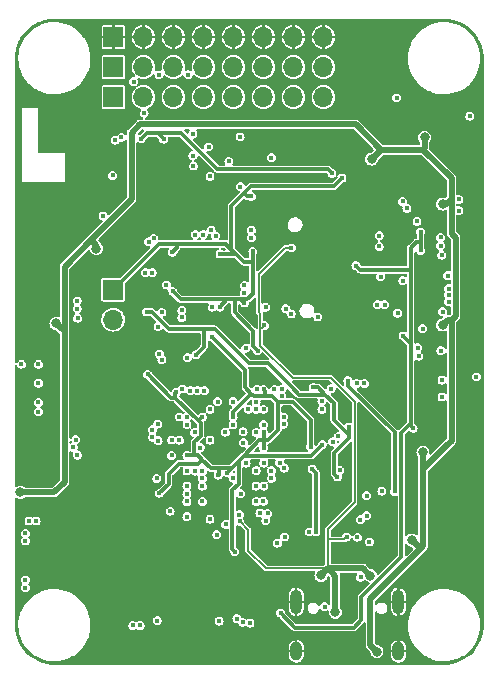
<source format=gbr>
%TF.GenerationSoftware,KiCad,Pcbnew,(6.0.0-0)*%
%TF.CreationDate,2022-02-19T21:54:13+03:00*%
%TF.ProjectId,CopterCat_cm4,436f7074-6572-4436-9174-5f636d342e6b,rev?*%
%TF.SameCoordinates,Original*%
%TF.FileFunction,Copper,L3,Inr*%
%TF.FilePolarity,Positive*%
%FSLAX46Y46*%
G04 Gerber Fmt 4.6, Leading zero omitted, Abs format (unit mm)*
G04 Created by KiCad (PCBNEW (6.0.0-0)) date 2022-02-19 21:54:13*
%MOMM*%
%LPD*%
G01*
G04 APERTURE LIST*
%TA.AperFunction,ComponentPad*%
%ADD10R,1.700000X1.700000*%
%TD*%
%TA.AperFunction,ComponentPad*%
%ADD11O,1.700000X1.700000*%
%TD*%
%TA.AperFunction,ComponentPad*%
%ADD12O,1.000000X2.100000*%
%TD*%
%TA.AperFunction,ComponentPad*%
%ADD13O,1.000000X1.600000*%
%TD*%
%TA.AperFunction,ViaPad*%
%ADD14C,0.450000*%
%TD*%
%TA.AperFunction,ViaPad*%
%ADD15C,0.800000*%
%TD*%
%TA.AperFunction,Conductor*%
%ADD16C,0.300000*%
%TD*%
%TA.AperFunction,Conductor*%
%ADD17C,0.160000*%
%TD*%
%TA.AperFunction,Conductor*%
%ADD18C,0.500000*%
%TD*%
G04 APERTURE END LIST*
D10*
%TO.N,/Connectors/STM_ESC.CH1*%
%TO.C,J4*%
X216000000Y-87280000D03*
D11*
%TO.N,/Connectors/STM_ESC.CH2*%
X218540000Y-87280000D03*
%TO.N,/Connectors/STM_ESC.CH3*%
X221080000Y-87280000D03*
%TO.N,/Connectors/STM_ESC.CH4*%
X223620000Y-87280000D03*
%TO.N,/Connectors/STM_ESC.CH5*%
X226160000Y-87280000D03*
%TO.N,/Connectors/STM_ESC.CH6*%
X228700000Y-87280000D03*
%TO.N,/Connectors/STM_ESC.CH7*%
X231240000Y-87280000D03*
%TO.N,/Connectors/STM_ESC.CH8*%
X233780000Y-87280000D03*
%TD*%
D10*
%TO.N,GND*%
%TO.C,J2*%
X216000000Y-82200000D03*
D11*
X218540000Y-82200000D03*
X221080000Y-82200000D03*
X223620000Y-82200000D03*
X226160000Y-82200000D03*
X228700000Y-82200000D03*
X231240000Y-82200000D03*
X233780000Y-82200000D03*
%TD*%
D12*
%TO.N,GND*%
%TO.C,J6*%
X231480000Y-130030000D03*
D13*
X240120000Y-134210000D03*
D12*
X240120000Y-130030000D03*
D13*
X231480000Y-134210000D03*
%TD*%
D10*
%TO.N,Net-(J3-Pad1)*%
%TO.C,J3*%
X216000000Y-84740000D03*
D11*
X218540000Y-84740000D03*
X221080000Y-84740000D03*
X223620000Y-84740000D03*
X226160000Y-84740000D03*
X228700000Y-84740000D03*
X231240000Y-84740000D03*
X233780000Y-84740000D03*
%TD*%
D10*
%TO.N,/ESP32/ESP_3V3*%
%TO.C,J7*%
X215975000Y-103600000D03*
D11*
%TO.N,/RPi_CM4/RPI_USB.ID*%
X215975000Y-106140000D03*
%TD*%
D14*
%TO.N,GND*%
X212925000Y-92200000D03*
X213450000Y-92450000D03*
X213900000Y-92900000D03*
X214050000Y-93525000D03*
X214050000Y-94175000D03*
X212975000Y-93300000D03*
X212975000Y-93900000D03*
X212975000Y-94525000D03*
X213150000Y-95150000D03*
X213600000Y-95650000D03*
X214175000Y-95900000D03*
X214200000Y-94750000D03*
X210050000Y-88550000D03*
X210050000Y-90550000D03*
X210050000Y-89550000D03*
X207950000Y-91550000D03*
X207950000Y-89550000D03*
X207950000Y-90550000D03*
X207950000Y-88550000D03*
X207950000Y-87550000D03*
X239050000Y-108050000D03*
X218450000Y-92150000D03*
X208150000Y-123275000D03*
X226125000Y-116975000D03*
X219050000Y-133550000D03*
X222125000Y-112600000D03*
X236550000Y-110050000D03*
X221650000Y-96875000D03*
X236050000Y-109550000D03*
X210550000Y-98550000D03*
X224825000Y-117625000D03*
X212800000Y-119600000D03*
X226575000Y-110950000D03*
X236550000Y-109050000D03*
X222800000Y-108300000D03*
X229050000Y-94050000D03*
X221800000Y-110975000D03*
X233050000Y-99550000D03*
X237050000Y-110550000D03*
X226050000Y-134550000D03*
X208025000Y-110750000D03*
X224825000Y-116975000D03*
X209050000Y-87550000D03*
X227550000Y-128450000D03*
X218050000Y-134550000D03*
X214550000Y-86050000D03*
X224050000Y-134550000D03*
X230400000Y-113600000D03*
X240525000Y-111350000D03*
X210050000Y-87550000D03*
X239050000Y-107050000D03*
X217050000Y-134550000D03*
X233050000Y-100550000D03*
X210550000Y-97550000D03*
X212050000Y-87550000D03*
X208150000Y-122075000D03*
X233050000Y-101550000D03*
X218450000Y-92750000D03*
X228050000Y-133550000D03*
X210550000Y-99550000D03*
X237050000Y-108550000D03*
X208025000Y-112975000D03*
X211050000Y-87550000D03*
X233775000Y-122600000D03*
X224050000Y-133550000D03*
X223400000Y-101950000D03*
X246775000Y-128200000D03*
X208150000Y-122675000D03*
X208025000Y-111300000D03*
X219650000Y-92750000D03*
X221050000Y-133550000D03*
X210050000Y-100050000D03*
X217050000Y-133550000D03*
X236050000Y-108550000D03*
X218925000Y-106625000D03*
X219650000Y-92150000D03*
X214550000Y-84050000D03*
X246775000Y-128900000D03*
X210050000Y-99050000D03*
X219050000Y-92150000D03*
X234225000Y-122325000D03*
X237050000Y-107050000D03*
X236050000Y-110550000D03*
X233050000Y-102550000D03*
X228050000Y-134550000D03*
X214550000Y-83050000D03*
X219050000Y-134550000D03*
X210050000Y-102050000D03*
X218050000Y-133550000D03*
X208025000Y-111850000D03*
X236050000Y-107050000D03*
X214550000Y-85050000D03*
X225475000Y-116975000D03*
X240525000Y-111900000D03*
X221050000Y-134550000D03*
X220050000Y-133550000D03*
X225050000Y-133550000D03*
X233050000Y-103550000D03*
X210050000Y-97050000D03*
X214550000Y-82050000D03*
X246775000Y-129600000D03*
X224750000Y-115400000D03*
X208025000Y-109150000D03*
X219050000Y-92750000D03*
X218450000Y-91550000D03*
X215175000Y-116325000D03*
X222050000Y-133550000D03*
X212800000Y-113700000D03*
X238550000Y-107550000D03*
X212850000Y-108100000D03*
X219050000Y-91550000D03*
X225475000Y-119650000D03*
X216750000Y-101300000D03*
X215175000Y-115750000D03*
X219625000Y-91550000D03*
X241225000Y-116200000D03*
X238550000Y-108550000D03*
X223400000Y-101375000D03*
X227050000Y-134550000D03*
X215225000Y-107475000D03*
X225050000Y-134550000D03*
X208025000Y-108600000D03*
X218915500Y-109775000D03*
X215175000Y-115175000D03*
X210550000Y-101550000D03*
X223050000Y-133550000D03*
X210050000Y-101050000D03*
X233050000Y-98550000D03*
X227500000Y-127850000D03*
X226050000Y-133550000D03*
X228050000Y-94050000D03*
X237475000Y-120150000D03*
X220050000Y-134550000D03*
X213050000Y-87550000D03*
X223050000Y-134550000D03*
X225475000Y-117625000D03*
X226450000Y-103500000D03*
X210050000Y-98050000D03*
X225475000Y-113075000D03*
X225475000Y-118250000D03*
X222050000Y-134550000D03*
X235050000Y-107050000D03*
X224825000Y-118275000D03*
X215775000Y-107950000D03*
X210550000Y-100550000D03*
X212800000Y-120150000D03*
X241225000Y-116825000D03*
X237050000Y-109550000D03*
X208025000Y-112400000D03*
X242175000Y-105500000D03*
X227050000Y-133550000D03*
%TO.N,/STM32/STM_VCAP1*%
X222925000Y-118950000D03*
%TO.N,/STM32/STM_VCAP2*%
X226117722Y-119525000D03*
%TO.N,/STM32/SENSORS_3V3*%
X234949650Y-119443989D03*
X223000000Y-109100000D03*
X232825000Y-118775000D03*
X218800000Y-105475000D03*
X235925000Y-115225000D03*
X232900000Y-111875000D03*
X233150000Y-124100000D03*
%TO.N,/STM32/STM_NRST*%
X223700000Y-112150000D03*
%TO.N,/ESP32/ESP_NRST*%
X215118767Y-97343767D03*
%TO.N,/ESP32/ESP_3V3*%
X227800000Y-100350000D03*
X227080000Y-104720000D03*
X218325000Y-90825000D03*
X225000000Y-105075000D03*
X220975000Y-100425000D03*
X228200000Y-108750000D03*
X221025000Y-103725000D03*
X227675000Y-95700000D03*
X234500000Y-93750000D03*
X235350000Y-94150000D03*
X220250000Y-90850000D03*
X225025000Y-100575000D03*
%TO.N,/Connectors/RPI_CAM0.D_N0*%
X209650000Y-109900000D03*
%TO.N,/Connectors/RPI_CAM0.D_P0*%
X208200000Y-109900000D03*
%TO.N,/Connectors/RPI_CAM0.D_N1*%
X208550000Y-124225000D03*
%TO.N,/Connectors/RPI_CAM0.D_P1*%
X208550000Y-124875000D03*
%TO.N,/Connectors/RPI_CAM0.C_N*%
X208550000Y-128175000D03*
%TO.N,/Connectors/RPI_CAM0.C_P*%
X208550000Y-128825000D03*
%TO.N,/Connectors/RPI_CAM_GPIO*%
X224950000Y-131650000D03*
X219700000Y-131625000D03*
X245250000Y-95950000D03*
%TO.N,/Connectors/RPI_I2C1.SCL*%
X243725000Y-108750000D03*
X241850000Y-109225000D03*
X218250000Y-132025000D03*
%TO.N,/Connectors/RPI_I2C1.SDA*%
X241750000Y-108500000D03*
X217650000Y-132025000D03*
%TO.N,/Connectors/RPI_I2C0.SCL*%
X226450000Y-131454502D03*
X243700000Y-99875000D03*
%TO.N,/Connectors/RPI_I2C0.SDA*%
X243700000Y-99175000D03*
X226950000Y-131750000D03*
%TO.N,/Power/3V3_GROUP1*%
X232700000Y-116875000D03*
X235850000Y-111300000D03*
X235150000Y-118875000D03*
X218900000Y-110750000D03*
X233675000Y-116725000D03*
X222225000Y-117625000D03*
X226125000Y-114375000D03*
X226275000Y-125775000D03*
X223525000Y-114375000D03*
X221300000Y-112300000D03*
X228725000Y-116975000D03*
X219875000Y-120825000D03*
X224875000Y-119300000D03*
X228725000Y-115675000D03*
X228725000Y-112025000D03*
X225625000Y-119075000D03*
X224325000Y-107600000D03*
X239800000Y-120675000D03*
%TO.N,/Connectors/STM_I2C1.SDA*%
X209450000Y-123175000D03*
X236600000Y-111525000D03*
X209650000Y-113925000D03*
%TO.N,/Connectors/STM_I2C1.SCL*%
X209644200Y-113121467D03*
X237250000Y-111525000D03*
X208850000Y-123175000D03*
%TO.N,/Connectors/STM_USART1.RX*%
X209650000Y-111500000D03*
X220800000Y-122350000D03*
%TO.N,/Connectors/STM_USART1.TX*%
X227000000Y-116550000D03*
X219300000Y-116075000D03*
X223350000Y-116975000D03*
%TO.N,/ESP32/ESP_SPI_CS0*%
X222725000Y-92240500D03*
%TO.N,/ESP32/ESP_SPI_CIPO*%
X229375000Y-92425000D03*
X222775000Y-93125000D03*
%TO.N,/ESP32/ESP_SPI_WP*%
X225775500Y-92725000D03*
%TO.N,/ESP32/ESP_SPI_COPI*%
X226750000Y-94875000D03*
%TO.N,/ESP32/ESP_SPI_SCK*%
X224175000Y-94000000D03*
%TO.N,/ESP32/ESP_SPI_HLD*%
X224050000Y-91500000D03*
%TO.N,/ESP32/ESP_SPI_3V3*%
X226725000Y-90650000D03*
%TO.N,/Connectors/STM_ESC.CH1*%
X224175000Y-123025000D03*
%TO.N,/Connectors/STM_ESC.CH2*%
X223525000Y-119575000D03*
%TO.N,/Connectors/STM_ESC.CH3*%
X223525000Y-120225000D03*
%TO.N,/Connectors/STM_ESC.CH4*%
X222225000Y-121524999D03*
%TO.N,/Connectors/STM_ESC.CH5*%
X222225000Y-122800000D03*
%TO.N,/Connectors/STM_ESC.CH6*%
X222225000Y-120875000D03*
%TO.N,/Connectors/STM_ESC.CH7*%
X222235524Y-118935524D03*
%TO.N,/Connectors/STM_ESC.CH8*%
X222225000Y-120225000D03*
%TO.N,/RPi_CM4/RPI_USB.ID*%
X224375000Y-105075000D03*
X212950000Y-117600000D03*
X237429500Y-121025000D03*
X220475000Y-103200000D03*
X212975000Y-106000000D03*
%TO.N,/RPi_CM4/RPI_NRPIBOOT*%
X245250000Y-96900000D03*
X241700000Y-97800000D03*
%TO.N,/Connectors/RPI_LASER_I2C.SDA*%
X242175000Y-106900000D03*
X243825000Y-111250000D03*
%TO.N,/Connectors/RPI_LASER_I2C.SCL*%
X243875000Y-105450000D03*
X243825000Y-112675000D03*
%TO.N,/Connectors/RPI_GPIO21*%
X246725000Y-110975000D03*
X246175000Y-88900000D03*
%TO.N,/Connectors/STM_ADC.6V6*%
X219275000Y-102150000D03*
X222225000Y-114375000D03*
%TO.N,/Connectors/STM_ADC.3V3*%
X221575000Y-114375000D03*
X218700000Y-102150000D03*
%TO.N,/Connectors/USB_BOARD.DN*%
X237450000Y-122725000D03*
X237675000Y-124950000D03*
X231054810Y-105654810D03*
%TO.N,/ESP32/ESP_IO0*%
X215925000Y-93925000D03*
%TO.N,/RPi_CM4/RPI_SD_D3*%
X244371883Y-103503117D03*
X238500000Y-99925000D03*
%TO.N,/RPi_CM4/RPI_SD_CMD*%
X238625000Y-102500000D03*
%TO.N,/RPi_CM4/RPI_SD_CLK*%
X244375000Y-104625000D03*
X238950000Y-104850000D03*
%TO.N,/STM32/STM_BOOT0*%
X226975000Y-115625000D03*
%TO.N,/RPi_CM4/RPI_SD_D0*%
X238350000Y-104850000D03*
X244375000Y-104050000D03*
%TO.N,/RPi_CM4/RPI_SD_D1*%
X244300000Y-102400000D03*
X240500000Y-102825000D03*
%TO.N,/STM32/STM_HW_VER_SENSE*%
X226125000Y-115025000D03*
%TO.N,/STM32/STM_HW_VER_REV_DRIVE*%
X221575000Y-116325000D03*
%TO.N,/STM32/STM_I2C4.SCL*%
X219771712Y-106739715D03*
X219300000Y-115450000D03*
%TO.N,/Connectors/RPI_OUT_3V3*%
X236525000Y-101550000D03*
X227550000Y-131825000D03*
X242000000Y-100275000D03*
X230150000Y-130975000D03*
X241375000Y-115325000D03*
X240525000Y-107500000D03*
X242000000Y-98700000D03*
%TO.N,/ESP32/ESP_UART0_TX*%
X218971564Y-99545652D03*
%TO.N,/ESP32/ESP_SPI_CS1*%
X222725000Y-90400000D03*
%TO.N,/RPi_CM4/RPI_SD_D2*%
X238500000Y-99025000D03*
X243800000Y-100675000D03*
%TO.N,/STM32/STM_I2C4.SDA*%
X219775000Y-116375000D03*
X219898392Y-109035381D03*
%TO.N,/STM32/STM_PDR_ON*%
X227200000Y-108550000D03*
X228075000Y-115675000D03*
%TO.N,/STM32/STM_HW_REV_SENSE*%
X224825000Y-113075000D03*
%TO.N,/STM32/STM_NLED_BLUE*%
X230250000Y-112600000D03*
%TO.N,/STM32/STM_NLED_GREEN*%
X229625000Y-112025000D03*
%TO.N,/STM32/STM_NLED_RED*%
X230250000Y-112025000D03*
%TO.N,Net-(J6-PadB5)*%
X233875000Y-130425000D03*
%TO.N,Net-(J6-PadA5)*%
X236925000Y-127950000D03*
%TO.N,/ESP32/ESP_UART0_RX*%
X219400000Y-99234500D03*
%TO.N,/STM32/STM_SCALED_VDD_3V3_SENSORS*%
X222225000Y-115025000D03*
X221833211Y-111996726D03*
%TO.N,/USB_HUB/USBHUB_SINK3_DP*%
X221800000Y-105350000D03*
X224275000Y-98525000D03*
%TO.N,/Connectors/STM_RC.PPM*%
X228725000Y-115025000D03*
X240475000Y-96125000D03*
X228875000Y-105075000D03*
%TO.N,/Connectors/STM_RC.RX*%
X240850000Y-96700000D03*
X224750000Y-124325000D03*
X238725000Y-120650000D03*
%TO.N,/Connectors/STM_UART7.RX*%
X224175000Y-113725000D03*
X226125000Y-113075000D03*
X228150000Y-112025000D03*
%TO.N,/Connectors/STM_UART7.TX*%
X220100000Y-105500000D03*
X240050000Y-105575000D03*
X233300000Y-105900000D03*
X220925000Y-117625000D03*
%TO.N,/Connectors/STM_UART5.RX*%
X228075000Y-120225000D03*
%TO.N,/Connectors/STM_UART5.TX*%
X229375000Y-119567723D03*
%TO.N,/STM32/STM_SPI1.SCK*%
X232575000Y-124100000D03*
X228725000Y-118275000D03*
%TO.N,/ESP32/ESP_UART1.RX*%
X226668148Y-122629905D03*
X216150000Y-90925000D03*
X229375000Y-118925000D03*
%TO.N,/STM32/STM_SPI3.MISO*%
X234554500Y-116475000D03*
X233650000Y-113725000D03*
X230075000Y-118250000D03*
%TO.N,/STM32/STM_SPI3.SCK*%
X235025000Y-116025000D03*
X234425000Y-111975000D03*
X230460500Y-118700000D03*
%TO.N,/STM32/STM_USB.DP*%
X229069603Y-122519604D03*
X227675000Y-98550000D03*
%TO.N,/STM32/STM_SPI3.DRDY2*%
X228075000Y-113725000D03*
%TO.N,/STM32/STM_SPI3.DRDY1*%
X228725000Y-113725000D03*
%TO.N,/STM32/STM_SPI1.MISO*%
X227225000Y-118275000D03*
%TO.N,/ESP32/ESP_UART1.TX*%
X228075001Y-118917722D03*
X216675500Y-90700000D03*
X226775000Y-120875000D03*
%TO.N,/STM32/STM_SPI2.MOSI*%
X228732278Y-120225000D03*
%TO.N,/STM32/STM_SPI2.MISO*%
X228700000Y-121500000D03*
%TO.N,/STM32/STM_USB.DN*%
X227675000Y-99200000D03*
X228400000Y-122500000D03*
%TO.N,/STM32/STM_SPI3.CS2*%
X228075000Y-113075000D03*
%TO.N,/STM32/STM_SPI1.CS1*%
X227425000Y-113725000D03*
%TO.N,/STM32/STM_SPI3.CS1*%
X230400000Y-114375000D03*
%TO.N,/STM32/STM_SPI2.SCK*%
X228900000Y-123150000D03*
%TO.N,/STM32/STM_SPI2.DRDY2*%
X228075000Y-121525000D03*
%TO.N,/STM32/STM_USB.VBUS*%
X235750000Y-124525000D03*
D15*
X237750000Y-127800000D03*
X234775000Y-130900000D03*
D14*
X226675000Y-123200000D03*
D15*
X233575000Y-127775000D03*
D14*
X228775000Y-106614500D03*
X231070000Y-100050000D03*
%TO.N,/STM32/STM_SPI1.DRDY1*%
X230484500Y-124525000D03*
X225475000Y-115650000D03*
%TO.N,/STM32/STM_I2C4.DRDY2*%
X222254199Y-109354338D03*
X222500000Y-112150000D03*
%TO.N,/STM32/STM_SPI2.CS1*%
X229875000Y-125050000D03*
X225500000Y-123470498D03*
X224175000Y-116325000D03*
%TO.N,/STM32/STM_SPI5_CS1*%
X223532279Y-121524998D03*
%TO.N,/STM32/STM_SPI5_SCK*%
X223100000Y-112150000D03*
%TO.N,/STM32/STM_I2C4.DRDY1*%
X223525000Y-118950000D03*
X220100000Y-109525000D03*
%TO.N,/STM32/STM_SPI3.MOSI*%
X230400000Y-114975000D03*
X222875000Y-115675000D03*
X233650000Y-113000000D03*
%TO.N,/STM32/STM_SPI5_MISO*%
X219675000Y-119575000D03*
%TO.N,/STM32/STM_SPI1.MOSI*%
X220928619Y-116321381D03*
%TO.N,/STM32/STM_SPI5_MOSI*%
X219750000Y-114975000D03*
%TO.N,/USB_HUB/USBHUB_SINK3_DN*%
X221800000Y-105950000D03*
X224650000Y-99050000D03*
%TO.N,/USB_HUB/USBHUB_SOURCE_DP*%
X223600000Y-98925000D03*
X227090000Y-103240000D03*
%TO.N,/RPi_CM4/RPI_USB.DN*%
X212600000Y-116950000D03*
X212931509Y-104550000D03*
%TO.N,/RPi_CM4/RPI_USB.DP*%
X212800000Y-116300000D03*
X212931509Y-105200000D03*
%TO.N,/USB_HUB/USBHUB_SOURCE_DN*%
X227090000Y-103870000D03*
X222925000Y-98925000D03*
D15*
%TO.N,VCC*%
X242200000Y-117350000D03*
X243875000Y-106575000D03*
X241275000Y-124800000D03*
X211125000Y-106450000D03*
X214550000Y-100125000D03*
X243875000Y-96350000D03*
X208125000Y-120750000D03*
X237870000Y-92530000D03*
X238300000Y-134250000D03*
X242350000Y-90700000D03*
D14*
%TO.N,/Connectors/USB_BOARD.DP*%
X236900000Y-123075000D03*
X236650000Y-124550000D03*
X230595190Y-105195190D03*
%TO.N,/Connectors/ESP_GPIO.IO13*%
X217700000Y-85975000D03*
X239975000Y-87350000D03*
%TO.N,/Connectors/ESP_GPIO.IO14*%
X218600000Y-88650000D03*
%TO.N,/Connectors/ESP_GPIO.IO19*%
X219850000Y-85400000D03*
%TO.N,/Connectors/ESP_GPIO.IO20*%
X222325000Y-85400000D03*
%TD*%
D16*
%TO.N,/STM32/SENSORS_3V3*%
X235925000Y-115725000D02*
X235750000Y-115725000D01*
X223675000Y-108425000D02*
X223675000Y-106925000D01*
X220700000Y-106925000D02*
X219250000Y-105475000D01*
X231700000Y-112475000D02*
X231100000Y-111875000D01*
X224575000Y-106925000D02*
X223675000Y-106925000D01*
X235925000Y-116175000D02*
X235925000Y-115725000D01*
X233950000Y-112475000D02*
X231700000Y-112475000D01*
X231100000Y-111875000D02*
X229050000Y-109825000D01*
X233150000Y-119100000D02*
X232825000Y-118775000D01*
X235750000Y-115725000D02*
X234675000Y-114650000D01*
X233350000Y-111875000D02*
X232900000Y-111875000D01*
X227475000Y-109825000D02*
X224575000Y-106925000D01*
X233150000Y-124100000D02*
X233150000Y-119100000D01*
X223675000Y-106925000D02*
X220700000Y-106925000D01*
X234949650Y-119443989D02*
X234695489Y-119189828D01*
X223000000Y-109100000D02*
X223675000Y-108425000D01*
X235925000Y-115725000D02*
X235925000Y-115225000D01*
X219250000Y-105475000D02*
X218800000Y-105475000D01*
X234675000Y-113200000D02*
X233950000Y-112475000D01*
X234695489Y-119189828D02*
X234695489Y-117404511D01*
X233950000Y-112475000D02*
X233350000Y-111875000D01*
X229050000Y-109825000D02*
X227475000Y-109825000D01*
X234695489Y-117404511D02*
X235925000Y-116175000D01*
X234675000Y-114650000D02*
X234675000Y-113200000D01*
%TO.N,/ESP32/ESP_3V3*%
X225037500Y-100587500D02*
X226362500Y-100587500D01*
X225975000Y-96500000D02*
X225975000Y-100200000D01*
X226250000Y-105525000D02*
X226250000Y-104425000D01*
X221025000Y-103725000D02*
X221725000Y-104425000D01*
X227825000Y-108375000D02*
X227825000Y-107100000D01*
X226725000Y-104425000D02*
X227325000Y-104425000D01*
X221375000Y-100025000D02*
X220975000Y-100425000D01*
X228200000Y-108750000D02*
X227825000Y-108375000D01*
X234650000Y-94850000D02*
X227625000Y-94850000D01*
X227025000Y-95450000D02*
X225975000Y-96500000D01*
X224800000Y-93400000D02*
X221750000Y-90350000D01*
X227275000Y-95700000D02*
X227025000Y-95450000D01*
X234150000Y-93400000D02*
X224800000Y-93400000D01*
X225975000Y-100200000D02*
X225500000Y-99725000D01*
X234500000Y-93750000D02*
X234150000Y-93400000D01*
X221375000Y-99725000D02*
X221375000Y-100025000D01*
X222575000Y-99725000D02*
X221375000Y-99725000D01*
X227800000Y-103950000D02*
X227800000Y-101250000D01*
X235350000Y-94150000D02*
X234650000Y-94850000D01*
X221725000Y-104425000D02*
X225600000Y-104425000D01*
X226250000Y-104425000D02*
X226725000Y-104425000D01*
X222575000Y-99725000D02*
X225500000Y-99725000D01*
X227800000Y-100350000D02*
X227800000Y-101250000D01*
X227080000Y-104720000D02*
X227020000Y-104720000D01*
X225000000Y-105025000D02*
X225600000Y-104425000D01*
X227325000Y-104425000D02*
X227800000Y-103950000D01*
X225600000Y-104425000D02*
X226250000Y-104425000D01*
X227825000Y-107100000D02*
X226250000Y-105525000D01*
X225025000Y-100575000D02*
X225037500Y-100587500D01*
X218800000Y-90350000D02*
X219750000Y-90350000D01*
X219750000Y-90350000D02*
X220250000Y-90850000D01*
X227025000Y-101250000D02*
X226362500Y-100587500D01*
X219875000Y-99725000D02*
X221375000Y-99725000D01*
X218325000Y-90825000D02*
X218800000Y-90350000D01*
X221750000Y-90350000D02*
X219750000Y-90350000D01*
X227020000Y-104720000D02*
X226725000Y-104425000D01*
X227800000Y-101250000D02*
X227025000Y-101250000D01*
X215975000Y-103600000D02*
X216000000Y-103600000D01*
X227675000Y-95700000D02*
X227275000Y-95700000D01*
X216000000Y-103600000D02*
X219875000Y-99725000D01*
X225000000Y-105075000D02*
X225000000Y-105025000D01*
X227625000Y-94850000D02*
X227025000Y-95450000D01*
X226362500Y-100587500D02*
X225975000Y-100200000D01*
%TO.N,/Power/3V3_GROUP1*%
X220675000Y-120025000D02*
X219875000Y-120825000D01*
X226125000Y-114375000D02*
X226125000Y-113925000D01*
X227150000Y-110425000D02*
X224325000Y-107600000D01*
X222850000Y-116525000D02*
X223400000Y-115975000D01*
X223525000Y-117975000D02*
X223175000Y-118325000D01*
X228850000Y-112600000D02*
X227875000Y-112600000D01*
X225970489Y-118729511D02*
X224920489Y-118729511D01*
X226612500Y-118087500D02*
X227050000Y-117650000D01*
X232700000Y-114625000D02*
X231175000Y-113100000D01*
X239800000Y-120675000D02*
X239800000Y-115675000D01*
X229425000Y-112600000D02*
X228850000Y-112600000D01*
X229925000Y-115475000D02*
X229925000Y-113100000D01*
X223400000Y-115975000D02*
X223400000Y-114900000D01*
X226075000Y-120550000D02*
X226612500Y-120012500D01*
X231175000Y-113100000D02*
X229925000Y-113100000D01*
X226275000Y-125775000D02*
X226075000Y-125575000D01*
X235850000Y-111725000D02*
X235850000Y-111300000D01*
X224920489Y-119254511D02*
X224875000Y-119300000D01*
X226012500Y-118687500D02*
X225970489Y-118729511D01*
X228350000Y-116350000D02*
X228725000Y-116350000D01*
X224920489Y-118729511D02*
X224279511Y-118729511D01*
X221300000Y-112300000D02*
X221250000Y-112350000D01*
X227150000Y-111675000D02*
X227150000Y-111875000D01*
X227150000Y-111675000D02*
X227150000Y-110425000D01*
X229050000Y-116350000D02*
X229925000Y-115475000D01*
X218900000Y-110750000D02*
X220900000Y-112750000D01*
X226125000Y-113925000D02*
X227662500Y-112387500D01*
X228725000Y-116350000D02*
X229050000Y-116350000D01*
X221250000Y-112350000D02*
X221250000Y-112750000D01*
X229925000Y-113100000D02*
X229425000Y-112600000D01*
X227050000Y-117650000D02*
X232750000Y-117650000D01*
X220675000Y-119175000D02*
X220675000Y-120025000D01*
X226075000Y-125575000D02*
X226075000Y-120550000D01*
X223400000Y-114900000D02*
X223137500Y-114637500D01*
X232750000Y-117650000D02*
X233675000Y-116725000D01*
X225625000Y-119075000D02*
X226012500Y-118687500D01*
X227662500Y-112387500D02*
X227875000Y-112600000D01*
X228850000Y-112600000D02*
X228850000Y-112150000D01*
X239800000Y-115675000D02*
X235850000Y-111725000D01*
X226012500Y-118687500D02*
X226612500Y-118087500D01*
X223262500Y-114637500D02*
X223525000Y-114375000D01*
X227150000Y-111875000D02*
X227662500Y-112387500D01*
X223175000Y-117625000D02*
X222850000Y-117625000D01*
X224920489Y-118729511D02*
X224920489Y-119254511D01*
X232700000Y-116875000D02*
X232700000Y-114625000D01*
X222850000Y-117625000D02*
X222850000Y-116525000D01*
X228850000Y-112150000D02*
X228725000Y-112025000D01*
X226612500Y-120012500D02*
X226612500Y-118087500D01*
X228725000Y-116350000D02*
X228725000Y-115675000D01*
X221250000Y-112750000D02*
X223137500Y-114637500D01*
X228725000Y-116975000D02*
X228725000Y-116350000D01*
X222850000Y-117625000D02*
X222225000Y-117625000D01*
X220900000Y-112750000D02*
X221250000Y-112750000D01*
X223175000Y-118325000D02*
X221525000Y-118325000D01*
X221525000Y-118325000D02*
X220675000Y-119175000D01*
X223525000Y-117975000D02*
X223175000Y-117625000D01*
X223137500Y-114637500D02*
X223262500Y-114637500D01*
X227050000Y-117650000D02*
X228350000Y-116350000D01*
X224279511Y-118729511D02*
X223525000Y-117975000D01*
%TO.N,/Connectors/RPI_OUT_3V3*%
X236900000Y-101925000D02*
X241175000Y-101925000D01*
X241175000Y-114900000D02*
X241175000Y-115125000D01*
X240375000Y-126225000D02*
X240375000Y-115700000D01*
X241175000Y-101925000D02*
X241175000Y-108200000D01*
X230150000Y-130975000D02*
X231375000Y-132200000D01*
X240525000Y-107550000D02*
X241175000Y-108200000D01*
X242000000Y-99575000D02*
X242000000Y-98700000D01*
X242000000Y-100275000D02*
X242000000Y-99575000D01*
X237000000Y-129600000D02*
X240375000Y-126225000D01*
X240375000Y-115700000D02*
X241175000Y-114900000D01*
X240525000Y-107500000D02*
X240525000Y-107550000D01*
X236525000Y-101550000D02*
X236900000Y-101925000D01*
X237000000Y-131525000D02*
X237000000Y-129600000D01*
X231375000Y-132200000D02*
X236325000Y-132200000D01*
X241175000Y-108200000D02*
X241175000Y-114900000D01*
X236325000Y-132200000D02*
X237000000Y-131525000D01*
X242000000Y-99575000D02*
X241650000Y-99575000D01*
X241175000Y-100050000D02*
X241175000Y-101925000D01*
X241650000Y-99575000D02*
X241175000Y-100050000D01*
X241175000Y-115125000D02*
X241375000Y-115325000D01*
D17*
%TO.N,/STM32/STM_USB.VBUS*%
X228300000Y-105500000D02*
X228450000Y-105650000D01*
X227400219Y-123925219D02*
X227400219Y-125700219D01*
X231070000Y-100050000D02*
X230540000Y-100050000D01*
X228900000Y-127200000D02*
X234150000Y-127200000D01*
X228450000Y-108325000D02*
X231175000Y-111050000D01*
X235550000Y-124725000D02*
X234150000Y-124725000D01*
X235750000Y-124525000D02*
X235550000Y-124725000D01*
X227400219Y-125700219D02*
X228900000Y-127200000D01*
X228539500Y-106850000D02*
X228775000Y-106614500D01*
X228450000Y-106850000D02*
X228539500Y-106850000D01*
X236425000Y-113075000D02*
X236425000Y-121600000D01*
X228450000Y-106850000D02*
X228450000Y-108325000D01*
X228300000Y-102290000D02*
X228300000Y-105500000D01*
D18*
X234775000Y-130900000D02*
X234775000Y-127825000D01*
X234775000Y-127825000D02*
X234150000Y-127200000D01*
D17*
X234150000Y-123875000D02*
X234150000Y-124725000D01*
X228450000Y-105650000D02*
X228450000Y-106850000D01*
X234150000Y-124725000D02*
X234150000Y-127200000D01*
X236425000Y-121600000D02*
X234150000Y-123875000D01*
D18*
X233575000Y-127775000D02*
X234150000Y-127200000D01*
D17*
X230540000Y-100050000D02*
X228300000Y-102290000D01*
X231175000Y-111050000D02*
X234400000Y-111050000D01*
X226675000Y-123200000D02*
X227400219Y-123925219D01*
X234400000Y-111050000D02*
X236425000Y-113075000D01*
D18*
X237150000Y-127200000D02*
X234150000Y-127200000D01*
X237750000Y-127800000D02*
X237150000Y-127200000D01*
%TO.N,VCC*%
X242225000Y-91750000D02*
X238650000Y-91750000D01*
X218250000Y-89600000D02*
X236500000Y-89600000D01*
X243875000Y-106575000D02*
X244300000Y-106150000D01*
X214550000Y-99850000D02*
X214100000Y-99400000D01*
X244200000Y-96350000D02*
X244625000Y-95925000D01*
X208125000Y-120750000D02*
X211000000Y-120750000D01*
X244300000Y-106150000D02*
X244625000Y-106150000D01*
X244625000Y-116375000D02*
X244250000Y-116750000D01*
X244975000Y-105800000D02*
X244625000Y-106150000D01*
X244625000Y-98850000D02*
X244975000Y-99200000D01*
X242350000Y-90700000D02*
X242350000Y-91625000D01*
X211000000Y-120750000D02*
X211862500Y-119887500D01*
X244250000Y-116750000D02*
X242200000Y-118800000D01*
X244625000Y-95925000D02*
X244625000Y-98850000D01*
X242200000Y-117350000D02*
X242200000Y-118800000D01*
X238650000Y-91750000D02*
X237870000Y-92530000D01*
X243875000Y-96350000D02*
X244200000Y-96350000D01*
X211862500Y-106937500D02*
X211862500Y-101637500D01*
X242350000Y-91625000D02*
X242225000Y-91750000D01*
X244625000Y-94150000D02*
X242225000Y-91750000D01*
X237750000Y-133700000D02*
X238300000Y-134250000D01*
X214100000Y-99400000D02*
X217550000Y-95950000D01*
X211862500Y-119887500D02*
X211862500Y-106937500D01*
X241800000Y-125325000D02*
X241275000Y-124800000D01*
X211862500Y-101637500D02*
X214100000Y-99400000D01*
X237750000Y-129775000D02*
X237750000Y-133700000D01*
X217550000Y-90300000D02*
X218250000Y-89600000D01*
X244975000Y-99200000D02*
X244975000Y-105800000D01*
X242200000Y-125325000D02*
X237750000Y-129775000D01*
X217550000Y-95950000D02*
X217550000Y-90300000D01*
X244625000Y-106150000D02*
X244625000Y-116375000D01*
X242200000Y-125325000D02*
X241800000Y-125325000D01*
X244625000Y-95925000D02*
X244625000Y-94150000D01*
X242200000Y-118800000D02*
X242200000Y-125325000D01*
X236500000Y-89600000D02*
X238650000Y-91750000D01*
X211612500Y-106937500D02*
X211862500Y-106937500D01*
X211125000Y-106450000D02*
X211612500Y-106937500D01*
X214550000Y-100125000D02*
X214550000Y-99850000D01*
%TD*%
%TA.AperFunction,Conductor*%
%TO.N,GND*%
G36*
X243981789Y-80651918D02*
G01*
X243987412Y-80651918D01*
X244000000Y-80655291D01*
X244012589Y-80651918D01*
X244025621Y-80651918D01*
X244025621Y-80652375D01*
X244032173Y-80651687D01*
X244204291Y-80660707D01*
X244344994Y-80668081D01*
X244355286Y-80669162D01*
X244534774Y-80697590D01*
X244691375Y-80722393D01*
X244701511Y-80724547D01*
X244851716Y-80764794D01*
X245030212Y-80812622D01*
X245040045Y-80815817D01*
X245319236Y-80922989D01*
X245357717Y-80937760D01*
X245367183Y-80941974D01*
X245670383Y-81096463D01*
X245679357Y-81101645D01*
X245964727Y-81286966D01*
X245973106Y-81293052D01*
X246237562Y-81507205D01*
X246245251Y-81514128D01*
X246485872Y-81754749D01*
X246492795Y-81762438D01*
X246706944Y-82026889D01*
X246713034Y-82035273D01*
X246898355Y-82320643D01*
X246903537Y-82329617D01*
X247058026Y-82632817D01*
X247062240Y-82642283D01*
X247184183Y-82959955D01*
X247187378Y-82969788D01*
X247221991Y-83098965D01*
X247275453Y-83298489D01*
X247277607Y-83308625D01*
X247330378Y-83641806D01*
X247330837Y-83644707D01*
X247331919Y-83655006D01*
X247336805Y-83748233D01*
X247348313Y-83967827D01*
X247347625Y-83974379D01*
X247348082Y-83974379D01*
X247348082Y-83987411D01*
X247344709Y-84000000D01*
X247348082Y-84012588D01*
X247348082Y-84018211D01*
X247350000Y-84032781D01*
X247350000Y-131967219D01*
X247348082Y-131981789D01*
X247348082Y-131987412D01*
X247344709Y-132000000D01*
X247348082Y-132012589D01*
X247348082Y-132025621D01*
X247347625Y-132025621D01*
X247348313Y-132032173D01*
X247344152Y-132111574D01*
X247332571Y-132332573D01*
X247331920Y-132344987D01*
X247330838Y-132355286D01*
X247307827Y-132500570D01*
X247277607Y-132691375D01*
X247275453Y-132701511D01*
X247266097Y-132736428D01*
X247202944Y-132972123D01*
X247187381Y-133030204D01*
X247184183Y-133040045D01*
X247092125Y-133279864D01*
X247062240Y-133357717D01*
X247058026Y-133367183D01*
X246903537Y-133670383D01*
X246898355Y-133679357D01*
X246713034Y-133964727D01*
X246706948Y-133973106D01*
X246492795Y-134237562D01*
X246485872Y-134245251D01*
X246245251Y-134485872D01*
X246237562Y-134492795D01*
X245973106Y-134706948D01*
X245964727Y-134713034D01*
X245679357Y-134898355D01*
X245670383Y-134903537D01*
X245367183Y-135058026D01*
X245357717Y-135062240D01*
X245040045Y-135184183D01*
X245030212Y-135187378D01*
X244897662Y-135222895D01*
X244701511Y-135275453D01*
X244691375Y-135277607D01*
X244558243Y-135298693D01*
X244355286Y-135330838D01*
X244344994Y-135331919D01*
X244204291Y-135339293D01*
X244032173Y-135348313D01*
X244025621Y-135347625D01*
X244025621Y-135348082D01*
X244012589Y-135348082D01*
X244000000Y-135344709D01*
X243987412Y-135348082D01*
X243981789Y-135348082D01*
X243967219Y-135350000D01*
X240256143Y-135350000D01*
X240197952Y-135331093D01*
X240161988Y-135281593D01*
X240161988Y-135220407D01*
X240197952Y-135170907D01*
X240237593Y-135153753D01*
X240248690Y-135151636D01*
X240393036Y-135104736D01*
X240404212Y-135099477D01*
X240532363Y-135018149D01*
X240541882Y-135010275D01*
X240645774Y-134899640D01*
X240653042Y-134889636D01*
X240726158Y-134756640D01*
X240730706Y-134745152D01*
X240768452Y-134598142D01*
X240770000Y-134585890D01*
X240770000Y-134325680D01*
X240765878Y-134312995D01*
X240761757Y-134310000D01*
X239485680Y-134310000D01*
X239472995Y-134314122D01*
X239470000Y-134318243D01*
X239470000Y-134547789D01*
X239470390Y-134553977D01*
X239484636Y-134666755D01*
X239487709Y-134678721D01*
X239543583Y-134819842D01*
X239549532Y-134830664D01*
X239638746Y-134953456D01*
X239647202Y-134962461D01*
X239764147Y-135059205D01*
X239774580Y-135065827D01*
X239911908Y-135130448D01*
X239923662Y-135134267D01*
X240025816Y-135153754D01*
X240079433Y-135183230D01*
X240105484Y-135238592D01*
X240094019Y-135298693D01*
X240049417Y-135340578D01*
X240007265Y-135350000D01*
X231616143Y-135350000D01*
X231557952Y-135331093D01*
X231521988Y-135281593D01*
X231521988Y-135220407D01*
X231557952Y-135170907D01*
X231597593Y-135153753D01*
X231608690Y-135151636D01*
X231753036Y-135104736D01*
X231764212Y-135099477D01*
X231892363Y-135018149D01*
X231901882Y-135010275D01*
X232005774Y-134899640D01*
X232013042Y-134889636D01*
X232086158Y-134756640D01*
X232090706Y-134745152D01*
X232128452Y-134598142D01*
X232130000Y-134585890D01*
X232130000Y-134325680D01*
X232125878Y-134312995D01*
X232121757Y-134310000D01*
X230845680Y-134310000D01*
X230832995Y-134314122D01*
X230830000Y-134318243D01*
X230830000Y-134547789D01*
X230830390Y-134553977D01*
X230844636Y-134666755D01*
X230847709Y-134678721D01*
X230903583Y-134819842D01*
X230909532Y-134830664D01*
X230998746Y-134953456D01*
X231007202Y-134962461D01*
X231124147Y-135059205D01*
X231134580Y-135065827D01*
X231271908Y-135130448D01*
X231283662Y-135134267D01*
X231385816Y-135153754D01*
X231439433Y-135183230D01*
X231465484Y-135238592D01*
X231454019Y-135298693D01*
X231409417Y-135340578D01*
X231367265Y-135350000D01*
X211032781Y-135350000D01*
X211018211Y-135348082D01*
X211012588Y-135348082D01*
X211000000Y-135344709D01*
X210987411Y-135348082D01*
X210974379Y-135348082D01*
X210974379Y-135347625D01*
X210967827Y-135348313D01*
X210795709Y-135339293D01*
X210655006Y-135331919D01*
X210644714Y-135330838D01*
X210441757Y-135298693D01*
X210308625Y-135277607D01*
X210298489Y-135275453D01*
X210102338Y-135222895D01*
X209969788Y-135187378D01*
X209959955Y-135184183D01*
X209642283Y-135062240D01*
X209632817Y-135058026D01*
X209329617Y-134903537D01*
X209320643Y-134898355D01*
X209035273Y-134713034D01*
X209026894Y-134706948D01*
X208762438Y-134492795D01*
X208754749Y-134485872D01*
X208514128Y-134245251D01*
X208507205Y-134237562D01*
X208293052Y-133973106D01*
X208286966Y-133964727D01*
X208101645Y-133679357D01*
X208096463Y-133670383D01*
X207941974Y-133367183D01*
X207937760Y-133357717D01*
X207907875Y-133279864D01*
X207815817Y-133040045D01*
X207812619Y-133030204D01*
X207797057Y-132972123D01*
X207733903Y-132736428D01*
X207724547Y-132701511D01*
X207722393Y-132691375D01*
X207692173Y-132500570D01*
X207669162Y-132355286D01*
X207668080Y-132344987D01*
X207667430Y-132332573D01*
X207655848Y-132111574D01*
X207652796Y-132053326D01*
X207944982Y-132053326D01*
X207945190Y-132056124D01*
X207970449Y-132396029D01*
X207970450Y-132396038D01*
X207970657Y-132398821D01*
X208035278Y-132739188D01*
X208138014Y-133070053D01*
X208277545Y-133387160D01*
X208278958Y-133389582D01*
X208278959Y-133389585D01*
X208290704Y-133409725D01*
X208452076Y-133686434D01*
X208659364Y-133964027D01*
X208896744Y-134216369D01*
X208898888Y-134218184D01*
X208898889Y-134218185D01*
X209106227Y-134393709D01*
X209161164Y-134440217D01*
X209163496Y-134441775D01*
X209365827Y-134576968D01*
X209449225Y-134632693D01*
X209451712Y-134633974D01*
X209451719Y-134633978D01*
X209749173Y-134787177D01*
X209757223Y-134791323D01*
X209759849Y-134792318D01*
X209759856Y-134792321D01*
X210078569Y-134913070D01*
X210078575Y-134913072D01*
X210081199Y-134914066D01*
X210416986Y-134999345D01*
X210760270Y-135046064D01*
X210762630Y-135046157D01*
X210762633Y-135046157D01*
X210872220Y-135050463D01*
X210872244Y-135050463D01*
X210873174Y-135050500D01*
X211087754Y-135050500D01*
X211229050Y-135042477D01*
X211343095Y-135036001D01*
X211343100Y-135036000D01*
X211345890Y-135035842D01*
X211687334Y-134977171D01*
X211690031Y-134976385D01*
X211690035Y-134976384D01*
X212017252Y-134881009D01*
X212017256Y-134881008D01*
X212019941Y-134880225D01*
X212339436Y-134746250D01*
X212362480Y-134733345D01*
X212524478Y-134642621D01*
X212641710Y-134576968D01*
X212922878Y-134374556D01*
X212989411Y-134314122D01*
X213177244Y-134143507D01*
X213177251Y-134143500D01*
X213179325Y-134141616D01*
X213204665Y-134112722D01*
X213220803Y-134094320D01*
X230830000Y-134094320D01*
X230834122Y-134107005D01*
X230838243Y-134110000D01*
X231364320Y-134110000D01*
X231377005Y-134105878D01*
X231380000Y-134101757D01*
X231380000Y-134094320D01*
X231580000Y-134094320D01*
X231584122Y-134107005D01*
X231588243Y-134110000D01*
X232114320Y-134110000D01*
X232127005Y-134105878D01*
X232130000Y-134101757D01*
X232130000Y-133872211D01*
X232129610Y-133866023D01*
X232115364Y-133753245D01*
X232112291Y-133741279D01*
X232056417Y-133600158D01*
X232050468Y-133589336D01*
X231961254Y-133466544D01*
X231952798Y-133457539D01*
X231835853Y-133360795D01*
X231825420Y-133354173D01*
X231688092Y-133289552D01*
X231676338Y-133285733D01*
X231595402Y-133270293D01*
X231582170Y-133271965D01*
X231581983Y-133272139D01*
X231580000Y-133279864D01*
X231580000Y-134094320D01*
X231380000Y-134094320D01*
X231380000Y-133280687D01*
X231375878Y-133268002D01*
X231372965Y-133265885D01*
X231370664Y-133265594D01*
X231363450Y-133266048D01*
X231351311Y-133268363D01*
X231206964Y-133315264D01*
X231195788Y-133320523D01*
X231067637Y-133401851D01*
X231058118Y-133409725D01*
X230954226Y-133520360D01*
X230946958Y-133530364D01*
X230873842Y-133663360D01*
X230869294Y-133674848D01*
X230831548Y-133821858D01*
X230830000Y-133834110D01*
X230830000Y-134094320D01*
X213220803Y-134094320D01*
X213405900Y-133883256D01*
X213407753Y-133881143D01*
X213413950Y-133872211D01*
X213603625Y-133598796D01*
X213603627Y-133598793D01*
X213605228Y-133596485D01*
X213769208Y-133291303D01*
X213771431Y-133285733D01*
X213896548Y-132972123D01*
X213897587Y-132969519D01*
X213972019Y-132696504D01*
X213987977Y-132637972D01*
X213987978Y-132637966D01*
X213988713Y-132635271D01*
X213989139Y-132632505D01*
X214040990Y-132295625D01*
X214040991Y-132295619D01*
X214041416Y-132292855D01*
X214050802Y-132053971D01*
X214051940Y-132025000D01*
X217269819Y-132025000D01*
X217271038Y-132032697D01*
X217286857Y-132132573D01*
X217288426Y-132142482D01*
X217291962Y-132149421D01*
X217291962Y-132149422D01*
X217320373Y-132205181D01*
X217342427Y-132248465D01*
X217426535Y-132332573D01*
X217433472Y-132336108D01*
X217433474Y-132336109D01*
X217513614Y-132376942D01*
X217532518Y-132386574D01*
X217540211Y-132387793D01*
X217540213Y-132387793D01*
X217642303Y-132403962D01*
X217650000Y-132405181D01*
X217657697Y-132403962D01*
X217759787Y-132387793D01*
X217759789Y-132387793D01*
X217767482Y-132386574D01*
X217786386Y-132376942D01*
X217866526Y-132336109D01*
X217866528Y-132336108D01*
X217873465Y-132332573D01*
X217879996Y-132326042D01*
X217881287Y-132325384D01*
X217885279Y-132322484D01*
X217885738Y-132323116D01*
X217934513Y-132298265D01*
X217994945Y-132307836D01*
X218020004Y-132326042D01*
X218026535Y-132332573D01*
X218033472Y-132336108D01*
X218033474Y-132336109D01*
X218113614Y-132376942D01*
X218132518Y-132386574D01*
X218140211Y-132387793D01*
X218140213Y-132387793D01*
X218242303Y-132403962D01*
X218250000Y-132405181D01*
X218257697Y-132403962D01*
X218359787Y-132387793D01*
X218359789Y-132387793D01*
X218367482Y-132386574D01*
X218386386Y-132376942D01*
X218466526Y-132336109D01*
X218466528Y-132336108D01*
X218473465Y-132332573D01*
X218557573Y-132248465D01*
X218579628Y-132205181D01*
X218608038Y-132149422D01*
X218608038Y-132149421D01*
X218611574Y-132142482D01*
X218613144Y-132132573D01*
X218628962Y-132032697D01*
X218630181Y-132025000D01*
X218628055Y-132011574D01*
X218612793Y-131915213D01*
X218612793Y-131915211D01*
X218611574Y-131907518D01*
X218594223Y-131873465D01*
X218561109Y-131808474D01*
X218561108Y-131808472D01*
X218557573Y-131801535D01*
X218473465Y-131717427D01*
X218466528Y-131713892D01*
X218466526Y-131713891D01*
X218374422Y-131666962D01*
X218374421Y-131666962D01*
X218367482Y-131663426D01*
X218359789Y-131662207D01*
X218359787Y-131662207D01*
X218257697Y-131646038D01*
X218250000Y-131644819D01*
X218242303Y-131646038D01*
X218140213Y-131662207D01*
X218140211Y-131662207D01*
X218132518Y-131663426D01*
X218125579Y-131666962D01*
X218125578Y-131666962D01*
X218033474Y-131713891D01*
X218033472Y-131713892D01*
X218026535Y-131717427D01*
X218020004Y-131723958D01*
X218018713Y-131724616D01*
X218014721Y-131727516D01*
X218014262Y-131726884D01*
X217965487Y-131751735D01*
X217905055Y-131742164D01*
X217879996Y-131723958D01*
X217873465Y-131717427D01*
X217866528Y-131713892D01*
X217866526Y-131713891D01*
X217774422Y-131666962D01*
X217774421Y-131666962D01*
X217767482Y-131663426D01*
X217759789Y-131662207D01*
X217759787Y-131662207D01*
X217657697Y-131646038D01*
X217650000Y-131644819D01*
X217642303Y-131646038D01*
X217540213Y-131662207D01*
X217540211Y-131662207D01*
X217532518Y-131663426D01*
X217525579Y-131666962D01*
X217525578Y-131666962D01*
X217433474Y-131713891D01*
X217433472Y-131713892D01*
X217426535Y-131717427D01*
X217342427Y-131801535D01*
X217338892Y-131808472D01*
X217338891Y-131808474D01*
X217305777Y-131873465D01*
X217288426Y-131907518D01*
X217287207Y-131915211D01*
X217287207Y-131915213D01*
X217271945Y-132011574D01*
X217269819Y-132025000D01*
X214051940Y-132025000D01*
X214054908Y-131949477D01*
X214054908Y-131949475D01*
X214055018Y-131946674D01*
X214045404Y-131817303D01*
X214031114Y-131625000D01*
X219319819Y-131625000D01*
X219321038Y-131632697D01*
X219336056Y-131727516D01*
X219338426Y-131742482D01*
X219341962Y-131749421D01*
X219341962Y-131749422D01*
X219388615Y-131840983D01*
X219392427Y-131848465D01*
X219476535Y-131932573D01*
X219483472Y-131936108D01*
X219483474Y-131936109D01*
X219556790Y-131973465D01*
X219582518Y-131986574D01*
X219590211Y-131987793D01*
X219590213Y-131987793D01*
X219692303Y-132003962D01*
X219700000Y-132005181D01*
X219707697Y-132003962D01*
X219809787Y-131987793D01*
X219809789Y-131987793D01*
X219817482Y-131986574D01*
X219843210Y-131973465D01*
X219916526Y-131936109D01*
X219916528Y-131936108D01*
X219923465Y-131932573D01*
X220007573Y-131848465D01*
X220011386Y-131840983D01*
X220058038Y-131749422D01*
X220058038Y-131749421D01*
X220061574Y-131742482D01*
X220063945Y-131727516D01*
X220076222Y-131650000D01*
X224569819Y-131650000D01*
X224571038Y-131657697D01*
X224586698Y-131756569D01*
X224588426Y-131767482D01*
X224591962Y-131774421D01*
X224591962Y-131774422D01*
X224625877Y-131840983D01*
X224642427Y-131873465D01*
X224726535Y-131957573D01*
X224733472Y-131961108D01*
X224733474Y-131961109D01*
X224817777Y-132004063D01*
X224832518Y-132011574D01*
X224840211Y-132012793D01*
X224840213Y-132012793D01*
X224942303Y-132028962D01*
X224950000Y-132030181D01*
X224957697Y-132028962D01*
X225059787Y-132012793D01*
X225059789Y-132012793D01*
X225067482Y-132011574D01*
X225082223Y-132004063D01*
X225166526Y-131961109D01*
X225166528Y-131961108D01*
X225173465Y-131957573D01*
X225257573Y-131873465D01*
X225274124Y-131840983D01*
X225308038Y-131774422D01*
X225308038Y-131774421D01*
X225311574Y-131767482D01*
X225313303Y-131756569D01*
X225328962Y-131657697D01*
X225330181Y-131650000D01*
X225327441Y-131632697D01*
X225312793Y-131540213D01*
X225312793Y-131540211D01*
X225311574Y-131532518D01*
X225271823Y-131454502D01*
X226069819Y-131454502D01*
X226071038Y-131462199D01*
X226079435Y-131515213D01*
X226088426Y-131571984D01*
X226091962Y-131578923D01*
X226091962Y-131578924D01*
X226136820Y-131666962D01*
X226142427Y-131677967D01*
X226226535Y-131762075D01*
X226233472Y-131765610D01*
X226233474Y-131765611D01*
X226325578Y-131812540D01*
X226332518Y-131816076D01*
X226340211Y-131817295D01*
X226340213Y-131817295D01*
X226442303Y-131833464D01*
X226450000Y-131834683D01*
X226462540Y-131832697D01*
X226491583Y-131828097D01*
X226552015Y-131837668D01*
X226595280Y-131880933D01*
X226634330Y-131957573D01*
X226642427Y-131973465D01*
X226726535Y-132057573D01*
X226733472Y-132061108D01*
X226733474Y-132061109D01*
X226825578Y-132108038D01*
X226832518Y-132111574D01*
X226840211Y-132112793D01*
X226840213Y-132112793D01*
X226942303Y-132128962D01*
X226950000Y-132130181D01*
X226957697Y-132128962D01*
X227059787Y-132112793D01*
X227059789Y-132112793D01*
X227067482Y-132111574D01*
X227074422Y-132108038D01*
X227161095Y-132063876D01*
X227221527Y-132054305D01*
X227276044Y-132082082D01*
X227326535Y-132132573D01*
X227333472Y-132136108D01*
X227333474Y-132136109D01*
X227425578Y-132183038D01*
X227432518Y-132186574D01*
X227440211Y-132187793D01*
X227440213Y-132187793D01*
X227542303Y-132203962D01*
X227550000Y-132205181D01*
X227557697Y-132203962D01*
X227659787Y-132187793D01*
X227659789Y-132187793D01*
X227667482Y-132186574D01*
X227674422Y-132183038D01*
X227766526Y-132136109D01*
X227766528Y-132136108D01*
X227773465Y-132132573D01*
X227857573Y-132048465D01*
X227865608Y-132032697D01*
X227908038Y-131949422D01*
X227908038Y-131949421D01*
X227911574Y-131942482D01*
X227913144Y-131932573D01*
X227928962Y-131832697D01*
X227930181Y-131825000D01*
X227922313Y-131775320D01*
X227912793Y-131715213D01*
X227912793Y-131715211D01*
X227911574Y-131707518D01*
X227908038Y-131700578D01*
X227861109Y-131608474D01*
X227861108Y-131608472D01*
X227857573Y-131601535D01*
X227773465Y-131517427D01*
X227766528Y-131513892D01*
X227766526Y-131513891D01*
X227674422Y-131466962D01*
X227674421Y-131466962D01*
X227667482Y-131463426D01*
X227659789Y-131462207D01*
X227659787Y-131462207D01*
X227557697Y-131446038D01*
X227550000Y-131444819D01*
X227542303Y-131446038D01*
X227440213Y-131462207D01*
X227440211Y-131462207D01*
X227432518Y-131463426D01*
X227425579Y-131466962D01*
X227425578Y-131466962D01*
X227338905Y-131511124D01*
X227278473Y-131520695D01*
X227223956Y-131492918D01*
X227173465Y-131442427D01*
X227166528Y-131438892D01*
X227166526Y-131438891D01*
X227074422Y-131391962D01*
X227074421Y-131391962D01*
X227067482Y-131388426D01*
X227059789Y-131387207D01*
X227059787Y-131387207D01*
X226957697Y-131371038D01*
X226950000Y-131369819D01*
X226908417Y-131376405D01*
X226847985Y-131366834D01*
X226804720Y-131323569D01*
X226788952Y-131292621D01*
X226777955Y-131271038D01*
X226761109Y-131237976D01*
X226761108Y-131237974D01*
X226757573Y-131231037D01*
X226673465Y-131146929D01*
X226666528Y-131143394D01*
X226666526Y-131143393D01*
X226574422Y-131096464D01*
X226574421Y-131096464D01*
X226567482Y-131092928D01*
X226559789Y-131091709D01*
X226559787Y-131091709D01*
X226457697Y-131075540D01*
X226450000Y-131074321D01*
X226442303Y-131075540D01*
X226340213Y-131091709D01*
X226340211Y-131091709D01*
X226332518Y-131092928D01*
X226325579Y-131096464D01*
X226325578Y-131096464D01*
X226233474Y-131143393D01*
X226233472Y-131143394D01*
X226226535Y-131146929D01*
X226142427Y-131231037D01*
X226138892Y-131237974D01*
X226138891Y-131237976D01*
X226091962Y-131330080D01*
X226088426Y-131337020D01*
X226087207Y-131344713D01*
X226087207Y-131344715D01*
X226071038Y-131446805D01*
X226069819Y-131454502D01*
X225271823Y-131454502D01*
X225261109Y-131433474D01*
X225261108Y-131433472D01*
X225257573Y-131426535D01*
X225173465Y-131342427D01*
X225166528Y-131338892D01*
X225166526Y-131338891D01*
X225074422Y-131291962D01*
X225074421Y-131291962D01*
X225067482Y-131288426D01*
X225059789Y-131287207D01*
X225059787Y-131287207D01*
X224957697Y-131271038D01*
X224950000Y-131269819D01*
X224942303Y-131271038D01*
X224840213Y-131287207D01*
X224840211Y-131287207D01*
X224832518Y-131288426D01*
X224825579Y-131291962D01*
X224825578Y-131291962D01*
X224733474Y-131338891D01*
X224733472Y-131338892D01*
X224726535Y-131342427D01*
X224642427Y-131426535D01*
X224638892Y-131433472D01*
X224638891Y-131433474D01*
X224628177Y-131454502D01*
X224588426Y-131532518D01*
X224587207Y-131540211D01*
X224587207Y-131540213D01*
X224572559Y-131632697D01*
X224569819Y-131650000D01*
X220076222Y-131650000D01*
X220078962Y-131632697D01*
X220080181Y-131625000D01*
X220078962Y-131617303D01*
X220062793Y-131515213D01*
X220062793Y-131515211D01*
X220061574Y-131507518D01*
X220030639Y-131446805D01*
X220011109Y-131408474D01*
X220011108Y-131408472D01*
X220007573Y-131401535D01*
X219923465Y-131317427D01*
X219916528Y-131313892D01*
X219916526Y-131313891D01*
X219824422Y-131266962D01*
X219824421Y-131266962D01*
X219817482Y-131263426D01*
X219809789Y-131262207D01*
X219809787Y-131262207D01*
X219707697Y-131246038D01*
X219700000Y-131244819D01*
X219692303Y-131246038D01*
X219590213Y-131262207D01*
X219590211Y-131262207D01*
X219582518Y-131263426D01*
X219575579Y-131266962D01*
X219575578Y-131266962D01*
X219483474Y-131313891D01*
X219483472Y-131313892D01*
X219476535Y-131317427D01*
X219392427Y-131401535D01*
X219388892Y-131408472D01*
X219388891Y-131408474D01*
X219369361Y-131446805D01*
X219338426Y-131507518D01*
X219337207Y-131515211D01*
X219337207Y-131515213D01*
X219321038Y-131617303D01*
X219319819Y-131625000D01*
X214031114Y-131625000D01*
X214029551Y-131603971D01*
X214029550Y-131603962D01*
X214029343Y-131601179D01*
X213964722Y-131260812D01*
X213861986Y-130929947D01*
X213722455Y-130612840D01*
X213712657Y-130596038D01*
X213549337Y-130315989D01*
X213547924Y-130313566D01*
X213340636Y-130035973D01*
X213226196Y-129914320D01*
X230830000Y-129914320D01*
X230834122Y-129927005D01*
X230838243Y-129930000D01*
X231364320Y-129930000D01*
X231377005Y-129925878D01*
X231380000Y-129921757D01*
X231380000Y-129914320D01*
X231580000Y-129914320D01*
X231584122Y-129927005D01*
X231588243Y-129930000D01*
X232114320Y-129930000D01*
X232127005Y-129925878D01*
X232130000Y-129921757D01*
X232130000Y-129442211D01*
X232129610Y-129436023D01*
X232115364Y-129323245D01*
X232112291Y-129311279D01*
X232056417Y-129170158D01*
X232050468Y-129159336D01*
X231961254Y-129036544D01*
X231952798Y-129027539D01*
X231835853Y-128930795D01*
X231825420Y-128924173D01*
X231688092Y-128859552D01*
X231676338Y-128855733D01*
X231595402Y-128840293D01*
X231582170Y-128841965D01*
X231581983Y-128842139D01*
X231580000Y-128849864D01*
X231580000Y-129914320D01*
X231380000Y-129914320D01*
X231380000Y-128850687D01*
X231375878Y-128838002D01*
X231372965Y-128835885D01*
X231370664Y-128835594D01*
X231363450Y-128836048D01*
X231351311Y-128838363D01*
X231206964Y-128885264D01*
X231195788Y-128890523D01*
X231067637Y-128971851D01*
X231058118Y-128979725D01*
X230954226Y-129090360D01*
X230946958Y-129100364D01*
X230873842Y-129233360D01*
X230869294Y-129244848D01*
X230831548Y-129391858D01*
X230830000Y-129404110D01*
X230830000Y-129914320D01*
X213226196Y-129914320D01*
X213103256Y-129783631D01*
X213101111Y-129781815D01*
X212840979Y-129561597D01*
X212840977Y-129561596D01*
X212838836Y-129559783D01*
X212653616Y-129436023D01*
X212553110Y-129368867D01*
X212553108Y-129368866D01*
X212550775Y-129367307D01*
X212548288Y-129366026D01*
X212548281Y-129366022D01*
X212245274Y-129209963D01*
X212245273Y-129209963D01*
X212242777Y-129208677D01*
X212240151Y-129207682D01*
X212240144Y-129207679D01*
X211921431Y-129086930D01*
X211921425Y-129086928D01*
X211918801Y-129085934D01*
X211583014Y-129000655D01*
X211239730Y-128953936D01*
X211237370Y-128953843D01*
X211237367Y-128953843D01*
X211127780Y-128949537D01*
X211127756Y-128949537D01*
X211126826Y-128949500D01*
X210912246Y-128949500D01*
X210770950Y-128957523D01*
X210656905Y-128963999D01*
X210656900Y-128964000D01*
X210654110Y-128964158D01*
X210312666Y-129022829D01*
X210309969Y-129023615D01*
X210309965Y-129023616D01*
X209982748Y-129118991D01*
X209982744Y-129118992D01*
X209980059Y-129119775D01*
X209977478Y-129120857D01*
X209977476Y-129120858D01*
X209949539Y-129132573D01*
X209660564Y-129253750D01*
X209358290Y-129423032D01*
X209077122Y-129625444D01*
X209075049Y-129627327D01*
X208822756Y-129856493D01*
X208822749Y-129856500D01*
X208820675Y-129858384D01*
X208818822Y-129860497D01*
X208818819Y-129860500D01*
X208608257Y-130100601D01*
X208592247Y-130118857D01*
X208590649Y-130121160D01*
X208590647Y-130121163D01*
X208417591Y-130370622D01*
X208394772Y-130403515D01*
X208230792Y-130708697D01*
X208229752Y-130711303D01*
X208229750Y-130711308D01*
X208178067Y-130840852D01*
X208102413Y-131030481D01*
X208101676Y-131033183D01*
X208101676Y-131033184D01*
X208012707Y-131359521D01*
X208011287Y-131364729D01*
X208010862Y-131367490D01*
X208010861Y-131367495D01*
X207959595Y-131700578D01*
X207958584Y-131707145D01*
X207958474Y-131709944D01*
X207945793Y-132032697D01*
X207944982Y-132053326D01*
X207652796Y-132053326D01*
X207651687Y-132032173D01*
X207652375Y-132025621D01*
X207651918Y-132025621D01*
X207651918Y-132012589D01*
X207655291Y-132000000D01*
X207651918Y-131987412D01*
X207651918Y-131981789D01*
X207650000Y-131967219D01*
X207650000Y-128825000D01*
X208169819Y-128825000D01*
X208171038Y-128832697D01*
X208180197Y-128890523D01*
X208188426Y-128942482D01*
X208191962Y-128949421D01*
X208191962Y-128949422D01*
X208231765Y-129027539D01*
X208242427Y-129048465D01*
X208326535Y-129132573D01*
X208333472Y-129136108D01*
X208333474Y-129136109D01*
X208425578Y-129183038D01*
X208432518Y-129186574D01*
X208440211Y-129187793D01*
X208440213Y-129187793D01*
X208542303Y-129203962D01*
X208550000Y-129205181D01*
X208557697Y-129203962D01*
X208659787Y-129187793D01*
X208659789Y-129187793D01*
X208667482Y-129186574D01*
X208674422Y-129183038D01*
X208766526Y-129136109D01*
X208766528Y-129136108D01*
X208773465Y-129132573D01*
X208857573Y-129048465D01*
X208868236Y-129027539D01*
X208908038Y-128949422D01*
X208908038Y-128949421D01*
X208911574Y-128942482D01*
X208919804Y-128890523D01*
X208928962Y-128832697D01*
X208930181Y-128825000D01*
X208911574Y-128707518D01*
X208857573Y-128601535D01*
X208826042Y-128570004D01*
X208798265Y-128515487D01*
X208807836Y-128455055D01*
X208826042Y-128429996D01*
X208857573Y-128398465D01*
X208875386Y-128363506D01*
X208908038Y-128299422D01*
X208908038Y-128299421D01*
X208911574Y-128292482D01*
X208914041Y-128276910D01*
X208928962Y-128182697D01*
X208930181Y-128175000D01*
X208928197Y-128162472D01*
X208912793Y-128065213D01*
X208912793Y-128065211D01*
X208911574Y-128057518D01*
X208906025Y-128046627D01*
X208861109Y-127958474D01*
X208861108Y-127958472D01*
X208857573Y-127951535D01*
X208773465Y-127867427D01*
X208766528Y-127863892D01*
X208766526Y-127863891D01*
X208674422Y-127816962D01*
X208674421Y-127816962D01*
X208667482Y-127813426D01*
X208659789Y-127812207D01*
X208659787Y-127812207D01*
X208557697Y-127796038D01*
X208550000Y-127794819D01*
X208542303Y-127796038D01*
X208440213Y-127812207D01*
X208440211Y-127812207D01*
X208432518Y-127813426D01*
X208425579Y-127816962D01*
X208425578Y-127816962D01*
X208333474Y-127863891D01*
X208333472Y-127863892D01*
X208326535Y-127867427D01*
X208242427Y-127951535D01*
X208238892Y-127958472D01*
X208238891Y-127958474D01*
X208193975Y-128046627D01*
X208188426Y-128057518D01*
X208187207Y-128065211D01*
X208187207Y-128065213D01*
X208171803Y-128162472D01*
X208169819Y-128175000D01*
X208171038Y-128182697D01*
X208185960Y-128276910D01*
X208188426Y-128292482D01*
X208191962Y-128299421D01*
X208191962Y-128299422D01*
X208224615Y-128363506D01*
X208242427Y-128398465D01*
X208273958Y-128429996D01*
X208301735Y-128484513D01*
X208292164Y-128544945D01*
X208273958Y-128570004D01*
X208242427Y-128601535D01*
X208188426Y-128707518D01*
X208169819Y-128825000D01*
X207650000Y-128825000D01*
X207650000Y-124875000D01*
X208169819Y-124875000D01*
X208171038Y-124882697D01*
X208182917Y-124957697D01*
X208188426Y-124992482D01*
X208191962Y-124999421D01*
X208191962Y-124999422D01*
X208222720Y-125059787D01*
X208242427Y-125098465D01*
X208326535Y-125182573D01*
X208333472Y-125186108D01*
X208333474Y-125186109D01*
X208389501Y-125214656D01*
X208432518Y-125236574D01*
X208440211Y-125237793D01*
X208440213Y-125237793D01*
X208542303Y-125253962D01*
X208550000Y-125255181D01*
X208557697Y-125253962D01*
X208659787Y-125237793D01*
X208659789Y-125237793D01*
X208667482Y-125236574D01*
X208710499Y-125214656D01*
X208766526Y-125186109D01*
X208766528Y-125186108D01*
X208773465Y-125182573D01*
X208857573Y-125098465D01*
X208877281Y-125059787D01*
X208908038Y-124999422D01*
X208908038Y-124999421D01*
X208911574Y-124992482D01*
X208917084Y-124957697D01*
X208928962Y-124882697D01*
X208930181Y-124875000D01*
X208922505Y-124826535D01*
X208912793Y-124765213D01*
X208912793Y-124765211D01*
X208911574Y-124757518D01*
X208899323Y-124733474D01*
X208861109Y-124658474D01*
X208861108Y-124658472D01*
X208857573Y-124651535D01*
X208826042Y-124620004D01*
X208798265Y-124565487D01*
X208807836Y-124505055D01*
X208826042Y-124479996D01*
X208857573Y-124448465D01*
X208861164Y-124441419D01*
X208908038Y-124349422D01*
X208908038Y-124349421D01*
X208911574Y-124342482D01*
X208914343Y-124325000D01*
X224369819Y-124325000D01*
X224371038Y-124332697D01*
X224385749Y-124425578D01*
X224388426Y-124442482D01*
X224391962Y-124449421D01*
X224391962Y-124449422D01*
X224434393Y-124532697D01*
X224442427Y-124548465D01*
X224526535Y-124632573D01*
X224533472Y-124636108D01*
X224533474Y-124636109D01*
X224599634Y-124669819D01*
X224632518Y-124686574D01*
X224640211Y-124687793D01*
X224640213Y-124687793D01*
X224742303Y-124703962D01*
X224750000Y-124705181D01*
X224757697Y-124703962D01*
X224859787Y-124687793D01*
X224859789Y-124687793D01*
X224867482Y-124686574D01*
X224900366Y-124669819D01*
X224966526Y-124636109D01*
X224966528Y-124636108D01*
X224973465Y-124632573D01*
X225057573Y-124548465D01*
X225065608Y-124532697D01*
X225108038Y-124449422D01*
X225108038Y-124449421D01*
X225111574Y-124442482D01*
X225114252Y-124425578D01*
X225128962Y-124332697D01*
X225130181Y-124325000D01*
X225120861Y-124266153D01*
X225112793Y-124215213D01*
X225112793Y-124215211D01*
X225111574Y-124207518D01*
X225092987Y-124171038D01*
X225061109Y-124108474D01*
X225061108Y-124108472D01*
X225057573Y-124101535D01*
X224973465Y-124017427D01*
X224966528Y-124013892D01*
X224966526Y-124013891D01*
X224874422Y-123966962D01*
X224874421Y-123966962D01*
X224867482Y-123963426D01*
X224859789Y-123962207D01*
X224859787Y-123962207D01*
X224757697Y-123946038D01*
X224750000Y-123944819D01*
X224742303Y-123946038D01*
X224640213Y-123962207D01*
X224640211Y-123962207D01*
X224632518Y-123963426D01*
X224625579Y-123966962D01*
X224625578Y-123966962D01*
X224533474Y-124013891D01*
X224533472Y-124013892D01*
X224526535Y-124017427D01*
X224442427Y-124101535D01*
X224438892Y-124108472D01*
X224438891Y-124108474D01*
X224407013Y-124171038D01*
X224388426Y-124207518D01*
X224387207Y-124215211D01*
X224387207Y-124215213D01*
X224379139Y-124266153D01*
X224369819Y-124325000D01*
X208914343Y-124325000D01*
X208914646Y-124323090D01*
X208928962Y-124232697D01*
X208930181Y-124225000D01*
X208924195Y-124187207D01*
X208912793Y-124115213D01*
X208912793Y-124115211D01*
X208911574Y-124107518D01*
X208867336Y-124020695D01*
X208861109Y-124008474D01*
X208861108Y-124008472D01*
X208857573Y-124001535D01*
X208773465Y-123917427D01*
X208766528Y-123913892D01*
X208766526Y-123913891D01*
X208674422Y-123866962D01*
X208674421Y-123866962D01*
X208667482Y-123863426D01*
X208659789Y-123862207D01*
X208659787Y-123862207D01*
X208557697Y-123846038D01*
X208550000Y-123844819D01*
X208542303Y-123846038D01*
X208440213Y-123862207D01*
X208440211Y-123862207D01*
X208432518Y-123863426D01*
X208425579Y-123866962D01*
X208425578Y-123866962D01*
X208333474Y-123913891D01*
X208333472Y-123913892D01*
X208326535Y-123917427D01*
X208242427Y-124001535D01*
X208238892Y-124008472D01*
X208238891Y-124008474D01*
X208232664Y-124020695D01*
X208188426Y-124107518D01*
X208187207Y-124115211D01*
X208187207Y-124115213D01*
X208175805Y-124187207D01*
X208169819Y-124225000D01*
X208171038Y-124232697D01*
X208185355Y-124323090D01*
X208188426Y-124342482D01*
X208191962Y-124349421D01*
X208191962Y-124349422D01*
X208238837Y-124441419D01*
X208242427Y-124448465D01*
X208273958Y-124479996D01*
X208301735Y-124534513D01*
X208292164Y-124594945D01*
X208273958Y-124620004D01*
X208242427Y-124651535D01*
X208238892Y-124658472D01*
X208238891Y-124658474D01*
X208200677Y-124733474D01*
X208188426Y-124757518D01*
X208187207Y-124765211D01*
X208187207Y-124765213D01*
X208177495Y-124826535D01*
X208169819Y-124875000D01*
X207650000Y-124875000D01*
X207650000Y-123175000D01*
X208469819Y-123175000D01*
X208471038Y-123182697D01*
X208485566Y-123274422D01*
X208488426Y-123292482D01*
X208491962Y-123299421D01*
X208491962Y-123299422D01*
X208534567Y-123383038D01*
X208542427Y-123398465D01*
X208626535Y-123482573D01*
X208633472Y-123486108D01*
X208633474Y-123486109D01*
X208719971Y-123530181D01*
X208732518Y-123536574D01*
X208740211Y-123537793D01*
X208740213Y-123537793D01*
X208842303Y-123553962D01*
X208850000Y-123555181D01*
X208857697Y-123553962D01*
X208959787Y-123537793D01*
X208959789Y-123537793D01*
X208967482Y-123536574D01*
X208980029Y-123530181D01*
X209066526Y-123486109D01*
X209066528Y-123486108D01*
X209073465Y-123482573D01*
X209079996Y-123476042D01*
X209081287Y-123475384D01*
X209085279Y-123472484D01*
X209085738Y-123473116D01*
X209134513Y-123448265D01*
X209194945Y-123457836D01*
X209220004Y-123476042D01*
X209226535Y-123482573D01*
X209233472Y-123486108D01*
X209233474Y-123486109D01*
X209319971Y-123530181D01*
X209332518Y-123536574D01*
X209340211Y-123537793D01*
X209340213Y-123537793D01*
X209442303Y-123553962D01*
X209450000Y-123555181D01*
X209457697Y-123553962D01*
X209559787Y-123537793D01*
X209559789Y-123537793D01*
X209567482Y-123536574D01*
X209580029Y-123530181D01*
X209666526Y-123486109D01*
X209666528Y-123486108D01*
X209673465Y-123482573D01*
X209757573Y-123398465D01*
X209765434Y-123383038D01*
X209808038Y-123299422D01*
X209808038Y-123299421D01*
X209811574Y-123292482D01*
X209814435Y-123274422D01*
X209828962Y-123182697D01*
X209830181Y-123175000D01*
X209827441Y-123157697D01*
X209812793Y-123065213D01*
X209812793Y-123065211D01*
X209811574Y-123057518D01*
X209797029Y-123028971D01*
X209761109Y-122958474D01*
X209761108Y-122958472D01*
X209757573Y-122951535D01*
X209673465Y-122867427D01*
X209666528Y-122863892D01*
X209666526Y-122863891D01*
X209574422Y-122816962D01*
X209574421Y-122816962D01*
X209567482Y-122813426D01*
X209559789Y-122812207D01*
X209559787Y-122812207D01*
X209482713Y-122800000D01*
X221844819Y-122800000D01*
X221846038Y-122807697D01*
X221860749Y-122900578D01*
X221863426Y-122917482D01*
X221866962Y-122924421D01*
X221866962Y-122924422D01*
X221898655Y-122986622D01*
X221917427Y-123023465D01*
X222001535Y-123107573D01*
X222008472Y-123111108D01*
X222008474Y-123111109D01*
X222099909Y-123157697D01*
X222107518Y-123161574D01*
X222115211Y-123162793D01*
X222115213Y-123162793D01*
X222217303Y-123178962D01*
X222225000Y-123180181D01*
X222232697Y-123178962D01*
X222334787Y-123162793D01*
X222334789Y-123162793D01*
X222342482Y-123161574D01*
X222350091Y-123157697D01*
X222441526Y-123111109D01*
X222441528Y-123111108D01*
X222448465Y-123107573D01*
X222531038Y-123025000D01*
X223794819Y-123025000D01*
X223796038Y-123032697D01*
X223810108Y-123121530D01*
X223813426Y-123142482D01*
X223816962Y-123149421D01*
X223816962Y-123149422D01*
X223833917Y-123182697D01*
X223867427Y-123248465D01*
X223951535Y-123332573D01*
X223958472Y-123336108D01*
X223958474Y-123336109D01*
X224050578Y-123383038D01*
X224057518Y-123386574D01*
X224065211Y-123387793D01*
X224065213Y-123387793D01*
X224167303Y-123403962D01*
X224175000Y-123405181D01*
X224182697Y-123403962D01*
X224284787Y-123387793D01*
X224284789Y-123387793D01*
X224292482Y-123386574D01*
X224299422Y-123383038D01*
X224391526Y-123336109D01*
X224391528Y-123336108D01*
X224398465Y-123332573D01*
X224482573Y-123248465D01*
X224516084Y-123182697D01*
X224533038Y-123149422D01*
X224533038Y-123149421D01*
X224536574Y-123142482D01*
X224539893Y-123121530D01*
X224553962Y-123032697D01*
X224555181Y-123025000D01*
X224546541Y-122970449D01*
X224537793Y-122915213D01*
X224537793Y-122915211D01*
X224536574Y-122907518D01*
X224528751Y-122892164D01*
X224486109Y-122808474D01*
X224486108Y-122808472D01*
X224482573Y-122801535D01*
X224398465Y-122717427D01*
X224391528Y-122713892D01*
X224391526Y-122713891D01*
X224299422Y-122666962D01*
X224299421Y-122666962D01*
X224292482Y-122663426D01*
X224284789Y-122662207D01*
X224284787Y-122662207D01*
X224182697Y-122646038D01*
X224175000Y-122644819D01*
X224167303Y-122646038D01*
X224065213Y-122662207D01*
X224065211Y-122662207D01*
X224057518Y-122663426D01*
X224050579Y-122666962D01*
X224050578Y-122666962D01*
X223958474Y-122713891D01*
X223958472Y-122713892D01*
X223951535Y-122717427D01*
X223867427Y-122801535D01*
X223863892Y-122808472D01*
X223863891Y-122808474D01*
X223821249Y-122892164D01*
X223813426Y-122907518D01*
X223812207Y-122915211D01*
X223812207Y-122915213D01*
X223803459Y-122970449D01*
X223794819Y-123025000D01*
X222531038Y-123025000D01*
X222532573Y-123023465D01*
X222551346Y-122986622D01*
X222583038Y-122924422D01*
X222583038Y-122924421D01*
X222586574Y-122917482D01*
X222589252Y-122900578D01*
X222603962Y-122807697D01*
X222605181Y-122800000D01*
X222595065Y-122736130D01*
X222587793Y-122690213D01*
X222587793Y-122690211D01*
X222586574Y-122682518D01*
X222573864Y-122657573D01*
X222536109Y-122583474D01*
X222536108Y-122583472D01*
X222532573Y-122576535D01*
X222448465Y-122492427D01*
X222441528Y-122488892D01*
X222441526Y-122488891D01*
X222349422Y-122441962D01*
X222349421Y-122441962D01*
X222342482Y-122438426D01*
X222334789Y-122437207D01*
X222334787Y-122437207D01*
X222232697Y-122421038D01*
X222225000Y-122419819D01*
X222217303Y-122421038D01*
X222115213Y-122437207D01*
X222115211Y-122437207D01*
X222107518Y-122438426D01*
X222100579Y-122441962D01*
X222100578Y-122441962D01*
X222008474Y-122488891D01*
X222008472Y-122488892D01*
X222001535Y-122492427D01*
X221917427Y-122576535D01*
X221913892Y-122583472D01*
X221913891Y-122583474D01*
X221876136Y-122657573D01*
X221863426Y-122682518D01*
X221862207Y-122690211D01*
X221862207Y-122690213D01*
X221854935Y-122736130D01*
X221844819Y-122800000D01*
X209482713Y-122800000D01*
X209457697Y-122796038D01*
X209450000Y-122794819D01*
X209442303Y-122796038D01*
X209340213Y-122812207D01*
X209340211Y-122812207D01*
X209332518Y-122813426D01*
X209325579Y-122816962D01*
X209325578Y-122816962D01*
X209233474Y-122863891D01*
X209233472Y-122863892D01*
X209226535Y-122867427D01*
X209220004Y-122873958D01*
X209218713Y-122874616D01*
X209214721Y-122877516D01*
X209214262Y-122876884D01*
X209165487Y-122901735D01*
X209105055Y-122892164D01*
X209079996Y-122873958D01*
X209073465Y-122867427D01*
X209066528Y-122863892D01*
X209066526Y-122863891D01*
X208974422Y-122816962D01*
X208974421Y-122816962D01*
X208967482Y-122813426D01*
X208959789Y-122812207D01*
X208959787Y-122812207D01*
X208857697Y-122796038D01*
X208850000Y-122794819D01*
X208842303Y-122796038D01*
X208740213Y-122812207D01*
X208740211Y-122812207D01*
X208732518Y-122813426D01*
X208725579Y-122816962D01*
X208725578Y-122816962D01*
X208633474Y-122863891D01*
X208633472Y-122863892D01*
X208626535Y-122867427D01*
X208542427Y-122951535D01*
X208538892Y-122958472D01*
X208538891Y-122958474D01*
X208502971Y-123028971D01*
X208488426Y-123057518D01*
X208487207Y-123065211D01*
X208487207Y-123065213D01*
X208472559Y-123157697D01*
X208469819Y-123175000D01*
X207650000Y-123175000D01*
X207650000Y-122350000D01*
X220419819Y-122350000D01*
X220438426Y-122467482D01*
X220441962Y-122474421D01*
X220441962Y-122474422D01*
X220461325Y-122512423D01*
X220492427Y-122573465D01*
X220576535Y-122657573D01*
X220583472Y-122661108D01*
X220583474Y-122661109D01*
X220649634Y-122694819D01*
X220682518Y-122711574D01*
X220690211Y-122712793D01*
X220690213Y-122712793D01*
X220792303Y-122728962D01*
X220800000Y-122730181D01*
X220807697Y-122728962D01*
X220909787Y-122712793D01*
X220909789Y-122712793D01*
X220917482Y-122711574D01*
X220950366Y-122694819D01*
X221016526Y-122661109D01*
X221016528Y-122661108D01*
X221023465Y-122657573D01*
X221107573Y-122573465D01*
X221138676Y-122512423D01*
X221158038Y-122474422D01*
X221158038Y-122474421D01*
X221161574Y-122467482D01*
X221180181Y-122350000D01*
X221175239Y-122318796D01*
X221162793Y-122240213D01*
X221162793Y-122240211D01*
X221161574Y-122232518D01*
X221153941Y-122217537D01*
X221111109Y-122133474D01*
X221111108Y-122133472D01*
X221107573Y-122126535D01*
X221023465Y-122042427D01*
X221016528Y-122038892D01*
X221016526Y-122038891D01*
X220924422Y-121991962D01*
X220924421Y-121991962D01*
X220917482Y-121988426D01*
X220909789Y-121987207D01*
X220909787Y-121987207D01*
X220807697Y-121971038D01*
X220800000Y-121969819D01*
X220792303Y-121971038D01*
X220690213Y-121987207D01*
X220690211Y-121987207D01*
X220682518Y-121988426D01*
X220675579Y-121991962D01*
X220675578Y-121991962D01*
X220583474Y-122038891D01*
X220583472Y-122038892D01*
X220576535Y-122042427D01*
X220492427Y-122126535D01*
X220488892Y-122133472D01*
X220488891Y-122133474D01*
X220446059Y-122217537D01*
X220438426Y-122232518D01*
X220437207Y-122240211D01*
X220437207Y-122240213D01*
X220424761Y-122318796D01*
X220419819Y-122350000D01*
X207650000Y-122350000D01*
X207650000Y-121524999D01*
X221844819Y-121524999D01*
X221846038Y-121532695D01*
X221846038Y-121532696D01*
X221859467Y-121617482D01*
X221863426Y-121642481D01*
X221866962Y-121649420D01*
X221866962Y-121649421D01*
X221913891Y-121741524D01*
X221917427Y-121748464D01*
X222001535Y-121832572D01*
X222008472Y-121836107D01*
X222008474Y-121836108D01*
X222094973Y-121880181D01*
X222107518Y-121886573D01*
X222115211Y-121887792D01*
X222115213Y-121887792D01*
X222217303Y-121903961D01*
X222225000Y-121905180D01*
X222232697Y-121903961D01*
X222334787Y-121887792D01*
X222334789Y-121887792D01*
X222342482Y-121886573D01*
X222355027Y-121880181D01*
X222441526Y-121836108D01*
X222441528Y-121836107D01*
X222448465Y-121832572D01*
X222532573Y-121748464D01*
X222536110Y-121741524D01*
X222583038Y-121649421D01*
X222583038Y-121649420D01*
X222586574Y-121642481D01*
X222590534Y-121617482D01*
X222603962Y-121532696D01*
X222603962Y-121532695D01*
X222605181Y-121524999D01*
X222605181Y-121524998D01*
X223152098Y-121524998D01*
X223153317Y-121532695D01*
X223165632Y-121610447D01*
X223170705Y-121642480D01*
X223174241Y-121649419D01*
X223174241Y-121649420D01*
X223219636Y-121738512D01*
X223224706Y-121748463D01*
X223308814Y-121832571D01*
X223315751Y-121836106D01*
X223315753Y-121836107D01*
X223402254Y-121880181D01*
X223414797Y-121886572D01*
X223422490Y-121887791D01*
X223422492Y-121887791D01*
X223524582Y-121903960D01*
X223532279Y-121905179D01*
X223539976Y-121903960D01*
X223642066Y-121887791D01*
X223642068Y-121887791D01*
X223649761Y-121886572D01*
X223662304Y-121880181D01*
X223748805Y-121836107D01*
X223748807Y-121836106D01*
X223755744Y-121832571D01*
X223839852Y-121748463D01*
X223844923Y-121738512D01*
X223890317Y-121649420D01*
X223890317Y-121649419D01*
X223893853Y-121642480D01*
X223898927Y-121610447D01*
X223911241Y-121532695D01*
X223912460Y-121524998D01*
X223907282Y-121492303D01*
X223895072Y-121415211D01*
X223895072Y-121415209D01*
X223893853Y-121407516D01*
X223877580Y-121375578D01*
X223843388Y-121308472D01*
X223843387Y-121308470D01*
X223839852Y-121301533D01*
X223755744Y-121217425D01*
X223748807Y-121213890D01*
X223748805Y-121213889D01*
X223656701Y-121166960D01*
X223656700Y-121166960D01*
X223649761Y-121163424D01*
X223642068Y-121162205D01*
X223642066Y-121162205D01*
X223539976Y-121146036D01*
X223532279Y-121144817D01*
X223524582Y-121146036D01*
X223422492Y-121162205D01*
X223422490Y-121162205D01*
X223414797Y-121163424D01*
X223407858Y-121166960D01*
X223407857Y-121166960D01*
X223315753Y-121213889D01*
X223315751Y-121213890D01*
X223308814Y-121217425D01*
X223224706Y-121301533D01*
X223221171Y-121308470D01*
X223221170Y-121308472D01*
X223186978Y-121375578D01*
X223170705Y-121407516D01*
X223169486Y-121415209D01*
X223169486Y-121415211D01*
X223157276Y-121492303D01*
X223152098Y-121524998D01*
X222605181Y-121524998D01*
X222586574Y-121407517D01*
X222574101Y-121383038D01*
X222536109Y-121308473D01*
X222536108Y-121308471D01*
X222532573Y-121301534D01*
X222501043Y-121270004D01*
X222473266Y-121215487D01*
X222482837Y-121155055D01*
X222501042Y-121129998D01*
X222527064Y-121103976D01*
X222527069Y-121103969D01*
X222532573Y-121098465D01*
X222537398Y-121088997D01*
X222583038Y-120999422D01*
X222583038Y-120999421D01*
X222586574Y-120992482D01*
X222588144Y-120982573D01*
X222603962Y-120882697D01*
X222605181Y-120875000D01*
X222603839Y-120866526D01*
X222587793Y-120765213D01*
X222587793Y-120765211D01*
X222586574Y-120757518D01*
X222544529Y-120675000D01*
X222536109Y-120658474D01*
X222536108Y-120658472D01*
X222532573Y-120651535D01*
X222501042Y-120620004D01*
X222473265Y-120565487D01*
X222482836Y-120505055D01*
X222501042Y-120479996D01*
X222532573Y-120448465D01*
X222539415Y-120435038D01*
X222583038Y-120349422D01*
X222583038Y-120349421D01*
X222586574Y-120342482D01*
X222588968Y-120327370D01*
X222603962Y-120232697D01*
X222605181Y-120225000D01*
X222597397Y-120175854D01*
X222587793Y-120115213D01*
X222587793Y-120115211D01*
X222586574Y-120107518D01*
X222570346Y-120075668D01*
X222536109Y-120008474D01*
X222536108Y-120008472D01*
X222532573Y-120001535D01*
X222448465Y-119917427D01*
X222441528Y-119913892D01*
X222441526Y-119913891D01*
X222349422Y-119866962D01*
X222349421Y-119866962D01*
X222342482Y-119863426D01*
X222334789Y-119862207D01*
X222334787Y-119862207D01*
X222232697Y-119846038D01*
X222225000Y-119844819D01*
X222217303Y-119846038D01*
X222115213Y-119862207D01*
X222115211Y-119862207D01*
X222107518Y-119863426D01*
X222100579Y-119866962D01*
X222100578Y-119866962D01*
X222008474Y-119913891D01*
X222008472Y-119913892D01*
X222001535Y-119917427D01*
X221917427Y-120001535D01*
X221913892Y-120008472D01*
X221913891Y-120008474D01*
X221879654Y-120075668D01*
X221863426Y-120107518D01*
X221862207Y-120115211D01*
X221862207Y-120115213D01*
X221852603Y-120175854D01*
X221844819Y-120225000D01*
X221846038Y-120232697D01*
X221861033Y-120327370D01*
X221863426Y-120342482D01*
X221866962Y-120349421D01*
X221866962Y-120349422D01*
X221910586Y-120435038D01*
X221917427Y-120448465D01*
X221948958Y-120479996D01*
X221976735Y-120534513D01*
X221967164Y-120594945D01*
X221948958Y-120620004D01*
X221917427Y-120651535D01*
X221913892Y-120658472D01*
X221913891Y-120658474D01*
X221905471Y-120675000D01*
X221863426Y-120757518D01*
X221862207Y-120765211D01*
X221862207Y-120765213D01*
X221846161Y-120866526D01*
X221844819Y-120875000D01*
X221846038Y-120882697D01*
X221861857Y-120982573D01*
X221863426Y-120992482D01*
X221866962Y-120999421D01*
X221866962Y-120999422D01*
X221912603Y-121088997D01*
X221917427Y-121098465D01*
X221948958Y-121129996D01*
X221976735Y-121184513D01*
X221967164Y-121244945D01*
X221948956Y-121270005D01*
X221922935Y-121296025D01*
X221922934Y-121296027D01*
X221917427Y-121301534D01*
X221913892Y-121308471D01*
X221913891Y-121308473D01*
X221875899Y-121383038D01*
X221863426Y-121407517D01*
X221844819Y-121524999D01*
X207650000Y-121524999D01*
X207650000Y-121280162D01*
X207668907Y-121221971D01*
X207718407Y-121186007D01*
X207779593Y-121186007D01*
X207809267Y-121201619D01*
X207847375Y-121230861D01*
X207981291Y-121286330D01*
X207987720Y-121287176D01*
X207987722Y-121287177D01*
X208118567Y-121304403D01*
X208125000Y-121305250D01*
X208131433Y-121304403D01*
X208262278Y-121287177D01*
X208262280Y-121287176D01*
X208268709Y-121286330D01*
X208402625Y-121230861D01*
X208407772Y-121226911D01*
X208407778Y-121226908D01*
X208480693Y-121170958D01*
X208540960Y-121150500D01*
X211063433Y-121150500D01*
X211086380Y-121143044D01*
X211101481Y-121139419D01*
X211117609Y-121136865D01*
X211117611Y-121136864D01*
X211125304Y-121135646D01*
X211146797Y-121124695D01*
X211161143Y-121118752D01*
X211176679Y-121113704D01*
X211184090Y-121111296D01*
X211203607Y-121097116D01*
X211216846Y-121089002D01*
X211238342Y-121078050D01*
X211260905Y-121055487D01*
X211260909Y-121055484D01*
X212167983Y-120148409D01*
X212190550Y-120125842D01*
X212201504Y-120104344D01*
X212209611Y-120091114D01*
X212223796Y-120071590D01*
X212227455Y-120060330D01*
X212229623Y-120053657D01*
X212231251Y-120048644D01*
X212237196Y-120034294D01*
X212248146Y-120012804D01*
X212251920Y-119988975D01*
X212255546Y-119973873D01*
X212260592Y-119958343D01*
X212260593Y-119958340D01*
X212262999Y-119950933D01*
X212262999Y-119919025D01*
X212263000Y-119919019D01*
X212263000Y-119575000D01*
X219294819Y-119575000D01*
X219296038Y-119582697D01*
X219311285Y-119678962D01*
X219313426Y-119692482D01*
X219316962Y-119699421D01*
X219316962Y-119699422D01*
X219360184Y-119784249D01*
X219367427Y-119798465D01*
X219451535Y-119882573D01*
X219458472Y-119886108D01*
X219458474Y-119886109D01*
X219545628Y-119930516D01*
X219557518Y-119936574D01*
X219565211Y-119937793D01*
X219565213Y-119937793D01*
X219667303Y-119953962D01*
X219675000Y-119955181D01*
X219682697Y-119953962D01*
X219784787Y-119937793D01*
X219784789Y-119937793D01*
X219792482Y-119936574D01*
X219804372Y-119930516D01*
X219891526Y-119886109D01*
X219891528Y-119886108D01*
X219898465Y-119882573D01*
X219982573Y-119798465D01*
X219989817Y-119784249D01*
X220033038Y-119699422D01*
X220033038Y-119699421D01*
X220036574Y-119692482D01*
X220038716Y-119678962D01*
X220053962Y-119582697D01*
X220055181Y-119575000D01*
X220036574Y-119457518D01*
X220000743Y-119387196D01*
X219986109Y-119358474D01*
X219986108Y-119358472D01*
X219982573Y-119351535D01*
X219898465Y-119267427D01*
X219891528Y-119263892D01*
X219891526Y-119263891D01*
X219799422Y-119216962D01*
X219799421Y-119216962D01*
X219792482Y-119213426D01*
X219784789Y-119212207D01*
X219784787Y-119212207D01*
X219682697Y-119196038D01*
X219675000Y-119194819D01*
X219667303Y-119196038D01*
X219565213Y-119212207D01*
X219565211Y-119212207D01*
X219557518Y-119213426D01*
X219550579Y-119216962D01*
X219550578Y-119216962D01*
X219458474Y-119263891D01*
X219458472Y-119263892D01*
X219451535Y-119267427D01*
X219367427Y-119351535D01*
X219363892Y-119358472D01*
X219363891Y-119358474D01*
X219349257Y-119387196D01*
X219313426Y-119457518D01*
X219294819Y-119575000D01*
X212263000Y-119575000D01*
X212263000Y-117361278D01*
X212281907Y-117303087D01*
X212331407Y-117267123D01*
X212392593Y-117267123D01*
X212406945Y-117273068D01*
X212475577Y-117308038D01*
X212475580Y-117308039D01*
X212482518Y-117311574D01*
X212490210Y-117312792D01*
X212490212Y-117312793D01*
X212526530Y-117318545D01*
X212581046Y-117346323D01*
X212608823Y-117400840D01*
X212599251Y-117461271D01*
X212591964Y-117475572D01*
X212591962Y-117475578D01*
X212588426Y-117482518D01*
X212587207Y-117490211D01*
X212587207Y-117490213D01*
X212577787Y-117549693D01*
X212569819Y-117600000D01*
X212571038Y-117607697D01*
X212574998Y-117632697D01*
X212588426Y-117717482D01*
X212591962Y-117724421D01*
X212591962Y-117724422D01*
X212630500Y-117800056D01*
X212642427Y-117823465D01*
X212726535Y-117907573D01*
X212733472Y-117911108D01*
X212733474Y-117911109D01*
X212797405Y-117943683D01*
X212832518Y-117961574D01*
X212840211Y-117962793D01*
X212840213Y-117962793D01*
X212942303Y-117978962D01*
X212950000Y-117980181D01*
X212957697Y-117978962D01*
X213059787Y-117962793D01*
X213059789Y-117962793D01*
X213067482Y-117961574D01*
X213102595Y-117943683D01*
X213166526Y-117911109D01*
X213166528Y-117911108D01*
X213173465Y-117907573D01*
X213257573Y-117823465D01*
X213269501Y-117800056D01*
X213308038Y-117724422D01*
X213308038Y-117724421D01*
X213311574Y-117717482D01*
X213325003Y-117632697D01*
X213326222Y-117625000D01*
X220544819Y-117625000D01*
X220546038Y-117632697D01*
X220560566Y-117724422D01*
X220563426Y-117742482D01*
X220566962Y-117749421D01*
X220566962Y-117749422D01*
X220609602Y-117833107D01*
X220617427Y-117848465D01*
X220701535Y-117932573D01*
X220708472Y-117936108D01*
X220708474Y-117936109D01*
X220794971Y-117980181D01*
X220807518Y-117986574D01*
X220815211Y-117987793D01*
X220815213Y-117987793D01*
X220917303Y-118003962D01*
X220925000Y-118005181D01*
X220932697Y-118003962D01*
X221034787Y-117987793D01*
X221034789Y-117987793D01*
X221042482Y-117986574D01*
X221055029Y-117980181D01*
X221141526Y-117936109D01*
X221141528Y-117936108D01*
X221148465Y-117932573D01*
X221232573Y-117848465D01*
X221240399Y-117833107D01*
X221283038Y-117749422D01*
X221283038Y-117749421D01*
X221286574Y-117742482D01*
X221289435Y-117724422D01*
X221303962Y-117632697D01*
X221305181Y-117625000D01*
X221302441Y-117607697D01*
X221287793Y-117515213D01*
X221287793Y-117515211D01*
X221286574Y-117507518D01*
X221276261Y-117487278D01*
X221236109Y-117408474D01*
X221236108Y-117408472D01*
X221232573Y-117401535D01*
X221148465Y-117317427D01*
X221141528Y-117313892D01*
X221141526Y-117313891D01*
X221049422Y-117266962D01*
X221049421Y-117266962D01*
X221042482Y-117263426D01*
X221034789Y-117262207D01*
X221034787Y-117262207D01*
X220932697Y-117246038D01*
X220925000Y-117244819D01*
X220917303Y-117246038D01*
X220815213Y-117262207D01*
X220815211Y-117262207D01*
X220807518Y-117263426D01*
X220800579Y-117266962D01*
X220800578Y-117266962D01*
X220708474Y-117313891D01*
X220708472Y-117313892D01*
X220701535Y-117317427D01*
X220617427Y-117401535D01*
X220613892Y-117408472D01*
X220613891Y-117408474D01*
X220573739Y-117487278D01*
X220563426Y-117507518D01*
X220562207Y-117515211D01*
X220562207Y-117515213D01*
X220547559Y-117607697D01*
X220544819Y-117625000D01*
X213326222Y-117625000D01*
X213328962Y-117607697D01*
X213330181Y-117600000D01*
X213322213Y-117549693D01*
X213312793Y-117490213D01*
X213312793Y-117490211D01*
X213311574Y-117482518D01*
X213291302Y-117442731D01*
X213261109Y-117383474D01*
X213261108Y-117383472D01*
X213257573Y-117376535D01*
X213173465Y-117292427D01*
X213166528Y-117288892D01*
X213166526Y-117288891D01*
X213074422Y-117241962D01*
X213074421Y-117241962D01*
X213067482Y-117238426D01*
X213059790Y-117237208D01*
X213059788Y-117237207D01*
X213023470Y-117231455D01*
X212968954Y-117203677D01*
X212941177Y-117149160D01*
X212950749Y-117088729D01*
X212958036Y-117074428D01*
X212958038Y-117074422D01*
X212961574Y-117067482D01*
X212968985Y-117020694D01*
X212978962Y-116957697D01*
X212980181Y-116950000D01*
X212972037Y-116898582D01*
X212962793Y-116840213D01*
X212962793Y-116840211D01*
X212961574Y-116832518D01*
X212951971Y-116813670D01*
X212928283Y-116767181D01*
X212918712Y-116706749D01*
X212946489Y-116652233D01*
X212971548Y-116634026D01*
X213016526Y-116611109D01*
X213016528Y-116611108D01*
X213023465Y-116607573D01*
X213107573Y-116523465D01*
X213114401Y-116510066D01*
X213158038Y-116424422D01*
X213158038Y-116424421D01*
X213161574Y-116417482D01*
X213163716Y-116403962D01*
X213178962Y-116307697D01*
X213180181Y-116300000D01*
X213172505Y-116251535D01*
X213162793Y-116190213D01*
X213162793Y-116190211D01*
X213161574Y-116182518D01*
X213149323Y-116158474D01*
X213111109Y-116083474D01*
X213111108Y-116083472D01*
X213107573Y-116076535D01*
X213106038Y-116075000D01*
X218919819Y-116075000D01*
X218921038Y-116082697D01*
X218935749Y-116175578D01*
X218938426Y-116192482D01*
X218941962Y-116199421D01*
X218941962Y-116199422D01*
X218972051Y-116258474D01*
X218992427Y-116298465D01*
X219076535Y-116382573D01*
X219083472Y-116386108D01*
X219083474Y-116386109D01*
X219175423Y-116432959D01*
X219182518Y-116436574D01*
X219190211Y-116437793D01*
X219190213Y-116437793D01*
X219292303Y-116453962D01*
X219300000Y-116455181D01*
X219316327Y-116452595D01*
X219376759Y-116462166D01*
X219420024Y-116505431D01*
X219423794Y-116512830D01*
X219462312Y-116588426D01*
X219467427Y-116598465D01*
X219551535Y-116682573D01*
X219558472Y-116686108D01*
X219558474Y-116686109D01*
X219649909Y-116732697D01*
X219657518Y-116736574D01*
X219665211Y-116737793D01*
X219665213Y-116737793D01*
X219767303Y-116753962D01*
X219775000Y-116755181D01*
X219782697Y-116753962D01*
X219884787Y-116737793D01*
X219884789Y-116737793D01*
X219892482Y-116736574D01*
X219900091Y-116732697D01*
X219991526Y-116686109D01*
X219991528Y-116686108D01*
X219998465Y-116682573D01*
X220082573Y-116598465D01*
X220087689Y-116588426D01*
X220133038Y-116499422D01*
X220133038Y-116499421D01*
X220136574Y-116492482D01*
X220138105Y-116482819D01*
X220153962Y-116382697D01*
X220155181Y-116375000D01*
X220149377Y-116338354D01*
X220146689Y-116321381D01*
X220548438Y-116321381D01*
X220549657Y-116329078D01*
X220565224Y-116427363D01*
X220567045Y-116438863D01*
X220570581Y-116445802D01*
X220570581Y-116445803D01*
X220616612Y-116536143D01*
X220621046Y-116544846D01*
X220705154Y-116628954D01*
X220712091Y-116632489D01*
X220712093Y-116632490D01*
X220794390Y-116674422D01*
X220811137Y-116682955D01*
X220818830Y-116684174D01*
X220818832Y-116684174D01*
X220920922Y-116700343D01*
X220928619Y-116701562D01*
X220936316Y-116700343D01*
X221038406Y-116684174D01*
X221038408Y-116684174D01*
X221046101Y-116682955D01*
X221062848Y-116674422D01*
X221145145Y-116632490D01*
X221145147Y-116632489D01*
X221152084Y-116628954D01*
X221179996Y-116601042D01*
X221234513Y-116573265D01*
X221294945Y-116582836D01*
X221320004Y-116601042D01*
X221351535Y-116632573D01*
X221358472Y-116636108D01*
X221358474Y-116636109D01*
X221450415Y-116682955D01*
X221457518Y-116686574D01*
X221465211Y-116687793D01*
X221465213Y-116687793D01*
X221567303Y-116703962D01*
X221575000Y-116705181D01*
X221582697Y-116703962D01*
X221684787Y-116687793D01*
X221684789Y-116687793D01*
X221692482Y-116686574D01*
X221699585Y-116682955D01*
X221791526Y-116636109D01*
X221791528Y-116636108D01*
X221798465Y-116632573D01*
X221882573Y-116548465D01*
X221887403Y-116538987D01*
X221933038Y-116449422D01*
X221933038Y-116449421D01*
X221936574Y-116442482D01*
X221937897Y-116434133D01*
X221953962Y-116332697D01*
X221955181Y-116325000D01*
X221951850Y-116303971D01*
X221937793Y-116215213D01*
X221937793Y-116215211D01*
X221936574Y-116207518D01*
X221926225Y-116187207D01*
X221886109Y-116108474D01*
X221886108Y-116108472D01*
X221882573Y-116101535D01*
X221798465Y-116017427D01*
X221791528Y-116013892D01*
X221791526Y-116013891D01*
X221699422Y-115966962D01*
X221699421Y-115966962D01*
X221692482Y-115963426D01*
X221684789Y-115962207D01*
X221684787Y-115962207D01*
X221582697Y-115946038D01*
X221575000Y-115944819D01*
X221567303Y-115946038D01*
X221465213Y-115962207D01*
X221465211Y-115962207D01*
X221457518Y-115963426D01*
X221450579Y-115966962D01*
X221450578Y-115966962D01*
X221358474Y-116013891D01*
X221358472Y-116013892D01*
X221351535Y-116017427D01*
X221323623Y-116045339D01*
X221269106Y-116073116D01*
X221208674Y-116063545D01*
X221183615Y-116045339D01*
X221152084Y-116013808D01*
X221145147Y-116010273D01*
X221145145Y-116010272D01*
X221053041Y-115963343D01*
X221053040Y-115963343D01*
X221046101Y-115959807D01*
X221038408Y-115958588D01*
X221038406Y-115958588D01*
X220936316Y-115942419D01*
X220928619Y-115941200D01*
X220920922Y-115942419D01*
X220818832Y-115958588D01*
X220818830Y-115958588D01*
X220811137Y-115959807D01*
X220804198Y-115963343D01*
X220804197Y-115963343D01*
X220712093Y-116010272D01*
X220712091Y-116010273D01*
X220705154Y-116013808D01*
X220621046Y-116097916D01*
X220617511Y-116104853D01*
X220617510Y-116104855D01*
X220577540Y-116183301D01*
X220567045Y-116203899D01*
X220565826Y-116211592D01*
X220565826Y-116211594D01*
X220555472Y-116276971D01*
X220548438Y-116321381D01*
X220146689Y-116321381D01*
X220137793Y-116265213D01*
X220137793Y-116265211D01*
X220136574Y-116257518D01*
X220126682Y-116238103D01*
X220086109Y-116158474D01*
X220086108Y-116158472D01*
X220082573Y-116151535D01*
X219998465Y-116067427D01*
X219991528Y-116063892D01*
X219991526Y-116063891D01*
X219899422Y-116016962D01*
X219899421Y-116016962D01*
X219892482Y-116013426D01*
X219884789Y-116012207D01*
X219884787Y-116012207D01*
X219782697Y-115996038D01*
X219775000Y-115994819D01*
X219758673Y-115997405D01*
X219698241Y-115987834D01*
X219654976Y-115944569D01*
X219653260Y-115941200D01*
X219635089Y-115905538D01*
X219611109Y-115858474D01*
X219611108Y-115858472D01*
X219607573Y-115851535D01*
X219588542Y-115832504D01*
X219560765Y-115777987D01*
X219570336Y-115717555D01*
X219588542Y-115692496D01*
X219607573Y-115673465D01*
X219612689Y-115663426D01*
X219658038Y-115574422D01*
X219658038Y-115574421D01*
X219661574Y-115567482D01*
X219664252Y-115550578D01*
X219678962Y-115457697D01*
X219680181Y-115450000D01*
X219679887Y-115448141D01*
X219697869Y-115392795D01*
X219747369Y-115356831D01*
X219762473Y-115353206D01*
X219810013Y-115345676D01*
X219859787Y-115337793D01*
X219859789Y-115337793D01*
X219867482Y-115336574D01*
X219875091Y-115332697D01*
X219966526Y-115286109D01*
X219966528Y-115286108D01*
X219973465Y-115282573D01*
X220057573Y-115198465D01*
X220083321Y-115147933D01*
X220108038Y-115099422D01*
X220108038Y-115099421D01*
X220111574Y-115092482D01*
X220114851Y-115071795D01*
X220128962Y-114982697D01*
X220130181Y-114975000D01*
X220126777Y-114953508D01*
X220112793Y-114865213D01*
X220112793Y-114865211D01*
X220111574Y-114857518D01*
X220101376Y-114837503D01*
X220061109Y-114758474D01*
X220061108Y-114758472D01*
X220057573Y-114751535D01*
X219973465Y-114667427D01*
X219966528Y-114663892D01*
X219966526Y-114663891D01*
X219874422Y-114616962D01*
X219874421Y-114616962D01*
X219867482Y-114613426D01*
X219859789Y-114612207D01*
X219859787Y-114612207D01*
X219757697Y-114596038D01*
X219750000Y-114594819D01*
X219742303Y-114596038D01*
X219640213Y-114612207D01*
X219640211Y-114612207D01*
X219632518Y-114613426D01*
X219625579Y-114616962D01*
X219625578Y-114616962D01*
X219533474Y-114663891D01*
X219533472Y-114663892D01*
X219526535Y-114667427D01*
X219442427Y-114751535D01*
X219438892Y-114758472D01*
X219438891Y-114758474D01*
X219398624Y-114837503D01*
X219388426Y-114857518D01*
X219387207Y-114865211D01*
X219387207Y-114865213D01*
X219373223Y-114953508D01*
X219369819Y-114975000D01*
X219370113Y-114976859D01*
X219352131Y-115032205D01*
X219302631Y-115068169D01*
X219287527Y-115071794D01*
X219245995Y-115078372D01*
X219190213Y-115087207D01*
X219190211Y-115087207D01*
X219182518Y-115088426D01*
X219175579Y-115091962D01*
X219175578Y-115091962D01*
X219083474Y-115138891D01*
X219083472Y-115138892D01*
X219076535Y-115142427D01*
X218992427Y-115226535D01*
X218988892Y-115233472D01*
X218988891Y-115233474D01*
X218943310Y-115322933D01*
X218938426Y-115332518D01*
X218937207Y-115340211D01*
X218937207Y-115340213D01*
X218922436Y-115433474D01*
X218919819Y-115450000D01*
X218921038Y-115457697D01*
X218935749Y-115550578D01*
X218938426Y-115567482D01*
X218941962Y-115574421D01*
X218941962Y-115574422D01*
X218987312Y-115663426D01*
X218992427Y-115673465D01*
X219011458Y-115692496D01*
X219039235Y-115747013D01*
X219029664Y-115807445D01*
X219011458Y-115832504D01*
X218992427Y-115851535D01*
X218988892Y-115858472D01*
X218988891Y-115858474D01*
X218941962Y-115950578D01*
X218938426Y-115957518D01*
X218937207Y-115965211D01*
X218937207Y-115965213D01*
X218921038Y-116067303D01*
X218919819Y-116075000D01*
X213106038Y-116075000D01*
X213023465Y-115992427D01*
X213016528Y-115988892D01*
X213016526Y-115988891D01*
X212924422Y-115941962D01*
X212924421Y-115941962D01*
X212917482Y-115938426D01*
X212909789Y-115937207D01*
X212909787Y-115937207D01*
X212807697Y-115921038D01*
X212800000Y-115919819D01*
X212792303Y-115921038D01*
X212690213Y-115937207D01*
X212690211Y-115937207D01*
X212682518Y-115938426D01*
X212675579Y-115941962D01*
X212675578Y-115941962D01*
X212583474Y-115988891D01*
X212583472Y-115988892D01*
X212576535Y-115992427D01*
X212492427Y-116076535D01*
X212488892Y-116083472D01*
X212488891Y-116083474D01*
X212450210Y-116159391D01*
X212406945Y-116202656D01*
X212346513Y-116212227D01*
X212291997Y-116184450D01*
X212264219Y-116129933D01*
X212263000Y-116114446D01*
X212263000Y-109035381D01*
X219518211Y-109035381D01*
X219519430Y-109043077D01*
X219519430Y-109043078D01*
X219533226Y-109130181D01*
X219536818Y-109152863D01*
X219540354Y-109159802D01*
X219540354Y-109159803D01*
X219579615Y-109236856D01*
X219590819Y-109258846D01*
X219674927Y-109342954D01*
X219681866Y-109346490D01*
X219688172Y-109351071D01*
X219686866Y-109352868D01*
X219722321Y-109388318D01*
X219731895Y-109448755D01*
X219719819Y-109525000D01*
X219721038Y-109532697D01*
X219726408Y-109566599D01*
X219738426Y-109642482D01*
X219741962Y-109649421D01*
X219741962Y-109649422D01*
X219776462Y-109717131D01*
X219792427Y-109748465D01*
X219876535Y-109832573D01*
X219883472Y-109836108D01*
X219883474Y-109836109D01*
X219975578Y-109883038D01*
X219982518Y-109886574D01*
X219990211Y-109887793D01*
X219990213Y-109887793D01*
X220092303Y-109903962D01*
X220100000Y-109905181D01*
X220107697Y-109903962D01*
X220209787Y-109887793D01*
X220209789Y-109887793D01*
X220217482Y-109886574D01*
X220224422Y-109883038D01*
X220316526Y-109836109D01*
X220316528Y-109836108D01*
X220323465Y-109832573D01*
X220407573Y-109748465D01*
X220423539Y-109717131D01*
X220458038Y-109649422D01*
X220458038Y-109649421D01*
X220461574Y-109642482D01*
X220473593Y-109566599D01*
X220478962Y-109532697D01*
X220480181Y-109525000D01*
X220475509Y-109495504D01*
X220462793Y-109415213D01*
X220462793Y-109415211D01*
X220461574Y-109407518D01*
X220438399Y-109362035D01*
X220411109Y-109308474D01*
X220411108Y-109308472D01*
X220407573Y-109301535D01*
X220323465Y-109217427D01*
X220316526Y-109213891D01*
X220310220Y-109209310D01*
X220311526Y-109207513D01*
X220276071Y-109172063D01*
X220266497Y-109111625D01*
X220267148Y-109107518D01*
X220278573Y-109035381D01*
X220274419Y-109009152D01*
X220261185Y-108925594D01*
X220261185Y-108925592D01*
X220259966Y-108917899D01*
X220254942Y-108908038D01*
X220209501Y-108818855D01*
X220209500Y-108818853D01*
X220205965Y-108811916D01*
X220121857Y-108727808D01*
X220114920Y-108724273D01*
X220114918Y-108724272D01*
X220022814Y-108677343D01*
X220022813Y-108677343D01*
X220015874Y-108673807D01*
X220008181Y-108672588D01*
X220008179Y-108672588D01*
X219906089Y-108656419D01*
X219898392Y-108655200D01*
X219890695Y-108656419D01*
X219788605Y-108672588D01*
X219788603Y-108672588D01*
X219780910Y-108673807D01*
X219773971Y-108677343D01*
X219773970Y-108677343D01*
X219681866Y-108724272D01*
X219681864Y-108724273D01*
X219674927Y-108727808D01*
X219590819Y-108811916D01*
X219587284Y-108818853D01*
X219587283Y-108818855D01*
X219541842Y-108908038D01*
X219536818Y-108917899D01*
X219535599Y-108925592D01*
X219535599Y-108925594D01*
X219522365Y-109009152D01*
X219518211Y-109035381D01*
X212263000Y-109035381D01*
X212263000Y-106976809D01*
X212264219Y-106961322D01*
X212266773Y-106945197D01*
X212267992Y-106937500D01*
X212264219Y-106913677D01*
X212263000Y-106898191D01*
X212263000Y-105200000D01*
X212551328Y-105200000D01*
X212552547Y-105207697D01*
X212566859Y-105298058D01*
X212569935Y-105317482D01*
X212573471Y-105324421D01*
X212573471Y-105324422D01*
X212617950Y-105411716D01*
X212623936Y-105423465D01*
X212708044Y-105507573D01*
X212714982Y-105511108D01*
X212714986Y-105511111D01*
X212740431Y-105524076D01*
X212783695Y-105567341D01*
X212793266Y-105627773D01*
X212765488Y-105682289D01*
X212756698Y-105689797D01*
X212751535Y-105692427D01*
X212667427Y-105776535D01*
X212663892Y-105783472D01*
X212663891Y-105783474D01*
X212616962Y-105875578D01*
X212613426Y-105882518D01*
X212612207Y-105890211D01*
X212612207Y-105890213D01*
X212601781Y-105956044D01*
X212594819Y-106000000D01*
X212596038Y-106007697D01*
X212610355Y-106098090D01*
X212613426Y-106117482D01*
X212616962Y-106124421D01*
X212616962Y-106124422D01*
X212659330Y-106207573D01*
X212667427Y-106223465D01*
X212751535Y-106307573D01*
X212758472Y-106311108D01*
X212758474Y-106311109D01*
X212850364Y-106357929D01*
X212857518Y-106361574D01*
X212865211Y-106362793D01*
X212865213Y-106362793D01*
X212967303Y-106378962D01*
X212975000Y-106380181D01*
X212982697Y-106378962D01*
X213084787Y-106362793D01*
X213084789Y-106362793D01*
X213092482Y-106361574D01*
X213099636Y-106357929D01*
X213191526Y-106311109D01*
X213191528Y-106311108D01*
X213198465Y-106307573D01*
X213282573Y-106223465D01*
X213290671Y-106207573D01*
X213332253Y-106125963D01*
X214969757Y-106125963D01*
X214973060Y-106165296D01*
X214985706Y-106315893D01*
X214986175Y-106321483D01*
X214987508Y-106326131D01*
X214987508Y-106326132D01*
X215024872Y-106456433D01*
X215040258Y-106510091D01*
X215042473Y-106514401D01*
X215127731Y-106680296D01*
X215127734Y-106680300D01*
X215129944Y-106684601D01*
X215251818Y-106838369D01*
X215255505Y-106841507D01*
X215255507Y-106841509D01*
X215397550Y-106962397D01*
X215397555Y-106962400D01*
X215401238Y-106965535D01*
X215405460Y-106967895D01*
X215405465Y-106967898D01*
X215506604Y-107024422D01*
X215572513Y-107061257D01*
X215668552Y-107092462D01*
X215754513Y-107120393D01*
X215754516Y-107120394D01*
X215759118Y-107121889D01*
X215953946Y-107145121D01*
X215958768Y-107144750D01*
X215958771Y-107144750D01*
X216144748Y-107130440D01*
X216144753Y-107130439D01*
X216149576Y-107130068D01*
X216338556Y-107077303D01*
X216342869Y-107075124D01*
X216342875Y-107075122D01*
X216509368Y-106991020D01*
X216509370Y-106991018D01*
X216513689Y-106988837D01*
X216534551Y-106972538D01*
X216664487Y-106871022D01*
X216664491Y-106871018D01*
X216668303Y-106868040D01*
X216677165Y-106857774D01*
X216793345Y-106723177D01*
X216793347Y-106723175D01*
X216796509Y-106719511D01*
X216800618Y-106712278D01*
X216891036Y-106553115D01*
X216891037Y-106553112D01*
X216893425Y-106548909D01*
X216896913Y-106538426D01*
X216953831Y-106367323D01*
X216953831Y-106367321D01*
X216955358Y-106362732D01*
X216961880Y-106311109D01*
X216972951Y-106223465D01*
X216979949Y-106168071D01*
X216980341Y-106140000D01*
X216979438Y-106130783D01*
X216969146Y-106025826D01*
X216961194Y-105944728D01*
X216904484Y-105756894D01*
X216843838Y-105642835D01*
X216814643Y-105587927D01*
X216814641Y-105587923D01*
X216812370Y-105583653D01*
X216808552Y-105578971D01*
X216691422Y-105435355D01*
X216691421Y-105435354D01*
X216688361Y-105431602D01*
X216604507Y-105362232D01*
X216540907Y-105309618D01*
X216540906Y-105309617D01*
X216537180Y-105306535D01*
X216393712Y-105228962D01*
X216368839Y-105215513D01*
X216368838Y-105215513D01*
X216364585Y-105213213D01*
X216177152Y-105155193D01*
X216172342Y-105154687D01*
X216172340Y-105154687D01*
X215986835Y-105135189D01*
X215986833Y-105135189D01*
X215982019Y-105134683D01*
X215917891Y-105140519D01*
X215791438Y-105152027D01*
X215791435Y-105152028D01*
X215786618Y-105152466D01*
X215781976Y-105153832D01*
X215781972Y-105153833D01*
X215603040Y-105206496D01*
X215603037Y-105206497D01*
X215598393Y-105207864D01*
X215424512Y-105298767D01*
X215420743Y-105301797D01*
X215420742Y-105301798D01*
X215411016Y-105309618D01*
X215271600Y-105421711D01*
X215259129Y-105436574D01*
X215148589Y-105568310D01*
X215148586Y-105568314D01*
X215145480Y-105572016D01*
X215050956Y-105743954D01*
X215049492Y-105748568D01*
X215049491Y-105748571D01*
X215003427Y-105893784D01*
X214991628Y-105930978D01*
X214991088Y-105935790D01*
X214991088Y-105935791D01*
X214970816Y-106116526D01*
X214969757Y-106125963D01*
X213332253Y-106125963D01*
X213333038Y-106124422D01*
X213333038Y-106124421D01*
X213336574Y-106117482D01*
X213339646Y-106098090D01*
X213353962Y-106007697D01*
X213355181Y-106000000D01*
X213348219Y-105956044D01*
X213337793Y-105890213D01*
X213337793Y-105890211D01*
X213336574Y-105882518D01*
X213333038Y-105875578D01*
X213286109Y-105783474D01*
X213286108Y-105783472D01*
X213282573Y-105776535D01*
X213198465Y-105692427D01*
X213191527Y-105688892D01*
X213191523Y-105688889D01*
X213166078Y-105675924D01*
X213122814Y-105632659D01*
X213113243Y-105572227D01*
X213141021Y-105517711D01*
X213149811Y-105510203D01*
X213154974Y-105507573D01*
X213239082Y-105423465D01*
X213245069Y-105411716D01*
X213289547Y-105324422D01*
X213289547Y-105324421D01*
X213293083Y-105317482D01*
X213296160Y-105298058D01*
X213310471Y-105207697D01*
X213311690Y-105200000D01*
X213304820Y-105156624D01*
X213294302Y-105090213D01*
X213294302Y-105090211D01*
X213293083Y-105082518D01*
X213274509Y-105046065D01*
X213242618Y-104983474D01*
X213242617Y-104983472D01*
X213239082Y-104976535D01*
X213207551Y-104945004D01*
X213179774Y-104890487D01*
X213189345Y-104830055D01*
X213207551Y-104804996D01*
X213239082Y-104773465D01*
X213243961Y-104763891D01*
X213289547Y-104674422D01*
X213289547Y-104674421D01*
X213293083Y-104667482D01*
X213295620Y-104651468D01*
X213310471Y-104557697D01*
X213311690Y-104550000D01*
X213304962Y-104507518D01*
X213294302Y-104440213D01*
X213294302Y-104440211D01*
X213293083Y-104432518D01*
X213289547Y-104425578D01*
X213242618Y-104333474D01*
X213242617Y-104333472D01*
X213239082Y-104326535D01*
X213154974Y-104242427D01*
X213148037Y-104238892D01*
X213148035Y-104238891D01*
X213055931Y-104191962D01*
X213055930Y-104191962D01*
X213048991Y-104188426D01*
X213041298Y-104187207D01*
X213041296Y-104187207D01*
X212939206Y-104171038D01*
X212931509Y-104169819D01*
X212923812Y-104171038D01*
X212821722Y-104187207D01*
X212821720Y-104187207D01*
X212814027Y-104188426D01*
X212807088Y-104191962D01*
X212807087Y-104191962D01*
X212714983Y-104238891D01*
X212714981Y-104238892D01*
X212708044Y-104242427D01*
X212623936Y-104326535D01*
X212620401Y-104333472D01*
X212620400Y-104333474D01*
X212573471Y-104425578D01*
X212569935Y-104432518D01*
X212568716Y-104440211D01*
X212568716Y-104440213D01*
X212558056Y-104507518D01*
X212551328Y-104550000D01*
X212552547Y-104557697D01*
X212567399Y-104651468D01*
X212569935Y-104667482D01*
X212573471Y-104674421D01*
X212573471Y-104674422D01*
X212619058Y-104763891D01*
X212623936Y-104773465D01*
X212655467Y-104804996D01*
X212683244Y-104859513D01*
X212673673Y-104919945D01*
X212655467Y-104945004D01*
X212623936Y-104976535D01*
X212620401Y-104983472D01*
X212620400Y-104983474D01*
X212588509Y-105046065D01*
X212569935Y-105082518D01*
X212568716Y-105090211D01*
X212568716Y-105090213D01*
X212558198Y-105156624D01*
X212551328Y-105200000D01*
X212263000Y-105200000D01*
X212263000Y-101844401D01*
X212281907Y-101786210D01*
X212291996Y-101774397D01*
X213847468Y-100218925D01*
X213901985Y-100191148D01*
X213962417Y-100200719D01*
X214005682Y-100243984D01*
X214012885Y-100262748D01*
X214013670Y-100268709D01*
X214016153Y-100274703D01*
X214016154Y-100274707D01*
X214024485Y-100294819D01*
X214069139Y-100402625D01*
X214157379Y-100517621D01*
X214272375Y-100605861D01*
X214406291Y-100661330D01*
X214412720Y-100662176D01*
X214412722Y-100662177D01*
X214543567Y-100679403D01*
X214550000Y-100680250D01*
X214556433Y-100679403D01*
X214687278Y-100662177D01*
X214687280Y-100662176D01*
X214693709Y-100661330D01*
X214827625Y-100605861D01*
X214942621Y-100517621D01*
X215030861Y-100402625D01*
X215086330Y-100268709D01*
X215090875Y-100234191D01*
X215101883Y-100150578D01*
X215105250Y-100125000D01*
X215097160Y-100063553D01*
X215087177Y-99987722D01*
X215087176Y-99987720D01*
X215086330Y-99981291D01*
X215030861Y-99847375D01*
X214942621Y-99732379D01*
X214943131Y-99731987D01*
X214930507Y-99714611D01*
X214927380Y-99708474D01*
X214924696Y-99703205D01*
X214918752Y-99688857D01*
X214913704Y-99673319D01*
X214913702Y-99673315D01*
X214911296Y-99665910D01*
X214897111Y-99646386D01*
X214889004Y-99633156D01*
X214878050Y-99611658D01*
X214764924Y-99498532D01*
X214736397Y-99470004D01*
X214708620Y-99415487D01*
X214718191Y-99355055D01*
X214736397Y-99329996D01*
X217855484Y-96210909D01*
X217855487Y-96210905D01*
X217878050Y-96188342D01*
X217889001Y-96166849D01*
X217897113Y-96153610D01*
X217911296Y-96134089D01*
X217913702Y-96126684D01*
X217913704Y-96126680D01*
X217918751Y-96111145D01*
X217924694Y-96096799D01*
X217935646Y-96075304D01*
X217936926Y-96067226D01*
X217939419Y-96051481D01*
X217943045Y-96036375D01*
X217950500Y-96013433D01*
X217950500Y-94000000D01*
X223794819Y-94000000D01*
X223796038Y-94007697D01*
X223808530Y-94086567D01*
X223813426Y-94117482D01*
X223816962Y-94124421D01*
X223816962Y-94124422D01*
X223833917Y-94157697D01*
X223867427Y-94223465D01*
X223951535Y-94307573D01*
X223958472Y-94311108D01*
X223958474Y-94311109D01*
X224050578Y-94358038D01*
X224057518Y-94361574D01*
X224065211Y-94362793D01*
X224065213Y-94362793D01*
X224167303Y-94378962D01*
X224175000Y-94380181D01*
X224182697Y-94378962D01*
X224284787Y-94362793D01*
X224284789Y-94362793D01*
X224292482Y-94361574D01*
X224299422Y-94358038D01*
X224391526Y-94311109D01*
X224391528Y-94311108D01*
X224398465Y-94307573D01*
X224482573Y-94223465D01*
X224516084Y-94157697D01*
X224533038Y-94124422D01*
X224533038Y-94124421D01*
X224536574Y-94117482D01*
X224541471Y-94086567D01*
X224553962Y-94007697D01*
X224555181Y-94000000D01*
X224553962Y-93992303D01*
X224537793Y-93890213D01*
X224537793Y-93890211D01*
X224536574Y-93882518D01*
X224482812Y-93777004D01*
X224473241Y-93716572D01*
X224495963Y-93671976D01*
X224479847Y-93688092D01*
X224419415Y-93697663D01*
X224389957Y-93688092D01*
X224299422Y-93641962D01*
X224299421Y-93641962D01*
X224292482Y-93638426D01*
X224284789Y-93637207D01*
X224284787Y-93637207D01*
X224182697Y-93621038D01*
X224175000Y-93619819D01*
X224167303Y-93621038D01*
X224065213Y-93637207D01*
X224065211Y-93637207D01*
X224057518Y-93638426D01*
X224050579Y-93641962D01*
X224050578Y-93641962D01*
X223958474Y-93688891D01*
X223958472Y-93688892D01*
X223951535Y-93692427D01*
X223867427Y-93776535D01*
X223863892Y-93783472D01*
X223863891Y-93783474D01*
X223837642Y-93834991D01*
X223813426Y-93882518D01*
X223812207Y-93890211D01*
X223812207Y-93890213D01*
X223796038Y-93992303D01*
X223794819Y-94000000D01*
X217950500Y-94000000D01*
X217950500Y-91215632D01*
X217969407Y-91157441D01*
X218018907Y-91121477D01*
X218080093Y-91121477D01*
X218101187Y-91132225D01*
X218101535Y-91132573D01*
X218207518Y-91186574D01*
X218215211Y-91187793D01*
X218215213Y-91187793D01*
X218317303Y-91203962D01*
X218325000Y-91205181D01*
X218332697Y-91203962D01*
X218434787Y-91187793D01*
X218434789Y-91187793D01*
X218442482Y-91186574D01*
X218499659Y-91157441D01*
X218541526Y-91136109D01*
X218541528Y-91136108D01*
X218548465Y-91132573D01*
X218632573Y-91048465D01*
X218637778Y-91038251D01*
X218683038Y-90949422D01*
X218683038Y-90949421D01*
X218686574Y-90942482D01*
X218691720Y-90909991D01*
X218719497Y-90855474D01*
X218895475Y-90679496D01*
X218949992Y-90651719D01*
X218965479Y-90650500D01*
X219584521Y-90650500D01*
X219642712Y-90669407D01*
X219654525Y-90679496D01*
X219855503Y-90880474D01*
X219883280Y-90934991D01*
X219886857Y-90957573D01*
X219888426Y-90967482D01*
X219891962Y-90974421D01*
X219891962Y-90974422D01*
X219934567Y-91058038D01*
X219942427Y-91073465D01*
X220026535Y-91157573D01*
X220033472Y-91161108D01*
X220033474Y-91161109D01*
X220119971Y-91205181D01*
X220132518Y-91211574D01*
X220140211Y-91212793D01*
X220140213Y-91212793D01*
X220242303Y-91228962D01*
X220250000Y-91230181D01*
X220257697Y-91228962D01*
X220359787Y-91212793D01*
X220359789Y-91212793D01*
X220367482Y-91211574D01*
X220380029Y-91205181D01*
X220466526Y-91161109D01*
X220466528Y-91161108D01*
X220473465Y-91157573D01*
X220557573Y-91073465D01*
X220565434Y-91058038D01*
X220608038Y-90974422D01*
X220608038Y-90974421D01*
X220611574Y-90967482D01*
X220613144Y-90957573D01*
X220628962Y-90857697D01*
X220630181Y-90850000D01*
X220616716Y-90764985D01*
X220626287Y-90704555D01*
X220669552Y-90661290D01*
X220714497Y-90650500D01*
X221584521Y-90650500D01*
X221642712Y-90669407D01*
X221654525Y-90679496D01*
X222682870Y-91707841D01*
X222710647Y-91762358D01*
X222701076Y-91822790D01*
X222657811Y-91866055D01*
X222628353Y-91875626D01*
X222615213Y-91877707D01*
X222615211Y-91877707D01*
X222607518Y-91878926D01*
X222600579Y-91882462D01*
X222600578Y-91882462D01*
X222508474Y-91929391D01*
X222508472Y-91929392D01*
X222501535Y-91932927D01*
X222417427Y-92017035D01*
X222413892Y-92023972D01*
X222413891Y-92023974D01*
X222392641Y-92065680D01*
X222363426Y-92123018D01*
X222344819Y-92240500D01*
X222346038Y-92248197D01*
X222351492Y-92282630D01*
X222363426Y-92357982D01*
X222366962Y-92364921D01*
X222366962Y-92364922D01*
X222393715Y-92417427D01*
X222417427Y-92463965D01*
X222501535Y-92548073D01*
X222508472Y-92551608D01*
X222508474Y-92551609D01*
X222600576Y-92598537D01*
X222607518Y-92602074D01*
X222608445Y-92602221D01*
X222655139Y-92636146D01*
X222674047Y-92694337D01*
X222655140Y-92752527D01*
X222619991Y-92782547D01*
X222558476Y-92813890D01*
X222558474Y-92813891D01*
X222551535Y-92817427D01*
X222467427Y-92901535D01*
X222463892Y-92908472D01*
X222463891Y-92908474D01*
X222446180Y-92943235D01*
X222413426Y-93007518D01*
X222412207Y-93015211D01*
X222412207Y-93015213D01*
X222404111Y-93066330D01*
X222394819Y-93125000D01*
X222396038Y-93132697D01*
X222410350Y-93223058D01*
X222413426Y-93242482D01*
X222467427Y-93348465D01*
X222551535Y-93432573D01*
X222558472Y-93436108D01*
X222558474Y-93436109D01*
X222650578Y-93483038D01*
X222657518Y-93486574D01*
X222665211Y-93487793D01*
X222665213Y-93487793D01*
X222767303Y-93503962D01*
X222775000Y-93505181D01*
X222782697Y-93503962D01*
X222884787Y-93487793D01*
X222884789Y-93487793D01*
X222892482Y-93486574D01*
X222899422Y-93483038D01*
X222991526Y-93436109D01*
X222991528Y-93436108D01*
X222998465Y-93432573D01*
X223082573Y-93348465D01*
X223136574Y-93242482D01*
X223139651Y-93223058D01*
X223153962Y-93132697D01*
X223155181Y-93125000D01*
X223145889Y-93066330D01*
X223137793Y-93015213D01*
X223137793Y-93015211D01*
X223136574Y-93007518D01*
X223103820Y-92943235D01*
X223086109Y-92908474D01*
X223086108Y-92908472D01*
X223082573Y-92901535D01*
X222998465Y-92817427D01*
X222991528Y-92813892D01*
X222991526Y-92813891D01*
X222899424Y-92766963D01*
X222899423Y-92766963D01*
X222892482Y-92763426D01*
X222891555Y-92763279D01*
X222844861Y-92729354D01*
X222825953Y-92671163D01*
X222844860Y-92612973D01*
X222880009Y-92582953D01*
X222941524Y-92551610D01*
X222941526Y-92551609D01*
X222948465Y-92548073D01*
X223032573Y-92463965D01*
X223056286Y-92417427D01*
X223083038Y-92364922D01*
X223083038Y-92364921D01*
X223086574Y-92357982D01*
X223089874Y-92337147D01*
X223117652Y-92282630D01*
X223172168Y-92254853D01*
X223232600Y-92264424D01*
X223257659Y-92282630D01*
X223883502Y-92908474D01*
X224504906Y-93529878D01*
X224532683Y-93584395D01*
X224523112Y-93644827D01*
X224510939Y-93657000D01*
X224555535Y-93634278D01*
X224615967Y-93643849D01*
X224623923Y-93648378D01*
X224629946Y-93652185D01*
X224636646Y-93658401D01*
X224645134Y-93661787D01*
X224645137Y-93661789D01*
X224647338Y-93662667D01*
X224666654Y-93672981D01*
X224668609Y-93674322D01*
X224668611Y-93674323D01*
X224676146Y-93679492D01*
X224685034Y-93681601D01*
X224685036Y-93681602D01*
X224702058Y-93685641D01*
X224715884Y-93690014D01*
X224734132Y-93697294D01*
X224734134Y-93697294D01*
X224740622Y-93699883D01*
X224746915Y-93700500D01*
X224753084Y-93700500D01*
X224775943Y-93703175D01*
X224776173Y-93703230D01*
X224776175Y-93703230D01*
X224785066Y-93705340D01*
X224813988Y-93701404D01*
X224827337Y-93700500D01*
X233984521Y-93700500D01*
X234042712Y-93719407D01*
X234054525Y-93729496D01*
X234105503Y-93780474D01*
X234133280Y-93834991D01*
X234136715Y-93856676D01*
X234138426Y-93867482D01*
X234141962Y-93874421D01*
X234141962Y-93874422D01*
X234175422Y-93940090D01*
X234192427Y-93973465D01*
X234276535Y-94057573D01*
X234283472Y-94061108D01*
X234283474Y-94061109D01*
X234353485Y-94096781D01*
X234382518Y-94111574D01*
X234390211Y-94112793D01*
X234390213Y-94112793D01*
X234492303Y-94128962D01*
X234500000Y-94130181D01*
X234507697Y-94128962D01*
X234609787Y-94112793D01*
X234609789Y-94112793D01*
X234617482Y-94111574D01*
X234646515Y-94096781D01*
X234716526Y-94061109D01*
X234716528Y-94061108D01*
X234723465Y-94057573D01*
X234807573Y-93973465D01*
X234809916Y-93968866D01*
X234858338Y-93933684D01*
X234885558Y-93933684D01*
X234880976Y-93930355D01*
X234862067Y-93872164D01*
X234863286Y-93856676D01*
X234878962Y-93757698D01*
X234878962Y-93757697D01*
X234880181Y-93750000D01*
X234873108Y-93705340D01*
X234862793Y-93640213D01*
X234862793Y-93640211D01*
X234861574Y-93632518D01*
X234825749Y-93562207D01*
X234811109Y-93533474D01*
X234811108Y-93533472D01*
X234807573Y-93526535D01*
X234723465Y-93442427D01*
X234716528Y-93438892D01*
X234716526Y-93438891D01*
X234624422Y-93391962D01*
X234624421Y-93391962D01*
X234617482Y-93388426D01*
X234609788Y-93387207D01*
X234609787Y-93387207D01*
X234584991Y-93383280D01*
X234530475Y-93355503D01*
X234400324Y-93225353D01*
X234397619Y-93222220D01*
X234395425Y-93217731D01*
X234359178Y-93184107D01*
X234356502Y-93181531D01*
X234342723Y-93167752D01*
X234339013Y-93165207D01*
X234335100Y-93161771D01*
X234320055Y-93147815D01*
X234313354Y-93141599D01*
X234302664Y-93137334D01*
X234283348Y-93127020D01*
X234281393Y-93125679D01*
X234281390Y-93125678D01*
X234273854Y-93120508D01*
X234247941Y-93114359D01*
X234234116Y-93109986D01*
X234215868Y-93102706D01*
X234215866Y-93102706D01*
X234209378Y-93100117D01*
X234203085Y-93099500D01*
X234196916Y-93099500D01*
X234174057Y-93096825D01*
X234173827Y-93096770D01*
X234173825Y-93096770D01*
X234164934Y-93094660D01*
X234136013Y-93098596D01*
X234122663Y-93099500D01*
X226166132Y-93099500D01*
X226107941Y-93080593D01*
X226071977Y-93031093D01*
X226071977Y-92969907D01*
X226082725Y-92948813D01*
X226083073Y-92948465D01*
X226137074Y-92842482D01*
X226141603Y-92813891D01*
X226154462Y-92732697D01*
X226155681Y-92725000D01*
X226148507Y-92679703D01*
X226138293Y-92615213D01*
X226138293Y-92615211D01*
X226137074Y-92607518D01*
X226121092Y-92576152D01*
X226086609Y-92508474D01*
X226086608Y-92508472D01*
X226083073Y-92501535D01*
X226006538Y-92425000D01*
X228994819Y-92425000D01*
X229013426Y-92542482D01*
X229016962Y-92549421D01*
X229016962Y-92549422D01*
X229043790Y-92602074D01*
X229067427Y-92648465D01*
X229151535Y-92732573D01*
X229158472Y-92736108D01*
X229158474Y-92736109D01*
X229250578Y-92783038D01*
X229257518Y-92786574D01*
X229265211Y-92787793D01*
X229265213Y-92787793D01*
X229367303Y-92803962D01*
X229375000Y-92805181D01*
X229382697Y-92803962D01*
X229484787Y-92787793D01*
X229484789Y-92787793D01*
X229492482Y-92786574D01*
X229499422Y-92783038D01*
X229591526Y-92736109D01*
X229591528Y-92736108D01*
X229598465Y-92732573D01*
X229682573Y-92648465D01*
X229706211Y-92602074D01*
X229733038Y-92549422D01*
X229733038Y-92549421D01*
X229736574Y-92542482D01*
X229755181Y-92425000D01*
X229736574Y-92307518D01*
X229714617Y-92264424D01*
X229686109Y-92208474D01*
X229686108Y-92208472D01*
X229682573Y-92201535D01*
X229598465Y-92117427D01*
X229591528Y-92113892D01*
X229591526Y-92113891D01*
X229499422Y-92066962D01*
X229499421Y-92066962D01*
X229492482Y-92063426D01*
X229484789Y-92062207D01*
X229484787Y-92062207D01*
X229382697Y-92046038D01*
X229375000Y-92044819D01*
X229367303Y-92046038D01*
X229265213Y-92062207D01*
X229265211Y-92062207D01*
X229257518Y-92063426D01*
X229250579Y-92066962D01*
X229250578Y-92066962D01*
X229158474Y-92113891D01*
X229158472Y-92113892D01*
X229151535Y-92117427D01*
X229067427Y-92201535D01*
X229063892Y-92208472D01*
X229063891Y-92208474D01*
X229035383Y-92264424D01*
X229013426Y-92307518D01*
X228994819Y-92425000D01*
X226006538Y-92425000D01*
X225998965Y-92417427D01*
X225992028Y-92413892D01*
X225992026Y-92413891D01*
X225899922Y-92366962D01*
X225899921Y-92366962D01*
X225892982Y-92363426D01*
X225885289Y-92362207D01*
X225885287Y-92362207D01*
X225783197Y-92346038D01*
X225775500Y-92344819D01*
X225767803Y-92346038D01*
X225665713Y-92362207D01*
X225665711Y-92362207D01*
X225658018Y-92363426D01*
X225651079Y-92366962D01*
X225651078Y-92366962D01*
X225558974Y-92413891D01*
X225558972Y-92413892D01*
X225552035Y-92417427D01*
X225467927Y-92501535D01*
X225464392Y-92508472D01*
X225464391Y-92508474D01*
X225429908Y-92576152D01*
X225413926Y-92607518D01*
X225412707Y-92615211D01*
X225412707Y-92615213D01*
X225402493Y-92679703D01*
X225395319Y-92725000D01*
X225396538Y-92732697D01*
X225409398Y-92813891D01*
X225413926Y-92842482D01*
X225465262Y-92943234D01*
X225465262Y-92943235D01*
X225467927Y-92948465D01*
X225467099Y-92948887D01*
X225483868Y-93000502D01*
X225464960Y-93058692D01*
X225415459Y-93094655D01*
X225384868Y-93099500D01*
X224965479Y-93099500D01*
X224907288Y-93080593D01*
X224895475Y-93070504D01*
X223855704Y-92030733D01*
X223827927Y-91976216D01*
X223837498Y-91915784D01*
X223880763Y-91872519D01*
X223941194Y-91862948D01*
X224050000Y-91880181D01*
X224057697Y-91878962D01*
X224159787Y-91862793D01*
X224159789Y-91862793D01*
X224167482Y-91861574D01*
X224174422Y-91858038D01*
X224266526Y-91811109D01*
X224266528Y-91811108D01*
X224273465Y-91807573D01*
X224357573Y-91723465D01*
X224372436Y-91694296D01*
X224408038Y-91624422D01*
X224408038Y-91624421D01*
X224411574Y-91617482D01*
X224412949Y-91608805D01*
X224428962Y-91507697D01*
X224428962Y-91507696D01*
X224430181Y-91500000D01*
X224411574Y-91382518D01*
X224408038Y-91375578D01*
X224361109Y-91283474D01*
X224361108Y-91283472D01*
X224357573Y-91276535D01*
X224273465Y-91192427D01*
X224266528Y-91188892D01*
X224266526Y-91188891D01*
X224174422Y-91141962D01*
X224174421Y-91141962D01*
X224167482Y-91138426D01*
X224159789Y-91137207D01*
X224159787Y-91137207D01*
X224057697Y-91121038D01*
X224050000Y-91119819D01*
X224042303Y-91121038D01*
X223940213Y-91137207D01*
X223940211Y-91137207D01*
X223932518Y-91138426D01*
X223925579Y-91141962D01*
X223925578Y-91141962D01*
X223833474Y-91188891D01*
X223833472Y-91188892D01*
X223826535Y-91192427D01*
X223742427Y-91276535D01*
X223738892Y-91283472D01*
X223738891Y-91283474D01*
X223691962Y-91375578D01*
X223688426Y-91382518D01*
X223669819Y-91500000D01*
X223671038Y-91507696D01*
X223687052Y-91608805D01*
X223677481Y-91669237D01*
X223634216Y-91712502D01*
X223573784Y-91722073D01*
X223519267Y-91694296D01*
X222758929Y-90933958D01*
X222731152Y-90879441D01*
X222740723Y-90819009D01*
X222783988Y-90775744D01*
X222813445Y-90766173D01*
X222834788Y-90762793D01*
X222834790Y-90762792D01*
X222842482Y-90761574D01*
X222849422Y-90758038D01*
X222941526Y-90711109D01*
X222941528Y-90711108D01*
X222948465Y-90707573D01*
X223006038Y-90650000D01*
X226344819Y-90650000D01*
X226346038Y-90657697D01*
X226354498Y-90711109D01*
X226363426Y-90767482D01*
X226366962Y-90774421D01*
X226366962Y-90774422D01*
X226409393Y-90857697D01*
X226417427Y-90873465D01*
X226501535Y-90957573D01*
X226508472Y-90961108D01*
X226508474Y-90961109D01*
X226600578Y-91008038D01*
X226607518Y-91011574D01*
X226615211Y-91012793D01*
X226615213Y-91012793D01*
X226717303Y-91028962D01*
X226725000Y-91030181D01*
X226732697Y-91028962D01*
X226834787Y-91012793D01*
X226834789Y-91012793D01*
X226842482Y-91011574D01*
X226849422Y-91008038D01*
X226941526Y-90961109D01*
X226941528Y-90961108D01*
X226948465Y-90957573D01*
X227032573Y-90873465D01*
X227040608Y-90857697D01*
X227083038Y-90774422D01*
X227083038Y-90774421D01*
X227086574Y-90767482D01*
X227095503Y-90711109D01*
X227103962Y-90657697D01*
X227105181Y-90650000D01*
X227094493Y-90582518D01*
X227087793Y-90540213D01*
X227087793Y-90540211D01*
X227086574Y-90532518D01*
X227074992Y-90509787D01*
X227036109Y-90433474D01*
X227036108Y-90433472D01*
X227032573Y-90426535D01*
X226948465Y-90342427D01*
X226941528Y-90338892D01*
X226941526Y-90338891D01*
X226849422Y-90291962D01*
X226849421Y-90291962D01*
X226842482Y-90288426D01*
X226834789Y-90287207D01*
X226834787Y-90287207D01*
X226732697Y-90271038D01*
X226725000Y-90269819D01*
X226717303Y-90271038D01*
X226615213Y-90287207D01*
X226615211Y-90287207D01*
X226607518Y-90288426D01*
X226600579Y-90291962D01*
X226600578Y-90291962D01*
X226508474Y-90338891D01*
X226508472Y-90338892D01*
X226501535Y-90342427D01*
X226417427Y-90426535D01*
X226413892Y-90433472D01*
X226413891Y-90433474D01*
X226375008Y-90509787D01*
X226363426Y-90532518D01*
X226362207Y-90540211D01*
X226362207Y-90540213D01*
X226355507Y-90582518D01*
X226344819Y-90650000D01*
X223006038Y-90650000D01*
X223032573Y-90623465D01*
X223037452Y-90613891D01*
X223083038Y-90524422D01*
X223083038Y-90524421D01*
X223086574Y-90517482D01*
X223089643Y-90498109D01*
X223103962Y-90407697D01*
X223105181Y-90400000D01*
X223096935Y-90347933D01*
X223087793Y-90290213D01*
X223087793Y-90290211D01*
X223086574Y-90282518D01*
X223063161Y-90236567D01*
X223036109Y-90183474D01*
X223036108Y-90183472D01*
X223032573Y-90176535D01*
X223025542Y-90169504D01*
X223024563Y-90167583D01*
X223022484Y-90164721D01*
X223022937Y-90164392D01*
X222997765Y-90114987D01*
X223007336Y-90054555D01*
X223050601Y-90011290D01*
X223095546Y-90000500D01*
X236293099Y-90000500D01*
X236351290Y-90019407D01*
X236363103Y-90029496D01*
X238013603Y-91679996D01*
X238041380Y-91734513D01*
X238031809Y-91794945D01*
X238013603Y-91820004D01*
X237880930Y-91952677D01*
X237823848Y-91980826D01*
X237726291Y-91993670D01*
X237592375Y-92049139D01*
X237477379Y-92137379D01*
X237389139Y-92252375D01*
X237333670Y-92386291D01*
X237314750Y-92530000D01*
X237315597Y-92536433D01*
X237330347Y-92648465D01*
X237333670Y-92673709D01*
X237389139Y-92807625D01*
X237477379Y-92922621D01*
X237592375Y-93010861D01*
X237726291Y-93066330D01*
X237732720Y-93067176D01*
X237732722Y-93067177D01*
X237863567Y-93084403D01*
X237870000Y-93085250D01*
X237876433Y-93084403D01*
X238007278Y-93067177D01*
X238007280Y-93067176D01*
X238013709Y-93066330D01*
X238147625Y-93010861D01*
X238262621Y-92922621D01*
X238350861Y-92807625D01*
X238406330Y-92673709D01*
X238419174Y-92576152D01*
X238447323Y-92519070D01*
X238786897Y-92179496D01*
X238841414Y-92151719D01*
X238856901Y-92150500D01*
X242018099Y-92150500D01*
X242076290Y-92169407D01*
X242088103Y-92179496D01*
X244195504Y-94286897D01*
X244223281Y-94341414D01*
X244224500Y-94356901D01*
X244224500Y-95718099D01*
X244205593Y-95776290D01*
X244195504Y-95788103D01*
X244172418Y-95811189D01*
X244117901Y-95838966D01*
X244064529Y-95832649D01*
X244027779Y-95817427D01*
X244018709Y-95813670D01*
X244012280Y-95812824D01*
X244012278Y-95812823D01*
X243881433Y-95795597D01*
X243875000Y-95794750D01*
X243868567Y-95795597D01*
X243737722Y-95812823D01*
X243737720Y-95812824D01*
X243731291Y-95813670D01*
X243597375Y-95869139D01*
X243482379Y-95957379D01*
X243394139Y-96072375D01*
X243338670Y-96206291D01*
X243337824Y-96212720D01*
X243337823Y-96212722D01*
X243324905Y-96310843D01*
X243319750Y-96350000D01*
X243320597Y-96356433D01*
X243337731Y-96486574D01*
X243338670Y-96493709D01*
X243394139Y-96627625D01*
X243482379Y-96742621D01*
X243597375Y-96830861D01*
X243731291Y-96886330D01*
X243737720Y-96887176D01*
X243737722Y-96887177D01*
X243868567Y-96904403D01*
X243875000Y-96905250D01*
X243881433Y-96904403D01*
X244012278Y-96887177D01*
X244012280Y-96887176D01*
X244018709Y-96886330D01*
X244049260Y-96873676D01*
X244087615Y-96857789D01*
X244148612Y-96852989D01*
X244200781Y-96884958D01*
X244224195Y-96941487D01*
X244224500Y-96949253D01*
X244224500Y-98913433D01*
X244231955Y-98936375D01*
X244235581Y-98951481D01*
X244236689Y-98958474D01*
X244239354Y-98975304D01*
X244240811Y-98978163D01*
X244240811Y-98979484D01*
X244242479Y-98981438D01*
X244250306Y-98996798D01*
X244256248Y-99011143D01*
X244263704Y-99034090D01*
X244275684Y-99050578D01*
X244277883Y-99053605D01*
X244285998Y-99066846D01*
X244296950Y-99088342D01*
X244319513Y-99110905D01*
X244319516Y-99110909D01*
X244545504Y-99336897D01*
X244573281Y-99391414D01*
X244574500Y-99406901D01*
X244574500Y-101956877D01*
X244555593Y-102015068D01*
X244506093Y-102051032D01*
X244444907Y-102051032D01*
X244430555Y-102045087D01*
X244424422Y-102041962D01*
X244424421Y-102041962D01*
X244417482Y-102038426D01*
X244409789Y-102037207D01*
X244409787Y-102037207D01*
X244307697Y-102021038D01*
X244300000Y-102019819D01*
X244292303Y-102021038D01*
X244190213Y-102037207D01*
X244190211Y-102037207D01*
X244182518Y-102038426D01*
X244175579Y-102041962D01*
X244175578Y-102041962D01*
X244083474Y-102088891D01*
X244083472Y-102088892D01*
X244076535Y-102092427D01*
X243992427Y-102176535D01*
X243988892Y-102183472D01*
X243988891Y-102183474D01*
X243952704Y-102254496D01*
X243938426Y-102282518D01*
X243937207Y-102290211D01*
X243937207Y-102290213D01*
X243931777Y-102324500D01*
X243919819Y-102400000D01*
X243921038Y-102407697D01*
X243934479Y-102492559D01*
X243938426Y-102517482D01*
X243941962Y-102524421D01*
X243941962Y-102524422D01*
X243987426Y-102613649D01*
X243992427Y-102623465D01*
X244076535Y-102707573D01*
X244083472Y-102711108D01*
X244083474Y-102711109D01*
X244140251Y-102740038D01*
X244182518Y-102761574D01*
X244190211Y-102762793D01*
X244190213Y-102762793D01*
X244292303Y-102778962D01*
X244300000Y-102780181D01*
X244307697Y-102778962D01*
X244409787Y-102762793D01*
X244409789Y-102762793D01*
X244417482Y-102761574D01*
X244430555Y-102754913D01*
X244490987Y-102745342D01*
X244545504Y-102773120D01*
X244573281Y-102827636D01*
X244574500Y-102843123D01*
X244574500Y-103039113D01*
X244555593Y-103097304D01*
X244506093Y-103133268D01*
X244460013Y-103136894D01*
X244379580Y-103124155D01*
X244371883Y-103122936D01*
X244364186Y-103124155D01*
X244262096Y-103140324D01*
X244262094Y-103140324D01*
X244254401Y-103141543D01*
X244247462Y-103145079D01*
X244247461Y-103145079D01*
X244155357Y-103192008D01*
X244155355Y-103192009D01*
X244148418Y-103195544D01*
X244064310Y-103279652D01*
X244060775Y-103286589D01*
X244060774Y-103286591D01*
X244019823Y-103366962D01*
X244010309Y-103385635D01*
X244009090Y-103393328D01*
X244009090Y-103393330D01*
X244004317Y-103423465D01*
X243991702Y-103503117D01*
X243992921Y-103510814D01*
X244003908Y-103580181D01*
X244010309Y-103620599D01*
X244061743Y-103721544D01*
X244064310Y-103726582D01*
X244063512Y-103726989D01*
X244080314Y-103778708D01*
X244065149Y-103825374D01*
X244067427Y-103826535D01*
X244013426Y-103932518D01*
X243994819Y-104050000D01*
X243996038Y-104057697D01*
X244006544Y-104124027D01*
X244013426Y-104167482D01*
X244067427Y-104273465D01*
X244072933Y-104278971D01*
X244073180Y-104279311D01*
X244092086Y-104337502D01*
X244073180Y-104395689D01*
X244072933Y-104396029D01*
X244067427Y-104401535D01*
X244013426Y-104507518D01*
X244012207Y-104515211D01*
X244012207Y-104515213D01*
X244005351Y-104558504D01*
X243994819Y-104625000D01*
X243996038Y-104632697D01*
X244011308Y-104729107D01*
X244013426Y-104742482D01*
X244016962Y-104749421D01*
X244016962Y-104749422D01*
X244061831Y-104837482D01*
X244067427Y-104848465D01*
X244151535Y-104932573D01*
X244158472Y-104936108D01*
X244158474Y-104936109D01*
X244250578Y-104983038D01*
X244257518Y-104986574D01*
X244265211Y-104987793D01*
X244265213Y-104987793D01*
X244367303Y-105003962D01*
X244375000Y-105005181D01*
X244460015Y-104991716D01*
X244520445Y-105001287D01*
X244563710Y-105044552D01*
X244574500Y-105089497D01*
X244574500Y-105593099D01*
X244555593Y-105651290D01*
X244545504Y-105663103D01*
X244488103Y-105720504D01*
X244433586Y-105748281D01*
X244418099Y-105749500D01*
X244305385Y-105749500D01*
X244247194Y-105730593D01*
X244211230Y-105681093D01*
X244211230Y-105619907D01*
X244217175Y-105605555D01*
X244233038Y-105574422D01*
X244233038Y-105574421D01*
X244236574Y-105567482D01*
X244238079Y-105557983D01*
X244253962Y-105457697D01*
X244255181Y-105450000D01*
X244253055Y-105436574D01*
X244237793Y-105340213D01*
X244237793Y-105340211D01*
X244236574Y-105332518D01*
X244222029Y-105303971D01*
X244186109Y-105233474D01*
X244186108Y-105233472D01*
X244182573Y-105226535D01*
X244098465Y-105142427D01*
X244091528Y-105138892D01*
X244091526Y-105138891D01*
X243999422Y-105091962D01*
X243999421Y-105091962D01*
X243992482Y-105088426D01*
X243984789Y-105087207D01*
X243984787Y-105087207D01*
X243882697Y-105071038D01*
X243875000Y-105069819D01*
X243867303Y-105071038D01*
X243765213Y-105087207D01*
X243765211Y-105087207D01*
X243757518Y-105088426D01*
X243750579Y-105091962D01*
X243750578Y-105091962D01*
X243658474Y-105138891D01*
X243658472Y-105138892D01*
X243651535Y-105142427D01*
X243567427Y-105226535D01*
X243563892Y-105233472D01*
X243563891Y-105233474D01*
X243527971Y-105303971D01*
X243513426Y-105332518D01*
X243512207Y-105340211D01*
X243512207Y-105340213D01*
X243496945Y-105436574D01*
X243494819Y-105450000D01*
X243496038Y-105457697D01*
X243511922Y-105557983D01*
X243513426Y-105567482D01*
X243516962Y-105574421D01*
X243516962Y-105574422D01*
X243562775Y-105664334D01*
X243567427Y-105673465D01*
X243651535Y-105757573D01*
X243658472Y-105761108D01*
X243658474Y-105761109D01*
X243750419Y-105807957D01*
X243757518Y-105811574D01*
X243765211Y-105812793D01*
X243765213Y-105812793D01*
X243837123Y-105824182D01*
X243891639Y-105851959D01*
X243919417Y-105906476D01*
X243909846Y-105966908D01*
X243891640Y-105991967D01*
X243885930Y-105997677D01*
X243828848Y-106025826D01*
X243731291Y-106038670D01*
X243725297Y-106041153D01*
X243725296Y-106041153D01*
X243689424Y-106056012D01*
X243597375Y-106094139D01*
X243482379Y-106182379D01*
X243394139Y-106297375D01*
X243338670Y-106431291D01*
X243337824Y-106437720D01*
X243337823Y-106437722D01*
X243328210Y-106510744D01*
X243319750Y-106575000D01*
X243321579Y-106588891D01*
X243337067Y-106706531D01*
X243338670Y-106718709D01*
X243394139Y-106852625D01*
X243482379Y-106967621D01*
X243597375Y-107055861D01*
X243731291Y-107111330D01*
X243737720Y-107112176D01*
X243737722Y-107112177D01*
X243847221Y-107126593D01*
X243865286Y-107128971D01*
X243868567Y-107129403D01*
X243875000Y-107130250D01*
X243881433Y-107129403D01*
X243884715Y-107128971D01*
X243902779Y-107126593D01*
X244012278Y-107112177D01*
X244012280Y-107112176D01*
X244018709Y-107111330D01*
X244064261Y-107092462D01*
X244087615Y-107082789D01*
X244148612Y-107077989D01*
X244200781Y-107109958D01*
X244224195Y-107166487D01*
X244224500Y-107174253D01*
X244224500Y-108490848D01*
X244205593Y-108549039D01*
X244156093Y-108585003D01*
X244094907Y-108585003D01*
X244045407Y-108549039D01*
X244037290Y-108535792D01*
X244036110Y-108533476D01*
X244036109Y-108533474D01*
X244032573Y-108526535D01*
X243948465Y-108442427D01*
X243941528Y-108438892D01*
X243941526Y-108438891D01*
X243849422Y-108391962D01*
X243849421Y-108391962D01*
X243842482Y-108388426D01*
X243834789Y-108387207D01*
X243834787Y-108387207D01*
X243732697Y-108371038D01*
X243725000Y-108369819D01*
X243717303Y-108371038D01*
X243615213Y-108387207D01*
X243615211Y-108387207D01*
X243607518Y-108388426D01*
X243600579Y-108391962D01*
X243600578Y-108391962D01*
X243508474Y-108438891D01*
X243508472Y-108438892D01*
X243501535Y-108442427D01*
X243417427Y-108526535D01*
X243413892Y-108533472D01*
X243413891Y-108533474D01*
X243373264Y-108613209D01*
X243363426Y-108632518D01*
X243362207Y-108640211D01*
X243362207Y-108640213D01*
X243350121Y-108716526D01*
X243344819Y-108750000D01*
X243346038Y-108757697D01*
X243361857Y-108857573D01*
X243363426Y-108867482D01*
X243366962Y-108874421D01*
X243366962Y-108874422D01*
X243413889Y-108966521D01*
X243417427Y-108973465D01*
X243501535Y-109057573D01*
X243508472Y-109061108D01*
X243508474Y-109061109D01*
X243600578Y-109108038D01*
X243607518Y-109111574D01*
X243615211Y-109112793D01*
X243615213Y-109112793D01*
X243717303Y-109128962D01*
X243725000Y-109130181D01*
X243732697Y-109128962D01*
X243834787Y-109112793D01*
X243834789Y-109112793D01*
X243842482Y-109111574D01*
X243849422Y-109108038D01*
X243941526Y-109061109D01*
X243941528Y-109061108D01*
X243948465Y-109057573D01*
X244032573Y-108973465D01*
X244036112Y-108966521D01*
X244037290Y-108964208D01*
X244039128Y-108962370D01*
X244040690Y-108960220D01*
X244041031Y-108960467D01*
X244080554Y-108920943D01*
X244140985Y-108911371D01*
X244195502Y-108939147D01*
X244223281Y-108993663D01*
X244224500Y-109009152D01*
X244224500Y-110879454D01*
X244205593Y-110937645D01*
X244156093Y-110973609D01*
X244094907Y-110973609D01*
X244060343Y-110952428D01*
X244060279Y-110952516D01*
X244059162Y-110951705D01*
X244055496Y-110949458D01*
X244048465Y-110942427D01*
X244041528Y-110938892D01*
X244041526Y-110938891D01*
X243949422Y-110891962D01*
X243949421Y-110891962D01*
X243942482Y-110888426D01*
X243934789Y-110887207D01*
X243934787Y-110887207D01*
X243832697Y-110871038D01*
X243825000Y-110869819D01*
X243817303Y-110871038D01*
X243715213Y-110887207D01*
X243715211Y-110887207D01*
X243707518Y-110888426D01*
X243700579Y-110891962D01*
X243700578Y-110891962D01*
X243608474Y-110938891D01*
X243608472Y-110938892D01*
X243601535Y-110942427D01*
X243517427Y-111026535D01*
X243513892Y-111033472D01*
X243513891Y-111033474D01*
X243466962Y-111125578D01*
X243463426Y-111132518D01*
X243462207Y-111140211D01*
X243462207Y-111140213D01*
X243453523Y-111195045D01*
X243444819Y-111250000D01*
X243446038Y-111257697D01*
X243461285Y-111353962D01*
X243463426Y-111367482D01*
X243517427Y-111473465D01*
X243601535Y-111557573D01*
X243608472Y-111561108D01*
X243608474Y-111561109D01*
X243676436Y-111595737D01*
X243707518Y-111611574D01*
X243715211Y-111612793D01*
X243715213Y-111612793D01*
X243817303Y-111628962D01*
X243825000Y-111630181D01*
X243832697Y-111628962D01*
X243934787Y-111612793D01*
X243934789Y-111612793D01*
X243942482Y-111611574D01*
X243973564Y-111595737D01*
X244041526Y-111561109D01*
X244041528Y-111561108D01*
X244048465Y-111557573D01*
X244055496Y-111550542D01*
X244057417Y-111549563D01*
X244060279Y-111547484D01*
X244060608Y-111547937D01*
X244110013Y-111522765D01*
X244170445Y-111532336D01*
X244213710Y-111575601D01*
X244224500Y-111620546D01*
X244224500Y-112304454D01*
X244205593Y-112362645D01*
X244156093Y-112398609D01*
X244094907Y-112398609D01*
X244060343Y-112377428D01*
X244060279Y-112377516D01*
X244059162Y-112376705D01*
X244055496Y-112374458D01*
X244048465Y-112367427D01*
X244041528Y-112363892D01*
X244041526Y-112363891D01*
X243949422Y-112316962D01*
X243949421Y-112316962D01*
X243942482Y-112313426D01*
X243934789Y-112312207D01*
X243934787Y-112312207D01*
X243832697Y-112296038D01*
X243825000Y-112294819D01*
X243817303Y-112296038D01*
X243715213Y-112312207D01*
X243715211Y-112312207D01*
X243707518Y-112313426D01*
X243700579Y-112316962D01*
X243700578Y-112316962D01*
X243608474Y-112363891D01*
X243608472Y-112363892D01*
X243601535Y-112367427D01*
X243517427Y-112451535D01*
X243513892Y-112458472D01*
X243513891Y-112458474D01*
X243484685Y-112515794D01*
X243463426Y-112557518D01*
X243462207Y-112565211D01*
X243462207Y-112565213D01*
X243452654Y-112625529D01*
X243444819Y-112675000D01*
X243446038Y-112682697D01*
X243461308Y-112779107D01*
X243463426Y-112792482D01*
X243466962Y-112799421D01*
X243466962Y-112799422D01*
X243509302Y-112882518D01*
X243517427Y-112898465D01*
X243601535Y-112982573D01*
X243608472Y-112986108D01*
X243608474Y-112986109D01*
X243685992Y-113025606D01*
X243707518Y-113036574D01*
X243715211Y-113037793D01*
X243715213Y-113037793D01*
X243817303Y-113053962D01*
X243825000Y-113055181D01*
X243832697Y-113053962D01*
X243934787Y-113037793D01*
X243934789Y-113037793D01*
X243942482Y-113036574D01*
X243964008Y-113025606D01*
X244041526Y-112986109D01*
X244041528Y-112986108D01*
X244048465Y-112982573D01*
X244055496Y-112975542D01*
X244057417Y-112974563D01*
X244060279Y-112972484D01*
X244060608Y-112972937D01*
X244110013Y-112947765D01*
X244170445Y-112957336D01*
X244213710Y-113000601D01*
X244224500Y-113045546D01*
X244224500Y-116168099D01*
X244205593Y-116226290D01*
X244195504Y-116238103D01*
X242911691Y-117521916D01*
X242857174Y-117549693D01*
X242796742Y-117540122D01*
X242753477Y-117496857D01*
X242743534Y-117438990D01*
X242751241Y-117380454D01*
X242755250Y-117350000D01*
X242749812Y-117308692D01*
X242737177Y-117212722D01*
X242737176Y-117212720D01*
X242736330Y-117206291D01*
X242680861Y-117072375D01*
X242592621Y-116957379D01*
X242477625Y-116869139D01*
X242343709Y-116813670D01*
X242337280Y-116812824D01*
X242337278Y-116812823D01*
X242206433Y-116795597D01*
X242200000Y-116794750D01*
X242193567Y-116795597D01*
X242062722Y-116812823D01*
X242062720Y-116812824D01*
X242056291Y-116813670D01*
X241922375Y-116869139D01*
X241807379Y-116957379D01*
X241719139Y-117072375D01*
X241663670Y-117206291D01*
X241662824Y-117212720D01*
X241662823Y-117212722D01*
X241650188Y-117308692D01*
X241644750Y-117350000D01*
X241645597Y-117356433D01*
X241662197Y-117482518D01*
X241663670Y-117493709D01*
X241719139Y-117627625D01*
X241723089Y-117632772D01*
X241723092Y-117632778D01*
X241779042Y-117705693D01*
X241799500Y-117765960D01*
X241799500Y-124307821D01*
X241780593Y-124366012D01*
X241731093Y-124401976D01*
X241669907Y-124401976D01*
X241640234Y-124386364D01*
X241552625Y-124319139D01*
X241418709Y-124263670D01*
X241412280Y-124262824D01*
X241412278Y-124262823D01*
X241281433Y-124245597D01*
X241275000Y-124244750D01*
X241268567Y-124245597D01*
X241137722Y-124262823D01*
X241137720Y-124262824D01*
X241131291Y-124263670D01*
X240997375Y-124319139D01*
X240882379Y-124407379D01*
X240878428Y-124412528D01*
X240878425Y-124412531D01*
X240853042Y-124445611D01*
X240802618Y-124480267D01*
X240741453Y-124478666D01*
X240692912Y-124441419D01*
X240675500Y-124385344D01*
X240675500Y-115865479D01*
X240694407Y-115807288D01*
X240704497Y-115795475D01*
X240939464Y-115560509D01*
X240993980Y-115532732D01*
X241054412Y-115542303D01*
X241079471Y-115560509D01*
X241151535Y-115632573D01*
X241158472Y-115636108D01*
X241158474Y-115636109D01*
X241249909Y-115682697D01*
X241257518Y-115686574D01*
X241265211Y-115687793D01*
X241265213Y-115687793D01*
X241367303Y-115703962D01*
X241375000Y-115705181D01*
X241382697Y-115703962D01*
X241484787Y-115687793D01*
X241484789Y-115687793D01*
X241492482Y-115686574D01*
X241500091Y-115682697D01*
X241591526Y-115636109D01*
X241591528Y-115636108D01*
X241598465Y-115632573D01*
X241682573Y-115548465D01*
X241686446Y-115540865D01*
X241733038Y-115449422D01*
X241733038Y-115449421D01*
X241736574Y-115442482D01*
X241740129Y-115420040D01*
X241753962Y-115332697D01*
X241755181Y-115325000D01*
X241748053Y-115279996D01*
X241737793Y-115215213D01*
X241737793Y-115215211D01*
X241736574Y-115207518D01*
X241682573Y-115101535D01*
X241598465Y-115017427D01*
X241591527Y-115013892D01*
X241591523Y-115013889D01*
X241532690Y-114983912D01*
X241489426Y-114940648D01*
X241479541Y-114909055D01*
X241476405Y-114886015D01*
X241475500Y-114872663D01*
X241475500Y-109615632D01*
X241494407Y-109557441D01*
X241543907Y-109521477D01*
X241605093Y-109521477D01*
X241626187Y-109532225D01*
X241626535Y-109532573D01*
X241732518Y-109586574D01*
X241740211Y-109587793D01*
X241740213Y-109587793D01*
X241842303Y-109603962D01*
X241850000Y-109605181D01*
X241857697Y-109603962D01*
X241959787Y-109587793D01*
X241959789Y-109587793D01*
X241967482Y-109586574D01*
X241998315Y-109570864D01*
X242066526Y-109536109D01*
X242066528Y-109536108D01*
X242073465Y-109532573D01*
X242157573Y-109448465D01*
X242180707Y-109403063D01*
X242208038Y-109349422D01*
X242208038Y-109349421D01*
X242211574Y-109342482D01*
X242224821Y-109258846D01*
X242228962Y-109232697D01*
X242230181Y-109225000D01*
X242215210Y-109130474D01*
X242212793Y-109115213D01*
X242212793Y-109115211D01*
X242211574Y-109107518D01*
X242191928Y-109068961D01*
X242161109Y-109008474D01*
X242161108Y-109008472D01*
X242157573Y-109001535D01*
X242073465Y-108917427D01*
X242066526Y-108913891D01*
X242066524Y-108913890D01*
X242055857Y-108908455D01*
X242012592Y-108865191D01*
X242003020Y-108804759D01*
X242030797Y-108750241D01*
X242057573Y-108723465D01*
X242081074Y-108677343D01*
X242108038Y-108624422D01*
X242108038Y-108624421D01*
X242111574Y-108617482D01*
X242116188Y-108588354D01*
X242128962Y-108507697D01*
X242130181Y-108500000D01*
X242128735Y-108490868D01*
X242112793Y-108390213D01*
X242112793Y-108390211D01*
X242111574Y-108382518D01*
X242084573Y-108329525D01*
X242061109Y-108283474D01*
X242061108Y-108283472D01*
X242057573Y-108276535D01*
X241973465Y-108192427D01*
X241966528Y-108188892D01*
X241966526Y-108188891D01*
X241874422Y-108141962D01*
X241874421Y-108141962D01*
X241867482Y-108138426D01*
X241859789Y-108137207D01*
X241859787Y-108137207D01*
X241757697Y-108121038D01*
X241750000Y-108119819D01*
X241742303Y-108121038D01*
X241640213Y-108137207D01*
X241640211Y-108137207D01*
X241632518Y-108138426D01*
X241625579Y-108141962D01*
X241625578Y-108141962D01*
X241619445Y-108145087D01*
X241559013Y-108154658D01*
X241504496Y-108126880D01*
X241476719Y-108072364D01*
X241475500Y-108056877D01*
X241475500Y-106900000D01*
X241794819Y-106900000D01*
X241796038Y-106907697D01*
X241811874Y-107007681D01*
X241813426Y-107017482D01*
X241816962Y-107024421D01*
X241816962Y-107024422D01*
X241860886Y-107110627D01*
X241867427Y-107123465D01*
X241951535Y-107207573D01*
X241958472Y-107211108D01*
X241958474Y-107211109D01*
X242034789Y-107249993D01*
X242057518Y-107261574D01*
X242065211Y-107262793D01*
X242065213Y-107262793D01*
X242167303Y-107278962D01*
X242175000Y-107280181D01*
X242182697Y-107278962D01*
X242284787Y-107262793D01*
X242284789Y-107262793D01*
X242292482Y-107261574D01*
X242315211Y-107249993D01*
X242391526Y-107211109D01*
X242391528Y-107211108D01*
X242398465Y-107207573D01*
X242482573Y-107123465D01*
X242489115Y-107110627D01*
X242533038Y-107024422D01*
X242533038Y-107024421D01*
X242536574Y-107017482D01*
X242538127Y-107007681D01*
X242553962Y-106907697D01*
X242555181Y-106900000D01*
X242550893Y-106872927D01*
X242537793Y-106790213D01*
X242537793Y-106790211D01*
X242536574Y-106782518D01*
X242514361Y-106738922D01*
X242486109Y-106683474D01*
X242486108Y-106683472D01*
X242482573Y-106676535D01*
X242398465Y-106592427D01*
X242391528Y-106588892D01*
X242391526Y-106588891D01*
X242299422Y-106541962D01*
X242299421Y-106541962D01*
X242292482Y-106538426D01*
X242284789Y-106537207D01*
X242284787Y-106537207D01*
X242182697Y-106521038D01*
X242175000Y-106519819D01*
X242167303Y-106521038D01*
X242065213Y-106537207D01*
X242065211Y-106537207D01*
X242057518Y-106538426D01*
X242050579Y-106541962D01*
X242050578Y-106541962D01*
X241958474Y-106588891D01*
X241958472Y-106588892D01*
X241951535Y-106592427D01*
X241867427Y-106676535D01*
X241863892Y-106683472D01*
X241863891Y-106683474D01*
X241835639Y-106738922D01*
X241813426Y-106782518D01*
X241812207Y-106790211D01*
X241812207Y-106790213D01*
X241799107Y-106872927D01*
X241794819Y-106900000D01*
X241475500Y-106900000D01*
X241475500Y-101980727D01*
X241475973Y-101971065D01*
X241476704Y-101963609D01*
X241479246Y-101954832D01*
X241477397Y-101933474D01*
X241475869Y-101915835D01*
X241475500Y-101907294D01*
X241475500Y-100485087D01*
X241494407Y-100426896D01*
X241543907Y-100390932D01*
X241605093Y-100390932D01*
X241654593Y-100426896D01*
X241662710Y-100440142D01*
X241685611Y-100485087D01*
X241692427Y-100498465D01*
X241776535Y-100582573D01*
X241783472Y-100586108D01*
X241783474Y-100586109D01*
X241875578Y-100633038D01*
X241882518Y-100636574D01*
X241890211Y-100637793D01*
X241890213Y-100637793D01*
X241992303Y-100653962D01*
X242000000Y-100655181D01*
X242007697Y-100653962D01*
X242109787Y-100637793D01*
X242109789Y-100637793D01*
X242117482Y-100636574D01*
X242124422Y-100633038D01*
X242216526Y-100586109D01*
X242216528Y-100586108D01*
X242223465Y-100582573D01*
X242307573Y-100498465D01*
X242314390Y-100485087D01*
X242358038Y-100399422D01*
X242358038Y-100399421D01*
X242361574Y-100392482D01*
X242367084Y-100357697D01*
X242378962Y-100282697D01*
X242380181Y-100275000D01*
X242372589Y-100227067D01*
X242362793Y-100165213D01*
X242362793Y-100165211D01*
X242361574Y-100157518D01*
X242357160Y-100148854D01*
X242311290Y-100058830D01*
X242300500Y-100013885D01*
X242300500Y-99875000D01*
X243319819Y-99875000D01*
X243321038Y-99882697D01*
X243337104Y-99984132D01*
X243338426Y-99992482D01*
X243341962Y-99999421D01*
X243341962Y-99999422D01*
X243381662Y-100077337D01*
X243392427Y-100098465D01*
X243476535Y-100182573D01*
X243483473Y-100186108D01*
X243483477Y-100186111D01*
X243543829Y-100216862D01*
X243587093Y-100260126D01*
X243596664Y-100320559D01*
X243568887Y-100375075D01*
X243492427Y-100451535D01*
X243488892Y-100458472D01*
X243488891Y-100458474D01*
X243456741Y-100521572D01*
X243438426Y-100557518D01*
X243437207Y-100565211D01*
X243437207Y-100565213D01*
X243431395Y-100601910D01*
X243419819Y-100675000D01*
X243421038Y-100682697D01*
X243429498Y-100736109D01*
X243438426Y-100792482D01*
X243441962Y-100799421D01*
X243441962Y-100799422D01*
X243487095Y-100888000D01*
X243492427Y-100898465D01*
X243576535Y-100982573D01*
X243583472Y-100986108D01*
X243583474Y-100986109D01*
X243675578Y-101033038D01*
X243682518Y-101036574D01*
X243690211Y-101037793D01*
X243690213Y-101037793D01*
X243792303Y-101053962D01*
X243800000Y-101055181D01*
X243807697Y-101053962D01*
X243909787Y-101037793D01*
X243909789Y-101037793D01*
X243917482Y-101036574D01*
X243924422Y-101033038D01*
X244016526Y-100986109D01*
X244016528Y-100986108D01*
X244023465Y-100982573D01*
X244107573Y-100898465D01*
X244112906Y-100888000D01*
X244158038Y-100799422D01*
X244158038Y-100799421D01*
X244161574Y-100792482D01*
X244170503Y-100736109D01*
X244178962Y-100682697D01*
X244180181Y-100675000D01*
X244168605Y-100601910D01*
X244162793Y-100565213D01*
X244162793Y-100565211D01*
X244161574Y-100557518D01*
X244143259Y-100521572D01*
X244111109Y-100458474D01*
X244111108Y-100458472D01*
X244107573Y-100451535D01*
X244023465Y-100367427D01*
X244016527Y-100363892D01*
X244016523Y-100363889D01*
X243956171Y-100333138D01*
X243912907Y-100289874D01*
X243903336Y-100229441D01*
X243931113Y-100174925D01*
X244007573Y-100098465D01*
X244018339Y-100077337D01*
X244058038Y-99999422D01*
X244058038Y-99999421D01*
X244061574Y-99992482D01*
X244062897Y-99984132D01*
X244078962Y-99882697D01*
X244080181Y-99875000D01*
X244073459Y-99832560D01*
X244062793Y-99765213D01*
X244062793Y-99765211D01*
X244061574Y-99757518D01*
X244046202Y-99727349D01*
X244011109Y-99658474D01*
X244011108Y-99658472D01*
X244007573Y-99651535D01*
X243951042Y-99595004D01*
X243923265Y-99540487D01*
X243932836Y-99480055D01*
X243951042Y-99454996D01*
X244007573Y-99398465D01*
X244012064Y-99389652D01*
X244058038Y-99299422D01*
X244058038Y-99299421D01*
X244061574Y-99292482D01*
X244063491Y-99280382D01*
X244078962Y-99182697D01*
X244080181Y-99175000D01*
X244078672Y-99165471D01*
X244062793Y-99065214D01*
X244062793Y-99065213D01*
X244061574Y-99057518D01*
X244060116Y-99054657D01*
X244060116Y-99053335D01*
X244058447Y-99051382D01*
X244012731Y-98961658D01*
X244011109Y-98958474D01*
X244011108Y-98958472D01*
X244007573Y-98951535D01*
X243923465Y-98867427D01*
X243916528Y-98863892D01*
X243916526Y-98863891D01*
X243824422Y-98816962D01*
X243824421Y-98816962D01*
X243817482Y-98813426D01*
X243809789Y-98812207D01*
X243809787Y-98812207D01*
X243707697Y-98796038D01*
X243700000Y-98794819D01*
X243692303Y-98796038D01*
X243590213Y-98812207D01*
X243590211Y-98812207D01*
X243582518Y-98813426D01*
X243575579Y-98816962D01*
X243575578Y-98816962D01*
X243483474Y-98863891D01*
X243483472Y-98863892D01*
X243476535Y-98867427D01*
X243392427Y-98951535D01*
X243388892Y-98958472D01*
X243388891Y-98958474D01*
X243346179Y-99042302D01*
X243338426Y-99057518D01*
X243337207Y-99065211D01*
X243337207Y-99065213D01*
X243321328Y-99165471D01*
X243319819Y-99175000D01*
X243321038Y-99182697D01*
X243336510Y-99280382D01*
X243338426Y-99292482D01*
X243341962Y-99299421D01*
X243341962Y-99299422D01*
X243387937Y-99389652D01*
X243392427Y-99398465D01*
X243448958Y-99454996D01*
X243476735Y-99509513D01*
X243467164Y-99569945D01*
X243448958Y-99595004D01*
X243392427Y-99651535D01*
X243388892Y-99658472D01*
X243388891Y-99658474D01*
X243353798Y-99727349D01*
X243338426Y-99757518D01*
X243337207Y-99765211D01*
X243337207Y-99765213D01*
X243326541Y-99832560D01*
X243319819Y-99875000D01*
X242300500Y-99875000D01*
X242300500Y-99630727D01*
X242300973Y-99621065D01*
X242301704Y-99613609D01*
X242304246Y-99604832D01*
X242300869Y-99565835D01*
X242300500Y-99557294D01*
X242300500Y-98961115D01*
X242311290Y-98916170D01*
X242358038Y-98824422D01*
X242358038Y-98824421D01*
X242361574Y-98817482D01*
X242364252Y-98800578D01*
X242378962Y-98707697D01*
X242380181Y-98700000D01*
X242372445Y-98651157D01*
X242362793Y-98590213D01*
X242362793Y-98590211D01*
X242361574Y-98582518D01*
X242342987Y-98546038D01*
X242311109Y-98483474D01*
X242311108Y-98483472D01*
X242307573Y-98476535D01*
X242223465Y-98392427D01*
X242216528Y-98388892D01*
X242216526Y-98388891D01*
X242124422Y-98341962D01*
X242124421Y-98341962D01*
X242117482Y-98338426D01*
X242109789Y-98337207D01*
X242109787Y-98337207D01*
X242007697Y-98321038D01*
X242000000Y-98319819D01*
X241901864Y-98335362D01*
X241883569Y-98332464D01*
X241858568Y-98350629D01*
X241783474Y-98388891D01*
X241783472Y-98388892D01*
X241776535Y-98392427D01*
X241692427Y-98476535D01*
X241688892Y-98483472D01*
X241688891Y-98483474D01*
X241657013Y-98546038D01*
X241638426Y-98582518D01*
X241637207Y-98590211D01*
X241637207Y-98590213D01*
X241627555Y-98651157D01*
X241619819Y-98700000D01*
X241621038Y-98707697D01*
X241635749Y-98800578D01*
X241638426Y-98817482D01*
X241641962Y-98824421D01*
X241641962Y-98824422D01*
X241688710Y-98916170D01*
X241699500Y-98961115D01*
X241699500Y-99177040D01*
X241680593Y-99235231D01*
X241631093Y-99271195D01*
X241604215Y-99275970D01*
X241594003Y-99276353D01*
X241591925Y-99276431D01*
X241582791Y-99276774D01*
X241574394Y-99280382D01*
X241574393Y-99280382D01*
X241572212Y-99281319D01*
X241551263Y-99287683D01*
X241548936Y-99288116D01*
X241548931Y-99288118D01*
X241539947Y-99289791D01*
X241517272Y-99303768D01*
X241504404Y-99310452D01*
X241486358Y-99318205D01*
X241486357Y-99318206D01*
X241479937Y-99320964D01*
X241475051Y-99324978D01*
X241470687Y-99329342D01*
X241452632Y-99343613D01*
X241444652Y-99348532D01*
X241426982Y-99371769D01*
X241418190Y-99381839D01*
X241000349Y-99799680D01*
X240997220Y-99802380D01*
X240992731Y-99804575D01*
X240986513Y-99811278D01*
X240959107Y-99840822D01*
X240956531Y-99843498D01*
X240942752Y-99857277D01*
X240940207Y-99860987D01*
X240936771Y-99864900D01*
X240916599Y-99886646D01*
X240913212Y-99895134D01*
X240913212Y-99895135D01*
X240912334Y-99897336D01*
X240902020Y-99916652D01*
X240900679Y-99918607D01*
X240900678Y-99918610D01*
X240895508Y-99926146D01*
X240893398Y-99935038D01*
X240889359Y-99952058D01*
X240884986Y-99965884D01*
X240877706Y-99984132D01*
X240875117Y-99990622D01*
X240874500Y-99996915D01*
X240874500Y-100003084D01*
X240871825Y-100025943D01*
X240869660Y-100035066D01*
X240872740Y-100057697D01*
X240873596Y-100063987D01*
X240874500Y-100077337D01*
X240874500Y-101525500D01*
X240855593Y-101583691D01*
X240806093Y-101619655D01*
X240775500Y-101624500D01*
X237065479Y-101624500D01*
X237007288Y-101605593D01*
X236995475Y-101595504D01*
X236919497Y-101519526D01*
X236891720Y-101465009D01*
X236887793Y-101440213D01*
X236887792Y-101440211D01*
X236886574Y-101432518D01*
X236882566Y-101424651D01*
X236836109Y-101333474D01*
X236836108Y-101333472D01*
X236832573Y-101326535D01*
X236748465Y-101242427D01*
X236741528Y-101238892D01*
X236741526Y-101238891D01*
X236649422Y-101191962D01*
X236649421Y-101191962D01*
X236642482Y-101188426D01*
X236634789Y-101187207D01*
X236634787Y-101187207D01*
X236532697Y-101171038D01*
X236525000Y-101169819D01*
X236517303Y-101171038D01*
X236415213Y-101187207D01*
X236415211Y-101187207D01*
X236407518Y-101188426D01*
X236400579Y-101191962D01*
X236400578Y-101191962D01*
X236308474Y-101238891D01*
X236308472Y-101238892D01*
X236301535Y-101242427D01*
X236217427Y-101326535D01*
X236213892Y-101333472D01*
X236213891Y-101333474D01*
X236167434Y-101424651D01*
X236163426Y-101432518D01*
X236162207Y-101440211D01*
X236162207Y-101440213D01*
X236149588Y-101519891D01*
X236144819Y-101550000D01*
X236146038Y-101557697D01*
X236155733Y-101618907D01*
X236163426Y-101667482D01*
X236217427Y-101773465D01*
X236301535Y-101857573D01*
X236308472Y-101861108D01*
X236308474Y-101861109D01*
X236320205Y-101867086D01*
X236407518Y-101911574D01*
X236415211Y-101912792D01*
X236415213Y-101912793D01*
X236440009Y-101916720D01*
X236494526Y-101944497D01*
X236649680Y-102099651D01*
X236652380Y-102102780D01*
X236654575Y-102107269D01*
X236661278Y-102113487D01*
X236690822Y-102140893D01*
X236693491Y-102143462D01*
X236707277Y-102157248D01*
X236710987Y-102159793D01*
X236714900Y-102163229D01*
X236736646Y-102183401D01*
X236745134Y-102186788D01*
X236745135Y-102186788D01*
X236747336Y-102187666D01*
X236766652Y-102197980D01*
X236768607Y-102199321D01*
X236768610Y-102199322D01*
X236776146Y-102204492D01*
X236802058Y-102210641D01*
X236815884Y-102215014D01*
X236834132Y-102222294D01*
X236834134Y-102222294D01*
X236840622Y-102224883D01*
X236846915Y-102225500D01*
X236853084Y-102225500D01*
X236875943Y-102228175D01*
X236876173Y-102228230D01*
X236876175Y-102228230D01*
X236885066Y-102230340D01*
X236913988Y-102226404D01*
X236927337Y-102225500D01*
X238181877Y-102225500D01*
X238240068Y-102244407D01*
X238276032Y-102293907D01*
X238276032Y-102355093D01*
X238270087Y-102369445D01*
X238263426Y-102382518D01*
X238262207Y-102390211D01*
X238262207Y-102390213D01*
X238252450Y-102451820D01*
X238244819Y-102500000D01*
X238246038Y-102507697D01*
X238255986Y-102570504D01*
X238263426Y-102617482D01*
X238266962Y-102624421D01*
X238266962Y-102624422D01*
X238309330Y-102707573D01*
X238317427Y-102723465D01*
X238401535Y-102807573D01*
X238408472Y-102811108D01*
X238408474Y-102811109D01*
X238500578Y-102858038D01*
X238507518Y-102861574D01*
X238515211Y-102862793D01*
X238515213Y-102862793D01*
X238617303Y-102878962D01*
X238625000Y-102880181D01*
X238632697Y-102878962D01*
X238734787Y-102862793D01*
X238734789Y-102862793D01*
X238742482Y-102861574D01*
X238749422Y-102858038D01*
X238841526Y-102811109D01*
X238841528Y-102811108D01*
X238848465Y-102807573D01*
X238932573Y-102723465D01*
X238940671Y-102707573D01*
X238983038Y-102624422D01*
X238983038Y-102624421D01*
X238986574Y-102617482D01*
X238994015Y-102570504D01*
X239003962Y-102507697D01*
X239005181Y-102500000D01*
X238997550Y-102451820D01*
X238987793Y-102390213D01*
X238987793Y-102390211D01*
X238986574Y-102382518D01*
X238979913Y-102369445D01*
X238970342Y-102309013D01*
X238998120Y-102254496D01*
X239052636Y-102226719D01*
X239068123Y-102225500D01*
X240775500Y-102225500D01*
X240833691Y-102244407D01*
X240869655Y-102293907D01*
X240874500Y-102324500D01*
X240874500Y-102434368D01*
X240855593Y-102492559D01*
X240806093Y-102528523D01*
X240744907Y-102528523D01*
X240723813Y-102517775D01*
X240723465Y-102517427D01*
X240617482Y-102463426D01*
X240609789Y-102462207D01*
X240609787Y-102462207D01*
X240507697Y-102446038D01*
X240500000Y-102444819D01*
X240492303Y-102446038D01*
X240390213Y-102462207D01*
X240390211Y-102462207D01*
X240382518Y-102463426D01*
X240375579Y-102466962D01*
X240375578Y-102466962D01*
X240283474Y-102513891D01*
X240283472Y-102513892D01*
X240276535Y-102517427D01*
X240192427Y-102601535D01*
X240188892Y-102608472D01*
X240188891Y-102608474D01*
X240150831Y-102683172D01*
X240138426Y-102707518D01*
X240137207Y-102715211D01*
X240137207Y-102715213D01*
X240125500Y-102789131D01*
X240119819Y-102825000D01*
X240121038Y-102832697D01*
X240128444Y-102879454D01*
X240138426Y-102942482D01*
X240192427Y-103048465D01*
X240276535Y-103132573D01*
X240283472Y-103136108D01*
X240283474Y-103136109D01*
X240301079Y-103145079D01*
X240382518Y-103186574D01*
X240390211Y-103187793D01*
X240390213Y-103187793D01*
X240492303Y-103203962D01*
X240500000Y-103205181D01*
X240507697Y-103203962D01*
X240609787Y-103187793D01*
X240609789Y-103187793D01*
X240617482Y-103186574D01*
X240723465Y-103132573D01*
X240723887Y-103133401D01*
X240775502Y-103116632D01*
X240833692Y-103135540D01*
X240869655Y-103185041D01*
X240874500Y-103215632D01*
X240874500Y-107095091D01*
X240855593Y-107153282D01*
X240806093Y-107189246D01*
X240744907Y-107189246D01*
X240730555Y-107183301D01*
X240649423Y-107141962D01*
X240649420Y-107141961D01*
X240642482Y-107138426D01*
X240634789Y-107137207D01*
X240634787Y-107137207D01*
X240532697Y-107121038D01*
X240525000Y-107119819D01*
X240517303Y-107121038D01*
X240415213Y-107137207D01*
X240415211Y-107137207D01*
X240407518Y-107138426D01*
X240400579Y-107141962D01*
X240400578Y-107141962D01*
X240308474Y-107188891D01*
X240308472Y-107188892D01*
X240301535Y-107192427D01*
X240217427Y-107276535D01*
X240213892Y-107283472D01*
X240213891Y-107283474D01*
X240183535Y-107343052D01*
X240163426Y-107382518D01*
X240144819Y-107500000D01*
X240163426Y-107617482D01*
X240217427Y-107723465D01*
X240301535Y-107807573D01*
X240308472Y-107811108D01*
X240308474Y-107811109D01*
X240401874Y-107858698D01*
X240426933Y-107876904D01*
X240845504Y-108295475D01*
X240873281Y-108349992D01*
X240874500Y-108365479D01*
X240874500Y-114734521D01*
X240855593Y-114792712D01*
X240845504Y-114804525D01*
X240200349Y-115449680D01*
X240197220Y-115452380D01*
X240192731Y-115454575D01*
X240186512Y-115461279D01*
X240174007Y-115474759D01*
X240120571Y-115504562D01*
X240059822Y-115497263D01*
X240029948Y-115475298D01*
X240026468Y-115469652D01*
X240003244Y-115451992D01*
X239993165Y-115443193D01*
X236612348Y-112062376D01*
X236584571Y-112007859D01*
X236594142Y-111947427D01*
X236637407Y-111904162D01*
X236666865Y-111894591D01*
X236709787Y-111887793D01*
X236709789Y-111887793D01*
X236717482Y-111886574D01*
X236730029Y-111880181D01*
X236816526Y-111836109D01*
X236816528Y-111836108D01*
X236823465Y-111832573D01*
X236854996Y-111801042D01*
X236909513Y-111773265D01*
X236969945Y-111782836D01*
X236995004Y-111801042D01*
X237026535Y-111832573D01*
X237033472Y-111836108D01*
X237033474Y-111836109D01*
X237119971Y-111880181D01*
X237132518Y-111886574D01*
X237140211Y-111887793D01*
X237140213Y-111887793D01*
X237242303Y-111903962D01*
X237250000Y-111905181D01*
X237257697Y-111903962D01*
X237359787Y-111887793D01*
X237359789Y-111887793D01*
X237367482Y-111886574D01*
X237380029Y-111880181D01*
X237466526Y-111836109D01*
X237466528Y-111836108D01*
X237473465Y-111832573D01*
X237557573Y-111748465D01*
X237570457Y-111723180D01*
X237608038Y-111649422D01*
X237608038Y-111649421D01*
X237611574Y-111642482D01*
X237613716Y-111628962D01*
X237628962Y-111532697D01*
X237630181Y-111525000D01*
X237628908Y-111516962D01*
X237612793Y-111415213D01*
X237612793Y-111415211D01*
X237611574Y-111407518D01*
X237584286Y-111353962D01*
X237561109Y-111308474D01*
X237561108Y-111308472D01*
X237557573Y-111301535D01*
X237473465Y-111217427D01*
X237466528Y-111213892D01*
X237466526Y-111213891D01*
X237374422Y-111166962D01*
X237374421Y-111166962D01*
X237367482Y-111163426D01*
X237359789Y-111162207D01*
X237359787Y-111162207D01*
X237257697Y-111146038D01*
X237250000Y-111144819D01*
X237242303Y-111146038D01*
X237140213Y-111162207D01*
X237140211Y-111162207D01*
X237132518Y-111163426D01*
X237125579Y-111166962D01*
X237125578Y-111166962D01*
X237033474Y-111213891D01*
X237033472Y-111213892D01*
X237026535Y-111217427D01*
X236995004Y-111248958D01*
X236940487Y-111276735D01*
X236880055Y-111267164D01*
X236854996Y-111248958D01*
X236823465Y-111217427D01*
X236816528Y-111213892D01*
X236816526Y-111213891D01*
X236724422Y-111166962D01*
X236724421Y-111166962D01*
X236717482Y-111163426D01*
X236709789Y-111162207D01*
X236709787Y-111162207D01*
X236607697Y-111146038D01*
X236600000Y-111144819D01*
X236592303Y-111146038D01*
X236490213Y-111162207D01*
X236490211Y-111162207D01*
X236482518Y-111163426D01*
X236475579Y-111166962D01*
X236475578Y-111166962D01*
X236383474Y-111213891D01*
X236383472Y-111213892D01*
X236376535Y-111217427D01*
X236371029Y-111222933D01*
X236364721Y-111227516D01*
X236363259Y-111225504D01*
X236319341Y-111247881D01*
X236258909Y-111238310D01*
X236215644Y-111195045D01*
X236212266Y-111186890D01*
X236211574Y-111182518D01*
X236208038Y-111175578D01*
X236208038Y-111175577D01*
X236161109Y-111083474D01*
X236161108Y-111083472D01*
X236157573Y-111076535D01*
X236073465Y-110992427D01*
X236066528Y-110988892D01*
X236066526Y-110988891D01*
X235974422Y-110941962D01*
X235974421Y-110941962D01*
X235967482Y-110938426D01*
X235959789Y-110937207D01*
X235959787Y-110937207D01*
X235857697Y-110921038D01*
X235850000Y-110919819D01*
X235842303Y-110921038D01*
X235740213Y-110937207D01*
X235740211Y-110937207D01*
X235732518Y-110938426D01*
X235725579Y-110941962D01*
X235725578Y-110941962D01*
X235633474Y-110988891D01*
X235633472Y-110988892D01*
X235626535Y-110992427D01*
X235542427Y-111076535D01*
X235538892Y-111083472D01*
X235538891Y-111083474D01*
X235507013Y-111146038D01*
X235488426Y-111182518D01*
X235487207Y-111190211D01*
X235487207Y-111190213D01*
X235472579Y-111282573D01*
X235469819Y-111300000D01*
X235471038Y-111307697D01*
X235485749Y-111400578D01*
X235488426Y-111417482D01*
X235491962Y-111424421D01*
X235491962Y-111424422D01*
X235538710Y-111516170D01*
X235549500Y-111561115D01*
X235549500Y-111634515D01*
X235530593Y-111692706D01*
X235481093Y-111728670D01*
X235419907Y-111728670D01*
X235380496Y-111704519D01*
X234569091Y-110893114D01*
X234565523Y-110889354D01*
X234545474Y-110867087D01*
X234538512Y-110859355D01*
X234529008Y-110855124D01*
X234529004Y-110855121D01*
X234517445Y-110849975D01*
X234503792Y-110842563D01*
X234493176Y-110835669D01*
X234493177Y-110835669D01*
X234484450Y-110830002D01*
X234474171Y-110828374D01*
X234466737Y-110825520D01*
X234466297Y-110825389D01*
X234458499Y-110823732D01*
X234448994Y-110819500D01*
X234425934Y-110819500D01*
X234410447Y-110818281D01*
X234407302Y-110817783D01*
X234387667Y-110814673D01*
X234377617Y-110817366D01*
X234369659Y-110817783D01*
X234356621Y-110819500D01*
X231311484Y-110819500D01*
X231253293Y-110800593D01*
X231241480Y-110790504D01*
X228709496Y-108258519D01*
X228681719Y-108204002D01*
X228680500Y-108188515D01*
X228680500Y-107092462D01*
X228699407Y-107034271D01*
X228748907Y-106998307D01*
X228773401Y-106994428D01*
X228775000Y-106994681D01*
X228782697Y-106993462D01*
X228884787Y-106977293D01*
X228884789Y-106977293D01*
X228892482Y-106976074D01*
X228906982Y-106968686D01*
X228991526Y-106925609D01*
X228991528Y-106925608D01*
X228998465Y-106922073D01*
X229082573Y-106837965D01*
X229136574Y-106731982D01*
X229139217Y-106715299D01*
X229153962Y-106622197D01*
X229155181Y-106614500D01*
X229153770Y-106605593D01*
X229137793Y-106504713D01*
X229137793Y-106504711D01*
X229136574Y-106497018D01*
X229112617Y-106450000D01*
X229086109Y-106397974D01*
X229086108Y-106397972D01*
X229082573Y-106391035D01*
X228998465Y-106306927D01*
X228991528Y-106303392D01*
X228991526Y-106303391D01*
X228899422Y-106256462D01*
X228899421Y-106256462D01*
X228892482Y-106252926D01*
X228884789Y-106251707D01*
X228884787Y-106251707D01*
X228782697Y-106235538D01*
X228776461Y-106234550D01*
X228776460Y-106234550D01*
X228775000Y-106234319D01*
X228775037Y-106234088D01*
X228721309Y-106216631D01*
X228685345Y-106167131D01*
X228680500Y-106136538D01*
X228680500Y-105658631D01*
X228680636Y-105653449D01*
X228680749Y-105651290D01*
X228682749Y-105613136D01*
X228675058Y-105593099D01*
X228674484Y-105591605D01*
X228670073Y-105576716D01*
X228666149Y-105558256D01*
X228672545Y-105497407D01*
X228713486Y-105451937D01*
X228778473Y-105439893D01*
X228867303Y-105453962D01*
X228875000Y-105455181D01*
X228882697Y-105453962D01*
X228984787Y-105437793D01*
X228984789Y-105437793D01*
X228992482Y-105436574D01*
X229002240Y-105431602D01*
X229091526Y-105386109D01*
X229091528Y-105386108D01*
X229098465Y-105382573D01*
X229182573Y-105298465D01*
X229187102Y-105289578D01*
X229233038Y-105199422D01*
X229233038Y-105199421D01*
X229235194Y-105195190D01*
X230215009Y-105195190D01*
X230216228Y-105202887D01*
X230232280Y-105304234D01*
X230233616Y-105312672D01*
X230237152Y-105319611D01*
X230237152Y-105319612D01*
X230265378Y-105375008D01*
X230287617Y-105418655D01*
X230371725Y-105502763D01*
X230378662Y-105506298D01*
X230378664Y-105506299D01*
X230470768Y-105553228D01*
X230477708Y-105556764D01*
X230485401Y-105557983D01*
X230485403Y-105557983D01*
X230592725Y-105574981D01*
X230647242Y-105602758D01*
X230675019Y-105657275D01*
X230690784Y-105756810D01*
X230693236Y-105772292D01*
X230696772Y-105779231D01*
X230696772Y-105779232D01*
X230742936Y-105869833D01*
X230747237Y-105878275D01*
X230831345Y-105962383D01*
X230838282Y-105965918D01*
X230838284Y-105965919D01*
X230929674Y-106012484D01*
X230937328Y-106016384D01*
X230945021Y-106017603D01*
X230945023Y-106017603D01*
X231047113Y-106033772D01*
X231054810Y-106034991D01*
X231062507Y-106033772D01*
X231164597Y-106017603D01*
X231164599Y-106017603D01*
X231172292Y-106016384D01*
X231179946Y-106012484D01*
X231271336Y-105965919D01*
X231271338Y-105965918D01*
X231278275Y-105962383D01*
X231362383Y-105878275D01*
X231366685Y-105869833D01*
X231412848Y-105779232D01*
X231412848Y-105779231D01*
X231416384Y-105772292D01*
X231419500Y-105752622D01*
X231433772Y-105662507D01*
X231434991Y-105654810D01*
X231432396Y-105638426D01*
X231417603Y-105545023D01*
X231417603Y-105545021D01*
X231416384Y-105537328D01*
X231412848Y-105530388D01*
X231365919Y-105438284D01*
X231365918Y-105438282D01*
X231362383Y-105431345D01*
X231293270Y-105362232D01*
X231749093Y-105362232D01*
X231759016Y-105519958D01*
X231781101Y-105587927D01*
X231805334Y-105662507D01*
X231807853Y-105670261D01*
X231811191Y-105675521D01*
X231811192Y-105675523D01*
X231874689Y-105775578D01*
X231892534Y-105803697D01*
X232007738Y-105911882D01*
X232013201Y-105914885D01*
X232013202Y-105914886D01*
X232140770Y-105985017D01*
X232140774Y-105985018D01*
X232146228Y-105988017D01*
X232152254Y-105989564D01*
X232152256Y-105989565D01*
X232293266Y-106025771D01*
X232293270Y-106025772D01*
X232299301Y-106027320D01*
X232417670Y-106027320D01*
X232535112Y-106012484D01*
X232682052Y-105954306D01*
X232764024Y-105894750D01*
X232772296Y-105888740D01*
X232830487Y-105869833D01*
X232888678Y-105888740D01*
X232924642Y-105938240D01*
X232928268Y-105953346D01*
X232936228Y-106003602D01*
X232938426Y-106017482D01*
X232941962Y-106024421D01*
X232941962Y-106024422D01*
X232985458Y-106109787D01*
X232992427Y-106123465D01*
X233076535Y-106207573D01*
X233083472Y-106211108D01*
X233083474Y-106211109D01*
X233175578Y-106258038D01*
X233182518Y-106261574D01*
X233190211Y-106262793D01*
X233190213Y-106262793D01*
X233292303Y-106278962D01*
X233300000Y-106280181D01*
X233307697Y-106278962D01*
X233409787Y-106262793D01*
X233409789Y-106262793D01*
X233417482Y-106261574D01*
X233424422Y-106258038D01*
X233516526Y-106211109D01*
X233516528Y-106211108D01*
X233523465Y-106207573D01*
X233607573Y-106123465D01*
X233614543Y-106109787D01*
X233658038Y-106024422D01*
X233658038Y-106024421D01*
X233661574Y-106017482D01*
X233663773Y-106003602D01*
X233678962Y-105907697D01*
X233680181Y-105900000D01*
X233676549Y-105877067D01*
X233662793Y-105790213D01*
X233662793Y-105790211D01*
X233661574Y-105782518D01*
X233650666Y-105761109D01*
X233611109Y-105683474D01*
X233611108Y-105683472D01*
X233607573Y-105676535D01*
X233523465Y-105592427D01*
X233516528Y-105588892D01*
X233516526Y-105588891D01*
X233489263Y-105575000D01*
X239669819Y-105575000D01*
X239671038Y-105582697D01*
X239686812Y-105682289D01*
X239688426Y-105692482D01*
X239691962Y-105699421D01*
X239691962Y-105699422D01*
X239737454Y-105788704D01*
X239742427Y-105798465D01*
X239826535Y-105882573D01*
X239833472Y-105886108D01*
X239833474Y-105886109D01*
X239921535Y-105930978D01*
X239932518Y-105936574D01*
X239940211Y-105937793D01*
X239940213Y-105937793D01*
X240042303Y-105953962D01*
X240050000Y-105955181D01*
X240057697Y-105953962D01*
X240159787Y-105937793D01*
X240159789Y-105937793D01*
X240167482Y-105936574D01*
X240178465Y-105930978D01*
X240266526Y-105886109D01*
X240266528Y-105886108D01*
X240273465Y-105882573D01*
X240357573Y-105798465D01*
X240362547Y-105788704D01*
X240408038Y-105699422D01*
X240408038Y-105699421D01*
X240411574Y-105692482D01*
X240413189Y-105682289D01*
X240428962Y-105582697D01*
X240430181Y-105575000D01*
X240424269Y-105537670D01*
X240412793Y-105465213D01*
X240412793Y-105465211D01*
X240411574Y-105457518D01*
X240400903Y-105436574D01*
X240361109Y-105358474D01*
X240361108Y-105358472D01*
X240357573Y-105351535D01*
X240273465Y-105267427D01*
X240266528Y-105263892D01*
X240266526Y-105263891D01*
X240174422Y-105216962D01*
X240174421Y-105216962D01*
X240167482Y-105213426D01*
X240159789Y-105212207D01*
X240159787Y-105212207D01*
X240057697Y-105196038D01*
X240050000Y-105194819D01*
X240042303Y-105196038D01*
X239940213Y-105212207D01*
X239940211Y-105212207D01*
X239932518Y-105213426D01*
X239925579Y-105216962D01*
X239925578Y-105216962D01*
X239833474Y-105263891D01*
X239833472Y-105263892D01*
X239826535Y-105267427D01*
X239742427Y-105351535D01*
X239738892Y-105358472D01*
X239738891Y-105358474D01*
X239699097Y-105436574D01*
X239688426Y-105457518D01*
X239687207Y-105465211D01*
X239687207Y-105465213D01*
X239675731Y-105537670D01*
X239669819Y-105575000D01*
X233489263Y-105575000D01*
X233424422Y-105541962D01*
X233424421Y-105541962D01*
X233417482Y-105538426D01*
X233409789Y-105537207D01*
X233409787Y-105537207D01*
X233307697Y-105521038D01*
X233300000Y-105519819D01*
X233292303Y-105521038D01*
X233190213Y-105537207D01*
X233190211Y-105537207D01*
X233182518Y-105538426D01*
X233175580Y-105541961D01*
X233175577Y-105541962D01*
X233148268Y-105555877D01*
X233087835Y-105565448D01*
X233033319Y-105537670D01*
X233005542Y-105483153D01*
X233006004Y-105453741D01*
X233005989Y-105453740D01*
X233006008Y-105453433D01*
X233006076Y-105449121D01*
X233006380Y-105447526D01*
X233007547Y-105441408D01*
X232997624Y-105283682D01*
X232962349Y-105175117D01*
X232950713Y-105139306D01*
X232950712Y-105139305D01*
X232948787Y-105133379D01*
X232942369Y-105123265D01*
X232867443Y-105005201D01*
X232867442Y-105005200D01*
X232864106Y-104999943D01*
X232748902Y-104891758D01*
X232743438Y-104888754D01*
X232672945Y-104850000D01*
X237969819Y-104850000D01*
X237971038Y-104857697D01*
X237985749Y-104950578D01*
X237988426Y-104967482D01*
X237991962Y-104974421D01*
X237991962Y-104974422D01*
X238037603Y-105063997D01*
X238042427Y-105073465D01*
X238126535Y-105157573D01*
X238133472Y-105161108D01*
X238133474Y-105161109D01*
X238213767Y-105202020D01*
X238232518Y-105211574D01*
X238240211Y-105212793D01*
X238240213Y-105212793D01*
X238342303Y-105228962D01*
X238350000Y-105230181D01*
X238357697Y-105228962D01*
X238459787Y-105212793D01*
X238459789Y-105212793D01*
X238467482Y-105211574D01*
X238486233Y-105202020D01*
X238566526Y-105161109D01*
X238566528Y-105161108D01*
X238573465Y-105157573D01*
X238579996Y-105151042D01*
X238581287Y-105150384D01*
X238585279Y-105147484D01*
X238585738Y-105148116D01*
X238634513Y-105123265D01*
X238694945Y-105132836D01*
X238720004Y-105151042D01*
X238726535Y-105157573D01*
X238733472Y-105161108D01*
X238733474Y-105161109D01*
X238813767Y-105202020D01*
X238832518Y-105211574D01*
X238840211Y-105212793D01*
X238840213Y-105212793D01*
X238942303Y-105228962D01*
X238950000Y-105230181D01*
X238957697Y-105228962D01*
X239059787Y-105212793D01*
X239059789Y-105212793D01*
X239067482Y-105211574D01*
X239086233Y-105202020D01*
X239166526Y-105161109D01*
X239166528Y-105161108D01*
X239173465Y-105157573D01*
X239257573Y-105073465D01*
X239262398Y-105063997D01*
X239308038Y-104974422D01*
X239308038Y-104974421D01*
X239311574Y-104967482D01*
X239314252Y-104950578D01*
X239328962Y-104857697D01*
X239330181Y-104850000D01*
X239326142Y-104824500D01*
X239312793Y-104740213D01*
X239312793Y-104740211D01*
X239311574Y-104732518D01*
X239293976Y-104697980D01*
X239261109Y-104633474D01*
X239261108Y-104633472D01*
X239257573Y-104626535D01*
X239173465Y-104542427D01*
X239166528Y-104538892D01*
X239166526Y-104538891D01*
X239074422Y-104491962D01*
X239074421Y-104491962D01*
X239067482Y-104488426D01*
X239059789Y-104487207D01*
X239059787Y-104487207D01*
X238957697Y-104471038D01*
X238950000Y-104469819D01*
X238942303Y-104471038D01*
X238840213Y-104487207D01*
X238840211Y-104487207D01*
X238832518Y-104488426D01*
X238825579Y-104491962D01*
X238825578Y-104491962D01*
X238733474Y-104538891D01*
X238733472Y-104538892D01*
X238726535Y-104542427D01*
X238720004Y-104548958D01*
X238718713Y-104549616D01*
X238714721Y-104552516D01*
X238714262Y-104551884D01*
X238665487Y-104576735D01*
X238605055Y-104567164D01*
X238579996Y-104548958D01*
X238573465Y-104542427D01*
X238566528Y-104538892D01*
X238566526Y-104538891D01*
X238474422Y-104491962D01*
X238474421Y-104491962D01*
X238467482Y-104488426D01*
X238459789Y-104487207D01*
X238459787Y-104487207D01*
X238357697Y-104471038D01*
X238350000Y-104469819D01*
X238342303Y-104471038D01*
X238240213Y-104487207D01*
X238240211Y-104487207D01*
X238232518Y-104488426D01*
X238225579Y-104491962D01*
X238225578Y-104491962D01*
X238133474Y-104538891D01*
X238133472Y-104538892D01*
X238126535Y-104542427D01*
X238042427Y-104626535D01*
X238038892Y-104633472D01*
X238038891Y-104633474D01*
X238006024Y-104697980D01*
X237988426Y-104732518D01*
X237987207Y-104740211D01*
X237987207Y-104740213D01*
X237973858Y-104824500D01*
X237969819Y-104850000D01*
X232672945Y-104850000D01*
X232615870Y-104818623D01*
X232615866Y-104818622D01*
X232610412Y-104815623D01*
X232604386Y-104814076D01*
X232604384Y-104814075D01*
X232463374Y-104777869D01*
X232463370Y-104777868D01*
X232457339Y-104776320D01*
X232338970Y-104776320D01*
X232221528Y-104791156D01*
X232074588Y-104849334D01*
X232046908Y-104869445D01*
X231967598Y-104927067D01*
X231946733Y-104942226D01*
X231942767Y-104947020D01*
X231942764Y-104947023D01*
X231859285Y-105047933D01*
X231845996Y-105063997D01*
X231778706Y-105206994D01*
X231777540Y-105213108D01*
X231777539Y-105213110D01*
X231768886Y-105258474D01*
X231749093Y-105362232D01*
X231293270Y-105362232D01*
X231278275Y-105347237D01*
X231271338Y-105343702D01*
X231271336Y-105343701D01*
X231179232Y-105296772D01*
X231179231Y-105296772D01*
X231172292Y-105293236D01*
X231164599Y-105292017D01*
X231164597Y-105292017D01*
X231057275Y-105275019D01*
X231002758Y-105247242D01*
X230974981Y-105192725D01*
X230957983Y-105085403D01*
X230957983Y-105085401D01*
X230956764Y-105077708D01*
X230952649Y-105069631D01*
X230906299Y-104978664D01*
X230906298Y-104978662D01*
X230902763Y-104971725D01*
X230818655Y-104887617D01*
X230811718Y-104884082D01*
X230811716Y-104884081D01*
X230719612Y-104837152D01*
X230719611Y-104837152D01*
X230712672Y-104833616D01*
X230704979Y-104832397D01*
X230704977Y-104832397D01*
X230602887Y-104816228D01*
X230595190Y-104815009D01*
X230587493Y-104816228D01*
X230485403Y-104832397D01*
X230485401Y-104832397D01*
X230477708Y-104833616D01*
X230470769Y-104837152D01*
X230470768Y-104837152D01*
X230378664Y-104884081D01*
X230378662Y-104884082D01*
X230371725Y-104887617D01*
X230287617Y-104971725D01*
X230284082Y-104978662D01*
X230284081Y-104978664D01*
X230237731Y-105069631D01*
X230233616Y-105077708D01*
X230232397Y-105085401D01*
X230232397Y-105085403D01*
X230218534Y-105172933D01*
X230215009Y-105195190D01*
X229235194Y-105195190D01*
X229236574Y-105192482D01*
X229239325Y-105175117D01*
X229253962Y-105082697D01*
X229255181Y-105075000D01*
X229249462Y-105038891D01*
X229237793Y-104965213D01*
X229237793Y-104965211D01*
X229236574Y-104957518D01*
X229223864Y-104932573D01*
X229186109Y-104858474D01*
X229186108Y-104858472D01*
X229182573Y-104851535D01*
X229098465Y-104767427D01*
X229091528Y-104763892D01*
X229091526Y-104763891D01*
X228999422Y-104716962D01*
X228999421Y-104716962D01*
X228992482Y-104713426D01*
X228984789Y-104712207D01*
X228984787Y-104712207D01*
X228882697Y-104696038D01*
X228875000Y-104694819D01*
X228867303Y-104696038D01*
X228765213Y-104712207D01*
X228765211Y-104712207D01*
X228757518Y-104713426D01*
X228750579Y-104716962D01*
X228750578Y-104716962D01*
X228735032Y-104724883D01*
X228696715Y-104744407D01*
X228674445Y-104755754D01*
X228614013Y-104765325D01*
X228559497Y-104737548D01*
X228531719Y-104683031D01*
X228530500Y-104667544D01*
X228530500Y-102426484D01*
X228549407Y-102368293D01*
X228559496Y-102356480D01*
X230606480Y-100309496D01*
X230660997Y-100281719D01*
X230676484Y-100280500D01*
X230728454Y-100280500D01*
X230786645Y-100299407D01*
X230798458Y-100309496D01*
X230846535Y-100357573D01*
X230853472Y-100361108D01*
X230853474Y-100361109D01*
X230940069Y-100405231D01*
X230952518Y-100411574D01*
X230960211Y-100412793D01*
X230960213Y-100412793D01*
X231062303Y-100428962D01*
X231070000Y-100430181D01*
X231077697Y-100428962D01*
X231179787Y-100412793D01*
X231179789Y-100412793D01*
X231187482Y-100411574D01*
X231199931Y-100405231D01*
X231286526Y-100361109D01*
X231286528Y-100361108D01*
X231293465Y-100357573D01*
X231377573Y-100273465D01*
X231382452Y-100263891D01*
X231428038Y-100174422D01*
X231428038Y-100174421D01*
X231431574Y-100167482D01*
X231434252Y-100150578D01*
X231448962Y-100057697D01*
X231450181Y-100050000D01*
X231444461Y-100013885D01*
X231432793Y-99940213D01*
X231432793Y-99940211D01*
X231431574Y-99932518D01*
X231427743Y-99925000D01*
X238119819Y-99925000D01*
X238121038Y-99932697D01*
X238135807Y-100025943D01*
X238138426Y-100042482D01*
X238141962Y-100049421D01*
X238141962Y-100049422D01*
X238188096Y-100139964D01*
X238192427Y-100148465D01*
X238276535Y-100232573D01*
X238283472Y-100236108D01*
X238283474Y-100236109D01*
X238374909Y-100282697D01*
X238382518Y-100286574D01*
X238390211Y-100287793D01*
X238390213Y-100287793D01*
X238492303Y-100303962D01*
X238500000Y-100305181D01*
X238507697Y-100303962D01*
X238609787Y-100287793D01*
X238609789Y-100287793D01*
X238617482Y-100286574D01*
X238625091Y-100282697D01*
X238716526Y-100236109D01*
X238716528Y-100236108D01*
X238723465Y-100232573D01*
X238807573Y-100148465D01*
X238811905Y-100139964D01*
X238858038Y-100049422D01*
X238858038Y-100049421D01*
X238861574Y-100042482D01*
X238864194Y-100025943D01*
X238878962Y-99932697D01*
X238880181Y-99925000D01*
X238875005Y-99892319D01*
X238862793Y-99815213D01*
X238862793Y-99815211D01*
X238861574Y-99807518D01*
X238807573Y-99701535D01*
X238723465Y-99617427D01*
X238716528Y-99613892D01*
X238716526Y-99613891D01*
X238617482Y-99563426D01*
X238619050Y-99560348D01*
X238581675Y-99533199D01*
X238562762Y-99475010D01*
X238581664Y-99416817D01*
X238619051Y-99389653D01*
X238617482Y-99386574D01*
X238716526Y-99336109D01*
X238716528Y-99336108D01*
X238723465Y-99332573D01*
X238807573Y-99248465D01*
X238812331Y-99239128D01*
X238858038Y-99149422D01*
X238858038Y-99149421D01*
X238861574Y-99142482D01*
X238864389Y-99124713D01*
X238878962Y-99032697D01*
X238880181Y-99025000D01*
X238878962Y-99017303D01*
X238862793Y-98915213D01*
X238862793Y-98915211D01*
X238861574Y-98907518D01*
X238843949Y-98872926D01*
X238811109Y-98808474D01*
X238811108Y-98808472D01*
X238807573Y-98801535D01*
X238723465Y-98717427D01*
X238716528Y-98713892D01*
X238716526Y-98713891D01*
X238624422Y-98666962D01*
X238624421Y-98666962D01*
X238617482Y-98663426D01*
X238609789Y-98662207D01*
X238609787Y-98662207D01*
X238507697Y-98646038D01*
X238500000Y-98644819D01*
X238492303Y-98646038D01*
X238390213Y-98662207D01*
X238390211Y-98662207D01*
X238382518Y-98663426D01*
X238375579Y-98666962D01*
X238375578Y-98666962D01*
X238283474Y-98713891D01*
X238283472Y-98713892D01*
X238276535Y-98717427D01*
X238192427Y-98801535D01*
X238188892Y-98808472D01*
X238188891Y-98808474D01*
X238156051Y-98872926D01*
X238138426Y-98907518D01*
X238137207Y-98915211D01*
X238137207Y-98915213D01*
X238121038Y-99017303D01*
X238119819Y-99025000D01*
X238121038Y-99032697D01*
X238135612Y-99124713D01*
X238138426Y-99142482D01*
X238141962Y-99149421D01*
X238141962Y-99149422D01*
X238187670Y-99239128D01*
X238192427Y-99248465D01*
X238276535Y-99332573D01*
X238283472Y-99336108D01*
X238283474Y-99336109D01*
X238382518Y-99386574D01*
X238380950Y-99389652D01*
X238418325Y-99416801D01*
X238437238Y-99474990D01*
X238418336Y-99533183D01*
X238380949Y-99560347D01*
X238382518Y-99563426D01*
X238283474Y-99613891D01*
X238283472Y-99613892D01*
X238276535Y-99617427D01*
X238192427Y-99701535D01*
X238138426Y-99807518D01*
X238137207Y-99815211D01*
X238137207Y-99815213D01*
X238124995Y-99892319D01*
X238119819Y-99925000D01*
X231427743Y-99925000D01*
X231419308Y-99908445D01*
X231381109Y-99833474D01*
X231381108Y-99833472D01*
X231377573Y-99826535D01*
X231293465Y-99742427D01*
X231286528Y-99738892D01*
X231286526Y-99738891D01*
X231194422Y-99691962D01*
X231194421Y-99691962D01*
X231187482Y-99688426D01*
X231179789Y-99687207D01*
X231179787Y-99687207D01*
X231077697Y-99671038D01*
X231070000Y-99669819D01*
X231062303Y-99671038D01*
X230960213Y-99687207D01*
X230960211Y-99687207D01*
X230952518Y-99688426D01*
X230945579Y-99691962D01*
X230945578Y-99691962D01*
X230853474Y-99738891D01*
X230853472Y-99738892D01*
X230846535Y-99742427D01*
X230798458Y-99790504D01*
X230743941Y-99818281D01*
X230728454Y-99819500D01*
X230548631Y-99819500D01*
X230543449Y-99819364D01*
X230503136Y-99817251D01*
X230493422Y-99820980D01*
X230493421Y-99820980D01*
X230481605Y-99825516D01*
X230466712Y-99829928D01*
X230444153Y-99834723D01*
X230435737Y-99840837D01*
X230428467Y-99844074D01*
X230428050Y-99844301D01*
X230421370Y-99848639D01*
X230411656Y-99852368D01*
X230395349Y-99868675D01*
X230383535Y-99878764D01*
X230364878Y-99892319D01*
X230359675Y-99901331D01*
X230354346Y-99907249D01*
X230346339Y-99917685D01*
X228269504Y-101994519D01*
X228214987Y-102022296D01*
X228154555Y-102012725D01*
X228111290Y-101969460D01*
X228100500Y-101924515D01*
X228100500Y-101305727D01*
X228100973Y-101296065D01*
X228101704Y-101288609D01*
X228104246Y-101279832D01*
X228100869Y-101240839D01*
X228100500Y-101232298D01*
X228100500Y-100611115D01*
X228111290Y-100566170D01*
X228158038Y-100474422D01*
X228158038Y-100474421D01*
X228161574Y-100467482D01*
X228164252Y-100450578D01*
X228178962Y-100357697D01*
X228180181Y-100350000D01*
X228173453Y-100307518D01*
X228162793Y-100240213D01*
X228162793Y-100240211D01*
X228161574Y-100232518D01*
X228151734Y-100213206D01*
X228111109Y-100133474D01*
X228111108Y-100133472D01*
X228107573Y-100126535D01*
X228023465Y-100042427D01*
X228016528Y-100038892D01*
X228016526Y-100038891D01*
X227924422Y-99991962D01*
X227924421Y-99991962D01*
X227917482Y-99988426D01*
X227909789Y-99987207D01*
X227909787Y-99987207D01*
X227807697Y-99971038D01*
X227800000Y-99969819D01*
X227792303Y-99971038D01*
X227690213Y-99987207D01*
X227690211Y-99987207D01*
X227682518Y-99988426D01*
X227675579Y-99991962D01*
X227675578Y-99991962D01*
X227583474Y-100038891D01*
X227583472Y-100038892D01*
X227576535Y-100042427D01*
X227492427Y-100126535D01*
X227488892Y-100133472D01*
X227488891Y-100133474D01*
X227448266Y-100213206D01*
X227438426Y-100232518D01*
X227437207Y-100240211D01*
X227437207Y-100240213D01*
X227426547Y-100307518D01*
X227419819Y-100350000D01*
X227421038Y-100357697D01*
X227435749Y-100450578D01*
X227438426Y-100467482D01*
X227441962Y-100474421D01*
X227441962Y-100474422D01*
X227488710Y-100566170D01*
X227499500Y-100611115D01*
X227499500Y-100850500D01*
X227480593Y-100908691D01*
X227431093Y-100944655D01*
X227400500Y-100949500D01*
X227190479Y-100949500D01*
X227132288Y-100930593D01*
X227120475Y-100920504D01*
X226612819Y-100412848D01*
X226610119Y-100409720D01*
X226607925Y-100405231D01*
X226571676Y-100371605D01*
X226569001Y-100369029D01*
X226440185Y-100240213D01*
X226304497Y-100104526D01*
X226276719Y-100050009D01*
X226275500Y-100034522D01*
X226275500Y-99200000D01*
X227294819Y-99200000D01*
X227296038Y-99207697D01*
X227310566Y-99299422D01*
X227313426Y-99317482D01*
X227316962Y-99324421D01*
X227316962Y-99324422D01*
X227358321Y-99405593D01*
X227367427Y-99423465D01*
X227451535Y-99507573D01*
X227458472Y-99511108D01*
X227458474Y-99511109D01*
X227549118Y-99557294D01*
X227557518Y-99561574D01*
X227565211Y-99562793D01*
X227565213Y-99562793D01*
X227667303Y-99578962D01*
X227675000Y-99580181D01*
X227682697Y-99578962D01*
X227784787Y-99562793D01*
X227784789Y-99562793D01*
X227792482Y-99561574D01*
X227800882Y-99557294D01*
X227891526Y-99511109D01*
X227891528Y-99511108D01*
X227898465Y-99507573D01*
X227982573Y-99423465D01*
X227991680Y-99405593D01*
X228033038Y-99324422D01*
X228033038Y-99324421D01*
X228036574Y-99317482D01*
X228039435Y-99299422D01*
X228053962Y-99207697D01*
X228055181Y-99200000D01*
X228051545Y-99177040D01*
X228037793Y-99090213D01*
X228037793Y-99090211D01*
X228036574Y-99082518D01*
X228033038Y-99075578D01*
X227986109Y-98983474D01*
X227986108Y-98983472D01*
X227982573Y-98976535D01*
X227951042Y-98945004D01*
X227923265Y-98890487D01*
X227932836Y-98830055D01*
X227951042Y-98804996D01*
X227982573Y-98773465D01*
X227989297Y-98760270D01*
X228033038Y-98674422D01*
X228033038Y-98674421D01*
X228036574Y-98667482D01*
X228039971Y-98646038D01*
X228053962Y-98557697D01*
X228055181Y-98550000D01*
X228052441Y-98532698D01*
X228037793Y-98440213D01*
X228037793Y-98440211D01*
X228036574Y-98432518D01*
X228014345Y-98388891D01*
X227986109Y-98333474D01*
X227986108Y-98333472D01*
X227982573Y-98326535D01*
X227898465Y-98242427D01*
X227891528Y-98238892D01*
X227891526Y-98238891D01*
X227799422Y-98191962D01*
X227799421Y-98191962D01*
X227792482Y-98188426D01*
X227784789Y-98187207D01*
X227784787Y-98187207D01*
X227682697Y-98171038D01*
X227675000Y-98169819D01*
X227667303Y-98171038D01*
X227565213Y-98187207D01*
X227565211Y-98187207D01*
X227557518Y-98188426D01*
X227550579Y-98191962D01*
X227550578Y-98191962D01*
X227458474Y-98238891D01*
X227458472Y-98238892D01*
X227451535Y-98242427D01*
X227367427Y-98326535D01*
X227363892Y-98333472D01*
X227363891Y-98333474D01*
X227335655Y-98388891D01*
X227313426Y-98432518D01*
X227312207Y-98440211D01*
X227312207Y-98440213D01*
X227297559Y-98532698D01*
X227294819Y-98550000D01*
X227296038Y-98557697D01*
X227310030Y-98646038D01*
X227313426Y-98667482D01*
X227316962Y-98674421D01*
X227316962Y-98674422D01*
X227360704Y-98760270D01*
X227367427Y-98773465D01*
X227398958Y-98804996D01*
X227426735Y-98859513D01*
X227417164Y-98919945D01*
X227398958Y-98945004D01*
X227367427Y-98976535D01*
X227363892Y-98983472D01*
X227363891Y-98983474D01*
X227316962Y-99075578D01*
X227313426Y-99082518D01*
X227312207Y-99090211D01*
X227312207Y-99090213D01*
X227298455Y-99177040D01*
X227294819Y-99200000D01*
X226275500Y-99200000D01*
X226275500Y-98062742D01*
X230748083Y-98062742D01*
X230758006Y-98220468D01*
X230806843Y-98370771D01*
X230810181Y-98376031D01*
X230810182Y-98376033D01*
X230873963Y-98476535D01*
X230891524Y-98504207D01*
X231006728Y-98612392D01*
X231012191Y-98615395D01*
X231012192Y-98615396D01*
X231139760Y-98685527D01*
X231139764Y-98685528D01*
X231145218Y-98688527D01*
X231151244Y-98690074D01*
X231151246Y-98690075D01*
X231292256Y-98726281D01*
X231292260Y-98726282D01*
X231298291Y-98727830D01*
X231416660Y-98727830D01*
X231534102Y-98712994D01*
X231681042Y-98654816D01*
X231767672Y-98591876D01*
X231803861Y-98565583D01*
X231803862Y-98565582D01*
X231808897Y-98561924D01*
X231812863Y-98557130D01*
X231812866Y-98557127D01*
X231905664Y-98444952D01*
X231909634Y-98440153D01*
X231976924Y-98297156D01*
X232006537Y-98141918D01*
X231996614Y-97984192D01*
X231947777Y-97833889D01*
X231926271Y-97800000D01*
X241319819Y-97800000D01*
X241321038Y-97807697D01*
X241336846Y-97907504D01*
X241338426Y-97917482D01*
X241392427Y-98023465D01*
X241476535Y-98107573D01*
X241483472Y-98111108D01*
X241483474Y-98111109D01*
X241549634Y-98144819D01*
X241582518Y-98161574D01*
X241590211Y-98162793D01*
X241590213Y-98162793D01*
X241692303Y-98178962D01*
X241700000Y-98180181D01*
X241798136Y-98164638D01*
X241816431Y-98167536D01*
X241841432Y-98149371D01*
X241916526Y-98111109D01*
X241916528Y-98111108D01*
X241923465Y-98107573D01*
X242007573Y-98023465D01*
X242061574Y-97917482D01*
X242063155Y-97907504D01*
X242078962Y-97807697D01*
X242080181Y-97800000D01*
X242074560Y-97764507D01*
X242062793Y-97690213D01*
X242062793Y-97690211D01*
X242061574Y-97682518D01*
X242039440Y-97639077D01*
X242011109Y-97583474D01*
X242011108Y-97583472D01*
X242007573Y-97576535D01*
X241923465Y-97492427D01*
X241916528Y-97488892D01*
X241916526Y-97488891D01*
X241824422Y-97441962D01*
X241824421Y-97441962D01*
X241817482Y-97438426D01*
X241809789Y-97437207D01*
X241809787Y-97437207D01*
X241707697Y-97421038D01*
X241700000Y-97419819D01*
X241692303Y-97421038D01*
X241590213Y-97437207D01*
X241590211Y-97437207D01*
X241582518Y-97438426D01*
X241575579Y-97441962D01*
X241575578Y-97441962D01*
X241483474Y-97488891D01*
X241483472Y-97488892D01*
X241476535Y-97492427D01*
X241392427Y-97576535D01*
X241388892Y-97583472D01*
X241388891Y-97583474D01*
X241360560Y-97639077D01*
X241338426Y-97682518D01*
X241337207Y-97690211D01*
X241337207Y-97690213D01*
X241325440Y-97764507D01*
X241319819Y-97800000D01*
X231926271Y-97800000D01*
X231866433Y-97705711D01*
X231866432Y-97705710D01*
X231863096Y-97700453D01*
X231747892Y-97592268D01*
X231712367Y-97572738D01*
X231614860Y-97519133D01*
X231614856Y-97519132D01*
X231609402Y-97516133D01*
X231603376Y-97514586D01*
X231603374Y-97514585D01*
X231462364Y-97478379D01*
X231462360Y-97478378D01*
X231456329Y-97476830D01*
X231337960Y-97476830D01*
X231220518Y-97491666D01*
X231073578Y-97549844D01*
X230945723Y-97642736D01*
X230941757Y-97647530D01*
X230941754Y-97647533D01*
X230896857Y-97701805D01*
X230844986Y-97764507D01*
X230777696Y-97907504D01*
X230776530Y-97913618D01*
X230776529Y-97913620D01*
X230764198Y-97978265D01*
X230748083Y-98062742D01*
X226275500Y-98062742D01*
X226275500Y-96665479D01*
X226294407Y-96607288D01*
X226304496Y-96595475D01*
X226774972Y-96125000D01*
X240094819Y-96125000D01*
X240096038Y-96132696D01*
X240096038Y-96132697D01*
X240108713Y-96212722D01*
X240113426Y-96242482D01*
X240116962Y-96249421D01*
X240116962Y-96249422D01*
X240162312Y-96338426D01*
X240167427Y-96348465D01*
X240251535Y-96432573D01*
X240258472Y-96436108D01*
X240258474Y-96436109D01*
X240327009Y-96471029D01*
X240357518Y-96486574D01*
X240365211Y-96487793D01*
X240365213Y-96487793D01*
X240391291Y-96491923D01*
X240402265Y-96493661D01*
X240456782Y-96521438D01*
X240484560Y-96575954D01*
X240484560Y-96606927D01*
X240469819Y-96700000D01*
X240488426Y-96817482D01*
X240491962Y-96824421D01*
X240491962Y-96824422D01*
X240534393Y-96907697D01*
X240542427Y-96923465D01*
X240626535Y-97007573D01*
X240633472Y-97011108D01*
X240633474Y-97011109D01*
X240693513Y-97041700D01*
X240732518Y-97061574D01*
X240740211Y-97062793D01*
X240740213Y-97062793D01*
X240842303Y-97078962D01*
X240850000Y-97080181D01*
X240857697Y-97078962D01*
X240959787Y-97062793D01*
X240959789Y-97062793D01*
X240967482Y-97061574D01*
X241006487Y-97041700D01*
X241066526Y-97011109D01*
X241066528Y-97011108D01*
X241073465Y-97007573D01*
X241157573Y-96923465D01*
X241165608Y-96907697D01*
X241208038Y-96824422D01*
X241208038Y-96824421D01*
X241211574Y-96817482D01*
X241230181Y-96700000D01*
X241215440Y-96606929D01*
X241212793Y-96590213D01*
X241212793Y-96590211D01*
X241211574Y-96582518D01*
X241183458Y-96527337D01*
X241161109Y-96483474D01*
X241161108Y-96483472D01*
X241157573Y-96476535D01*
X241073465Y-96392427D01*
X241066528Y-96388892D01*
X241066526Y-96388891D01*
X240974422Y-96341962D01*
X240974421Y-96341962D01*
X240967482Y-96338426D01*
X240959789Y-96337207D01*
X240959787Y-96337207D01*
X240933709Y-96333077D01*
X240922735Y-96331339D01*
X240868218Y-96303562D01*
X240840440Y-96249046D01*
X240840440Y-96218071D01*
X240841575Y-96210909D01*
X240855181Y-96125000D01*
X240848409Y-96082244D01*
X240837793Y-96015213D01*
X240837793Y-96015211D01*
X240836574Y-96007518D01*
X240815801Y-95966748D01*
X240786109Y-95908474D01*
X240786108Y-95908472D01*
X240782573Y-95901535D01*
X240698465Y-95817427D01*
X240691528Y-95813892D01*
X240691526Y-95813891D01*
X240599422Y-95766962D01*
X240599421Y-95766962D01*
X240592482Y-95763426D01*
X240584789Y-95762207D01*
X240584787Y-95762207D01*
X240482697Y-95746038D01*
X240475000Y-95744819D01*
X240467303Y-95746038D01*
X240365213Y-95762207D01*
X240365211Y-95762207D01*
X240357518Y-95763426D01*
X240350579Y-95766962D01*
X240350578Y-95766962D01*
X240258474Y-95813891D01*
X240258472Y-95813892D01*
X240251535Y-95817427D01*
X240167427Y-95901535D01*
X240163892Y-95908472D01*
X240163891Y-95908474D01*
X240134199Y-95966748D01*
X240113426Y-96007518D01*
X240112207Y-96015211D01*
X240112207Y-96015213D01*
X240101591Y-96082244D01*
X240094819Y-96125000D01*
X226774972Y-96125000D01*
X226955991Y-95943981D01*
X227010508Y-95916204D01*
X227070940Y-95925775D01*
X227093323Y-95941404D01*
X227096101Y-95943981D01*
X227111646Y-95958401D01*
X227120134Y-95961787D01*
X227120137Y-95961789D01*
X227122338Y-95962667D01*
X227141654Y-95972981D01*
X227143609Y-95974322D01*
X227143611Y-95974323D01*
X227151146Y-95979492D01*
X227160034Y-95981601D01*
X227160036Y-95981602D01*
X227177058Y-95985641D01*
X227190884Y-95990014D01*
X227209132Y-95997294D01*
X227209134Y-95997294D01*
X227215622Y-95999883D01*
X227221915Y-96000500D01*
X227228084Y-96000500D01*
X227250943Y-96003175D01*
X227251173Y-96003230D01*
X227251175Y-96003230D01*
X227260066Y-96005340D01*
X227288988Y-96001404D01*
X227302337Y-96000500D01*
X227413885Y-96000500D01*
X227458830Y-96011290D01*
X227557518Y-96061574D01*
X227565211Y-96062793D01*
X227565213Y-96062793D01*
X227667303Y-96078962D01*
X227675000Y-96080181D01*
X227682697Y-96078962D01*
X227784787Y-96062793D01*
X227784789Y-96062793D01*
X227792482Y-96061574D01*
X227841938Y-96036375D01*
X227891526Y-96011109D01*
X227891528Y-96011108D01*
X227898465Y-96007573D01*
X227982573Y-95923465D01*
X227990212Y-95908474D01*
X228033038Y-95824422D01*
X228033038Y-95824421D01*
X228036574Y-95817482D01*
X228040175Y-95794750D01*
X228053962Y-95707697D01*
X228055181Y-95700000D01*
X228046935Y-95647933D01*
X228037793Y-95590213D01*
X228037793Y-95590211D01*
X228036574Y-95582518D01*
X227982573Y-95476535D01*
X227898465Y-95392427D01*
X227891528Y-95388892D01*
X227891526Y-95388891D01*
X227792482Y-95338426D01*
X227793820Y-95335800D01*
X227755133Y-95307695D01*
X227736223Y-95249505D01*
X227755127Y-95191313D01*
X227804626Y-95155347D01*
X227835223Y-95150500D01*
X234596492Y-95150500D01*
X234600617Y-95150803D01*
X234605342Y-95152425D01*
X234654761Y-95150570D01*
X234658474Y-95150500D01*
X234677948Y-95150500D01*
X234682378Y-95149675D01*
X234687571Y-95149339D01*
X234703602Y-95148737D01*
X234708075Y-95148569D01*
X234717208Y-95148226D01*
X234725602Y-95144620D01*
X234725605Y-95144619D01*
X234727783Y-95143683D01*
X234748734Y-95137317D01*
X234760053Y-95135209D01*
X234782729Y-95121232D01*
X234795596Y-95114548D01*
X234813642Y-95106795D01*
X234813643Y-95106794D01*
X234820063Y-95104036D01*
X234824949Y-95100022D01*
X234829313Y-95095658D01*
X234847368Y-95081387D01*
X234855348Y-95076468D01*
X234873018Y-95053231D01*
X234881810Y-95043161D01*
X235380474Y-94544497D01*
X235434991Y-94516720D01*
X235459787Y-94512793D01*
X235459789Y-94512792D01*
X235467482Y-94511574D01*
X235474422Y-94508038D01*
X235566526Y-94461109D01*
X235566528Y-94461108D01*
X235573465Y-94457573D01*
X235657573Y-94373465D01*
X235665434Y-94358038D01*
X235708038Y-94274422D01*
X235708038Y-94274421D01*
X235711574Y-94267482D01*
X235717674Y-94228971D01*
X235728962Y-94157697D01*
X235730181Y-94150000D01*
X235726130Y-94124422D01*
X235712793Y-94040213D01*
X235712793Y-94040211D01*
X235711574Y-94032518D01*
X235708038Y-94025578D01*
X235661109Y-93933474D01*
X235661108Y-93933472D01*
X235657573Y-93926535D01*
X235573465Y-93842427D01*
X235566528Y-93838892D01*
X235566526Y-93838891D01*
X235474422Y-93791962D01*
X235474421Y-93791962D01*
X235467482Y-93788426D01*
X235459789Y-93787207D01*
X235459787Y-93787207D01*
X235357697Y-93771038D01*
X235350000Y-93769819D01*
X235342303Y-93771038D01*
X235240213Y-93787207D01*
X235240211Y-93787207D01*
X235232518Y-93788426D01*
X235225579Y-93791962D01*
X235225578Y-93791962D01*
X235133474Y-93838891D01*
X235133472Y-93838892D01*
X235126535Y-93842427D01*
X235042427Y-93926535D01*
X235040084Y-93931134D01*
X234991662Y-93966316D01*
X234964442Y-93966316D01*
X234969024Y-93969645D01*
X234987933Y-94027836D01*
X234986714Y-94043323D01*
X234983280Y-94065007D01*
X234955503Y-94119526D01*
X234554525Y-94520504D01*
X234500008Y-94548281D01*
X234484521Y-94549500D01*
X227678508Y-94549500D01*
X227674383Y-94549197D01*
X227669658Y-94547575D01*
X227620239Y-94549430D01*
X227616526Y-94549500D01*
X227597052Y-94549500D01*
X227592622Y-94550325D01*
X227587429Y-94550661D01*
X227571398Y-94551263D01*
X227566925Y-94551431D01*
X227557792Y-94551774D01*
X227549398Y-94555380D01*
X227549395Y-94555381D01*
X227547217Y-94556317D01*
X227526266Y-94562683D01*
X227514947Y-94564791D01*
X227507164Y-94569588D01*
X227507165Y-94569588D01*
X227492272Y-94578768D01*
X227479404Y-94585452D01*
X227461358Y-94593205D01*
X227461357Y-94593206D01*
X227454937Y-94595964D01*
X227450051Y-94599978D01*
X227445687Y-94604342D01*
X227427632Y-94618613D01*
X227419652Y-94623532D01*
X227401982Y-94646769D01*
X227393190Y-94656839D01*
X227269000Y-94781029D01*
X227214483Y-94808806D01*
X227154051Y-94799235D01*
X227110787Y-94755971D01*
X227061111Y-94658477D01*
X227061108Y-94658473D01*
X227057573Y-94651535D01*
X226973465Y-94567427D01*
X226966528Y-94563892D01*
X226966526Y-94563891D01*
X226874422Y-94516962D01*
X226874421Y-94516962D01*
X226867482Y-94513426D01*
X226859789Y-94512207D01*
X226859787Y-94512207D01*
X226757697Y-94496038D01*
X226750000Y-94494819D01*
X226742303Y-94496038D01*
X226640213Y-94512207D01*
X226640211Y-94512207D01*
X226632518Y-94513426D01*
X226625579Y-94516962D01*
X226625578Y-94516962D01*
X226533474Y-94563891D01*
X226533472Y-94563892D01*
X226526535Y-94567427D01*
X226442427Y-94651535D01*
X226438892Y-94658472D01*
X226438891Y-94658474D01*
X226391962Y-94750578D01*
X226388426Y-94757518D01*
X226369819Y-94875000D01*
X226388426Y-94992482D01*
X226391962Y-94999421D01*
X226391962Y-94999422D01*
X226436824Y-95087468D01*
X226442427Y-95098465D01*
X226526535Y-95182573D01*
X226533473Y-95186108D01*
X226533477Y-95186111D01*
X226630971Y-95235787D01*
X226674235Y-95279051D01*
X226683806Y-95339484D01*
X226656029Y-95394000D01*
X225800349Y-96249680D01*
X225797220Y-96252380D01*
X225792731Y-96254575D01*
X225786513Y-96261278D01*
X225759107Y-96290822D01*
X225756531Y-96293498D01*
X225742752Y-96307277D01*
X225740207Y-96310987D01*
X225736771Y-96314900D01*
X225716599Y-96336646D01*
X225713212Y-96345134D01*
X225713212Y-96345135D01*
X225712334Y-96347336D01*
X225702020Y-96366652D01*
X225700679Y-96368607D01*
X225700678Y-96368610D01*
X225695508Y-96376146D01*
X225690338Y-96397933D01*
X225689359Y-96402058D01*
X225684986Y-96415884D01*
X225680525Y-96427067D01*
X225675117Y-96440622D01*
X225674500Y-96446915D01*
X225674500Y-96453084D01*
X225671825Y-96475943D01*
X225669660Y-96485066D01*
X225671159Y-96496079D01*
X225673596Y-96513987D01*
X225674500Y-96527337D01*
X225674500Y-99328161D01*
X225655593Y-99386352D01*
X225606093Y-99422316D01*
X225559480Y-99424077D01*
X225559378Y-99425117D01*
X225555486Y-99424735D01*
X225555478Y-99424735D01*
X225553085Y-99424500D01*
X225546916Y-99424500D01*
X225524057Y-99421825D01*
X225523827Y-99421770D01*
X225523825Y-99421770D01*
X225514934Y-99419660D01*
X225486013Y-99423596D01*
X225472663Y-99424500D01*
X225040632Y-99424500D01*
X224982441Y-99405593D01*
X224946477Y-99356093D01*
X224946477Y-99294907D01*
X224957225Y-99273813D01*
X224957573Y-99273465D01*
X225011574Y-99167482D01*
X225013310Y-99156525D01*
X225028962Y-99057697D01*
X225030181Y-99050000D01*
X225026487Y-99026679D01*
X225012793Y-98940213D01*
X225012793Y-98940211D01*
X225011574Y-98932518D01*
X224998836Y-98907518D01*
X224961109Y-98833474D01*
X224961108Y-98833472D01*
X224957573Y-98826535D01*
X224873465Y-98742427D01*
X224866528Y-98738892D01*
X224866526Y-98738891D01*
X224774422Y-98691962D01*
X224774421Y-98691962D01*
X224767482Y-98688426D01*
X224759790Y-98687208D01*
X224759788Y-98687207D01*
X224730459Y-98682562D01*
X224675943Y-98654784D01*
X224648166Y-98600267D01*
X224648166Y-98569295D01*
X224653962Y-98532698D01*
X224653962Y-98532697D01*
X224655181Y-98525000D01*
X224652739Y-98509582D01*
X224637793Y-98415213D01*
X224637793Y-98415211D01*
X224636574Y-98407518D01*
X224620532Y-98376033D01*
X224586109Y-98308474D01*
X224586108Y-98308472D01*
X224582573Y-98301535D01*
X224498465Y-98217427D01*
X224491528Y-98213892D01*
X224491526Y-98213891D01*
X224399422Y-98166962D01*
X224399421Y-98166962D01*
X224392482Y-98163426D01*
X224384789Y-98162207D01*
X224384787Y-98162207D01*
X224282697Y-98146038D01*
X224275000Y-98144819D01*
X224267303Y-98146038D01*
X224165213Y-98162207D01*
X224165211Y-98162207D01*
X224157518Y-98163426D01*
X224150579Y-98166962D01*
X224150578Y-98166962D01*
X224058474Y-98213891D01*
X224058472Y-98213892D01*
X224051535Y-98217427D01*
X223967427Y-98301535D01*
X223963892Y-98308472D01*
X223963891Y-98308474D01*
X223929468Y-98376033D01*
X223913426Y-98407518D01*
X223912207Y-98415211D01*
X223912207Y-98415213D01*
X223897261Y-98509582D01*
X223869484Y-98564098D01*
X223814967Y-98591876D01*
X223754536Y-98582305D01*
X223724426Y-98566963D01*
X223724420Y-98566961D01*
X223717482Y-98563426D01*
X223709789Y-98562207D01*
X223709787Y-98562207D01*
X223607697Y-98546038D01*
X223600000Y-98544819D01*
X223592303Y-98546038D01*
X223490213Y-98562207D01*
X223490211Y-98562207D01*
X223482518Y-98563426D01*
X223475579Y-98566962D01*
X223475578Y-98566962D01*
X223383474Y-98613891D01*
X223383472Y-98613892D01*
X223376535Y-98617427D01*
X223332504Y-98661458D01*
X223277987Y-98689235D01*
X223217555Y-98679664D01*
X223192496Y-98661458D01*
X223148465Y-98617427D01*
X223141528Y-98613892D01*
X223141526Y-98613891D01*
X223049422Y-98566962D01*
X223049421Y-98566962D01*
X223042482Y-98563426D01*
X223034789Y-98562207D01*
X223034787Y-98562207D01*
X222932697Y-98546038D01*
X222925000Y-98544819D01*
X222917303Y-98546038D01*
X222815213Y-98562207D01*
X222815211Y-98562207D01*
X222807518Y-98563426D01*
X222800579Y-98566962D01*
X222800578Y-98566962D01*
X222708474Y-98613891D01*
X222708472Y-98613892D01*
X222701535Y-98617427D01*
X222617427Y-98701535D01*
X222613892Y-98708472D01*
X222613891Y-98708474D01*
X222604029Y-98727830D01*
X222563426Y-98807518D01*
X222562207Y-98815211D01*
X222562207Y-98815213D01*
X222546038Y-98917303D01*
X222544819Y-98925000D01*
X222546038Y-98932697D01*
X222559218Y-99015911D01*
X222563426Y-99042482D01*
X222566962Y-99049421D01*
X222566962Y-99049422D01*
X222611365Y-99136567D01*
X222617427Y-99148465D01*
X222701535Y-99232573D01*
X222708474Y-99236109D01*
X222708476Y-99236110D01*
X222710792Y-99237290D01*
X222712630Y-99239128D01*
X222714780Y-99240690D01*
X222714533Y-99241031D01*
X222754057Y-99280554D01*
X222763629Y-99340985D01*
X222735853Y-99395502D01*
X222681337Y-99423281D01*
X222665848Y-99424500D01*
X221430727Y-99424500D01*
X221421065Y-99424027D01*
X221413609Y-99423296D01*
X221404832Y-99420754D01*
X221395731Y-99421542D01*
X221395729Y-99421542D01*
X221368102Y-99423935D01*
X221367041Y-99424027D01*
X221365840Y-99424131D01*
X221357298Y-99424500D01*
X219928514Y-99424500D01*
X219924385Y-99424197D01*
X219919658Y-99422574D01*
X219879626Y-99424077D01*
X219870223Y-99424430D01*
X219866509Y-99424500D01*
X219866002Y-99424500D01*
X219807811Y-99405593D01*
X219771847Y-99356093D01*
X219768221Y-99310013D01*
X219769899Y-99299422D01*
X219780181Y-99234500D01*
X219771976Y-99182697D01*
X219762793Y-99124713D01*
X219762793Y-99124711D01*
X219761574Y-99117018D01*
X219746963Y-99088342D01*
X219711109Y-99017974D01*
X219711108Y-99017972D01*
X219707573Y-99011035D01*
X219623465Y-98926927D01*
X219616528Y-98923392D01*
X219616526Y-98923391D01*
X219524422Y-98876462D01*
X219524421Y-98876462D01*
X219517482Y-98872926D01*
X219509789Y-98871707D01*
X219509787Y-98871707D01*
X219407697Y-98855538D01*
X219400000Y-98854319D01*
X219392303Y-98855538D01*
X219290213Y-98871707D01*
X219290211Y-98871707D01*
X219282518Y-98872926D01*
X219275579Y-98876462D01*
X219275578Y-98876462D01*
X219183474Y-98923391D01*
X219183472Y-98923392D01*
X219176535Y-98926927D01*
X219092427Y-99011035D01*
X219088892Y-99017972D01*
X219088891Y-99017974D01*
X219067524Y-99059909D01*
X219042670Y-99108690D01*
X219040341Y-99113260D01*
X218997076Y-99156525D01*
X218967618Y-99166096D01*
X218861777Y-99182859D01*
X218861775Y-99182859D01*
X218854082Y-99184078D01*
X218847143Y-99187614D01*
X218847142Y-99187614D01*
X218755038Y-99234543D01*
X218755036Y-99234544D01*
X218748099Y-99238079D01*
X218663991Y-99322187D01*
X218660456Y-99329124D01*
X218660455Y-99329126D01*
X218614326Y-99419660D01*
X218609990Y-99428170D01*
X218608771Y-99435863D01*
X218608771Y-99435865D01*
X218600588Y-99487534D01*
X218591383Y-99545652D01*
X218592602Y-99553349D01*
X218606341Y-99640092D01*
X218609990Y-99663134D01*
X218613526Y-99670073D01*
X218613526Y-99670074D01*
X218650392Y-99742427D01*
X218663991Y-99769117D01*
X218748099Y-99853225D01*
X218755036Y-99856760D01*
X218755038Y-99856761D01*
X218847142Y-99903690D01*
X218854082Y-99907226D01*
X218861775Y-99908445D01*
X218861777Y-99908445D01*
X218963867Y-99924614D01*
X218971564Y-99925833D01*
X218979261Y-99924614D01*
X218979263Y-99924614D01*
X219000505Y-99921250D01*
X219060937Y-99930822D01*
X219104200Y-99974087D01*
X219113771Y-100034520D01*
X219085995Y-100089033D01*
X218005210Y-101169819D01*
X216604525Y-102570504D01*
X216550008Y-102598281D01*
X216534521Y-102599500D01*
X215110180Y-102599500D01*
X215105422Y-102600447D01*
X215105417Y-102600447D01*
X215075839Y-102606331D01*
X215075838Y-102606331D01*
X215066278Y-102608233D01*
X215058173Y-102613649D01*
X215058172Y-102613649D01*
X215042049Y-102624422D01*
X215016496Y-102641496D01*
X214983233Y-102691278D01*
X214981331Y-102700838D01*
X214981331Y-102700839D01*
X214978211Y-102716526D01*
X214974500Y-102735180D01*
X214974500Y-104464820D01*
X214975447Y-104469578D01*
X214975447Y-104469583D01*
X214979899Y-104491962D01*
X214983233Y-104508722D01*
X214988649Y-104516827D01*
X214988649Y-104516828D01*
X215010557Y-104549616D01*
X215016496Y-104558504D01*
X215066278Y-104591767D01*
X215075838Y-104593669D01*
X215075839Y-104593669D01*
X215105417Y-104599553D01*
X215105422Y-104599553D01*
X215110180Y-104600500D01*
X216839820Y-104600500D01*
X216844578Y-104599553D01*
X216844583Y-104599553D01*
X216874161Y-104593669D01*
X216874162Y-104593669D01*
X216883722Y-104591767D01*
X216933504Y-104558504D01*
X216939443Y-104549616D01*
X216961351Y-104516828D01*
X216961351Y-104516827D01*
X216966767Y-104508722D01*
X216970101Y-104491962D01*
X216974553Y-104469583D01*
X216974553Y-104469578D01*
X216975500Y-104464820D01*
X216975500Y-103090479D01*
X216994407Y-103032288D01*
X217004496Y-103020475D01*
X217874971Y-102150000D01*
X218319819Y-102150000D01*
X218321038Y-102157697D01*
X218328450Y-102204492D01*
X218338426Y-102267482D01*
X218341962Y-102274421D01*
X218341962Y-102274422D01*
X218383773Y-102356480D01*
X218392427Y-102373465D01*
X218476535Y-102457573D01*
X218483472Y-102461108D01*
X218483474Y-102461109D01*
X218574909Y-102507697D01*

... [294383 chars truncated]
</source>
